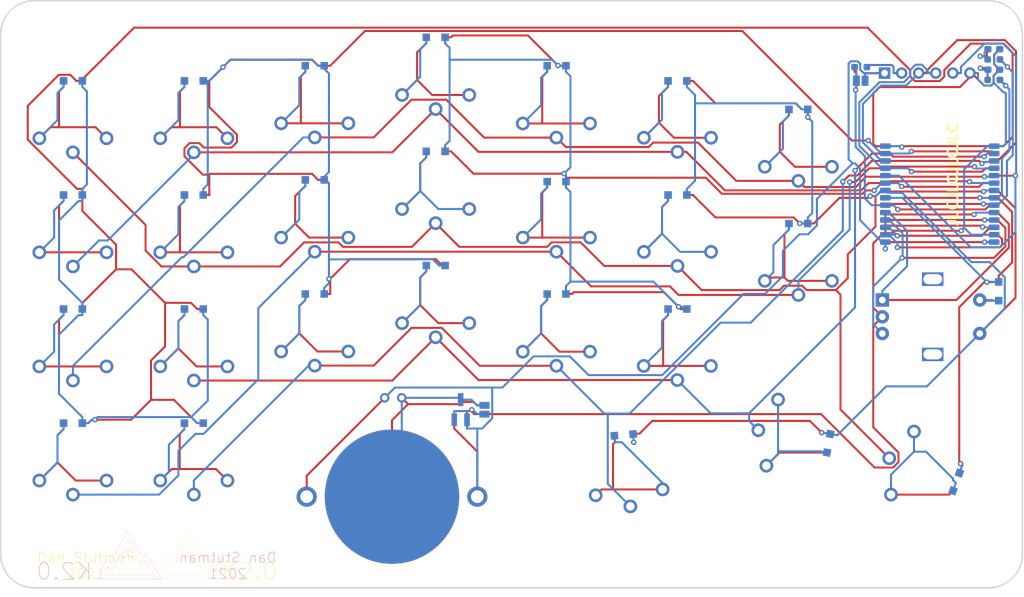
<source format=kicad_pcb>
(kicad_pcb (version 20171130) (host pcbnew 5.1.9-1.fc33)
  (layers (0 F.Cu signal) (31 B.Cu signal) (34 B.Paste user) (35 F.Paste user) (36 B.SilkS user) (37 F.SilkS user) (38 B.Mask user) (39 F.Mask user) (44 Edge.Cuts user))
  (net 0 "")
  (net 1 GND)
  (net 2 VDD)
  (net 3 "Net-(D1-Pad2)")
  (net 4 "Net-(D1-Pad1)")
  (net 5 "Net-(D2-Pad2)")
  (net 6 "Net-(D3-Pad2)")
  (net 7 "Net-(D4-Pad2)")
  (net 8 "Net-(D5-Pad2)")
  (net 9 "Net-(D6-Pad2)")
  (net 10 "Net-(D9-Pad2)")
  (net 11 "Net-(D10-Pad1)")
  (net 12 "Net-(D10-Pad2)")
  (net 13 "Net-(D11-Pad2)")
  (net 14 "Net-(D12-Pad2)")
  (net 15 "Net-(D13-Pad2)")
  (net 16 "Net-(D14-Pad2)")
  (net 17 "Net-(D15-Pad2)")
  (net 18 "Net-(D15-Pad1)")
  (net 19 "Net-(D16-Pad2)")
  (net 20 "Net-(D17-Pad2)")
  (net 21 "Net-(D18-Pad2)")
  (net 22 "Net-(D19-Pad2)")
  (net 23 "Net-(D20-Pad2)")
  (net 24 "Net-(D21-Pad2)")
  (net 25 "Net-(D21-Pad1)")
  (net 26 "Net-(D22-Pad2)")
  (net 27 "Net-(D23-Pad2)")
  (net 28 "Net-(D24-Pad2)")
  (net 29 "Net-(D25-Pad2)")
  (net 30 "Net-(D26-Pad2)")
  (net 31 "Net-(D27-Pad2)")
  (net 32 "Net-(D27-Pad1)")
  (net 33 "Net-(D36-Pad2)")
  (net 34 "Net-(SW1-Pad1)")
  (net 35 "Net-(SW14-Pad1)")
  (net 36 "Net-(SW15-Pad1)")
  (net 37 "Net-(SW10-Pad1)")
  (net 38 "Net-(SW11-Pad1)")
  (net 39 "Net-(SW12-Pad1)")
  (net 40 "Net-(SW34-PadA)")
  (net 41 "Net-(SW34-PadB)")
  (net 42 "Net-(D7-Pad2)")
  (net 43 "Net-(D8-Pad2)")
  (net 44 "Net-(R1-Pad2)")
  (net 45 "Net-(R2-Pad1)")
  (net 46 /SWCLK)
  (net 47 /SWDIO)
  (net 48 /SWO)
  (net 49 /~RESET)
  (net 50 "Net-(BT1-Pad2)")
  (net 51 "Net-(J1-Pad2)")
  (module k2:TestPoint_2Pads_Pitch2.54mm_Drill0.8mm (layer F.Cu) (at 137.414 109.474)
    (fp_text reference TP1 hide)
    (fp_text value TestPoint_2Pole)
    (pad 1 thru_hole circle (at 0 0) (size 1.4 1.4) (drill 0.8) (layers *.Cu *.Mask) (net 2 VDD))
    (pad 2 thru_hole circle (at 2.54 0) (size 1.4 1.4) (drill 0.8) (layers *.Cu *.Mask) (net 50 "Net-(BT1-Pad2)"))
  )
  (module k2:PinHeader_1x06_P2.54mm_Horizontal (layer F.Cu) (at 211.836 61.087 90)
    (fp_text reference J1 hide)
    (fp_text value Conn_01x06)
    (pad 1 thru_hole rect (at 0 0 90) (size 1.7 1.7) (drill 1) (layers *.Cu *.Mask) (net 2 VDD))
    (pad 2 thru_hole oval (at 0 2.54 90) (size 1.7 1.7) (drill 1) (layers *.Cu *.Mask) (net 51 "Net-(J1-Pad2)"))
    (pad 3 thru_hole oval (at 0 5.08 90) (size 1.7 1.7) (drill 1) (layers *.Cu *.Mask) (net 46 /SWCLK))
    (pad 4 thru_hole oval (at 0 7.62 90) (size 1.7 1.7) (drill 1) (layers *.Cu *.Mask) (net 47 /SWDIO))
    (pad 5 thru_hole oval (at 0 10.16 90) (size 1.7 1.7) (drill 1) (layers *.Cu *.Mask) (net 48 /SWO))
    (pad 6 thru_hole oval (at 0 12.7 90) (size 1.7 1.7) (drill 1) (layers *.Cu *.Mask) (net 1 GND))
  )
  (module k2:R_0603_1608Metric_Pad0.98x0.95mm_HandSolder_reversible (layer F.Cu) (at 208.28 60.198)
    (fp_text reference R3 hide)
    (fp_text value R_Small_US)
    (pad 2 smd roundrect (at 0.9125 0) (size 0.975 0.95) (layers B.Cu B.Paste B.Mask) (net 51 "Net-(J1-Pad2)"))
    (pad 1 smd roundrect (at -0.9125 0) (size 0.975 0.95) (layers B.Cu B.Paste B.Mask) (net 49 /~RESET))
    (pad 1 smd roundrect (at -0.9125 0) (size 0.975 0.95) (layers F.Cu F.Paste F.Mask) (net 49 /~RESET))
    (pad 2 smd roundrect (at 0.9125 0) (size 0.975 0.95) (layers F.Cu F.Paste F.Mask) (net 51 "Net-(J1-Pad2)"))
  )
  (module k2:SolderJumper-2_P1.3mm_Open_Pad1.0x1.5mm_reversible (layer F.Cu) (at 208.28 62.23 180)
    (fp_text reference JP4 hide)
    (fp_text value SolderJumper_2_Open)
    (pad 1 smd rect (at -0.65 0 180) (size 1 1.5) (layers B.Cu B.Mask) (net 2 VDD))
    (pad 2 smd rect (at 0.65 0 180) (size 1 1.5) (layers B.Cu B.Mask) (net 49 /~RESET))
    (pad 2 smd rect (at 0.65 0 180) (size 1 1.5) (layers F.Cu F.Mask) (net 49 /~RESET))
    (pad 1 smd rect (at -0.65 0 180) (size 1 1.5) (layers F.Cu F.Mask) (net 2 VDD))
  )
  (module k2:RotaryEncoder_Alps_EC11E-Switch_Vertical_H20mm (layer F.Cu) (at 211.5 94.9)
    (fp_text reference SW34 hide)
    (fp_text value Rotary_Encoder_Switch)
    (pad S1 thru_hole circle (at 14.5 5) (size 2 2) (drill 1) (layers *.Cu *.Mask) (net 25 "Net-(D21-Pad1)"))
    (pad S2 thru_hole circle (at 14.5 0) (size 2 2) (drill 1) (layers *.Cu *.Mask) (net 33 "Net-(D36-Pad2)"))
    (pad MP thru_hole rect (at 7.5 8.1) (size 3.2 2) (drill oval 2.8 1.5) (layers *.Cu *.Mask))
    (pad MP thru_hole rect (at 7.5 -3.1) (size 3.2 2) (drill oval 2.8 1.5) (layers *.Cu *.Mask))
    (pad B thru_hole circle (at 0 5) (size 2 2) (drill 1) (layers *.Cu *.Mask) (net 41 "Net-(SW34-PadB)"))
    (pad C thru_hole circle (at 0 2.5) (size 2 2) (drill 1) (layers *.Cu *.Mask) (net 1 GND))
    (pad A thru_hole rect (at 0 0) (size 2 2) (drill 1) (layers *.Cu *.Mask) (net 40 "Net-(SW34-PadA)"))
  )
  (module k2:SolderJumper-2_P1.3mm_Open_Pad1.0x1.5mm_reversible (layer F.Cu) (at 152.273 111.252 270)
    (fp_text reference JP1 hide)
    (fp_text value SolderJumper_2_Open)
    (pad 1 smd rect (at -0.65 0 270) (size 1 1.5) (layers B.Cu B.Mask) (net 50 "Net-(BT1-Pad2)"))
    (pad 2 smd rect (at 0.65 0 270) (size 1 1.5) (layers B.Cu B.Mask) (net 1 GND))
    (pad 2 smd rect (at 0.65 0 270) (size 1 1.5) (layers F.Cu F.Mask) (net 1 GND))
    (pad 1 smd rect (at -0.65 0 270) (size 1 1.5) (layers F.Cu F.Mask) (net 50 "Net-(BT1-Pad2)"))
  )
  (module k2:SOT-23_Handsoldering_reversible (layer F.Cu) (at 148.717 111.252 90)
    (fp_text reference Q1 hide)
    (fp_text value Q_NMOS_GSD)
    (pad 1 smd rect (at -1.5 0.95 90) (size 1.9 0.8) (layers B.Cu B.Paste B.Mask) (net 2 VDD))
    (pad 2 smd rect (at -1.5 -0.95 90) (size 1.9 0.8) (layers B.Cu B.Paste B.Mask) (net 1 GND))
    (pad 3 smd rect (at 1.5 0 90) (size 1.9 0.8) (layers B.Cu B.Paste B.Mask) (net 50 "Net-(BT1-Pad2)"))
    (pad 1 smd rect (at -1.5 -0.95 90) (size 1.9 0.8) (layers F.Cu F.Paste F.Mask) (net 2 VDD))
    (pad 2 smd rect (at -1.5 0.95 90) (size 1.9 0.8) (layers F.Cu F.Paste F.Mask) (net 1 GND))
    (pad 3 smd rect (at 1.5 0 90) (size 1.9 0.8) (layers F.Cu F.Paste F.Mask) (net 50 "Net-(BT1-Pad2)"))
  )
  (module k2:BatteryHolder_Keystone_3009_1x2450_reversible (layer F.Cu) (at 138.5 124.206)
    (fp_text reference BT1 hide)
    (fp_text value Battery_Cell)
    (pad 2 smd circle (at 0 0) (size 20 20) (layers B.Cu B.Mask) (net 50 "Net-(BT1-Pad2)"))
    (pad 1 thru_hole circle (at -12.7 0) (size 3 3) (drill 1.9) (layers *.Cu *.Mask) (net 2 VDD))
    (pad 1 thru_hole circle (at 12.7 0) (size 3 3) (drill 1.9) (layers *.Cu *.Mask) (net 2 VDD))
    (pad 2 smd circle (at 0 0) (size 20 20) (layers F.Cu F.Mask) (net 50 "Net-(BT1-Pad2)"))
  )
  (module k2:MS88F2_reversible (layer F.Cu) (at 220.05 75.875)
    (fp_text reference U1 hide)
    (fp_text value MS88SF2)
    (pad 3 smd roundrect (at 8.1 -1.7) (size 1.6 0.8) (layers B.Cu B.Paste B.Mask) (net 38 "Net-(SW11-Pad1)"))
    (pad 25 smd roundrect (at -8.1 -0.6 180) (size 1.6 0.8) (layers B.Cu B.Paste B.Mask) (net 47 /SWDIO))
    (pad 2 smd roundrect (at 8.1 -2.8) (size 1.6 0.8) (layers B.Cu B.Paste B.Mask) (net 39 "Net-(SW12-Pad1)"))
    (pad 28 smd roundrect (at -8.1 -3.9 180) (size 1.6 0.8) (layers B.Cu B.Paste B.Mask) (net 4 "Net-(D1-Pad1)"))
    (pad 23 smd roundrect (at -8.1 1.6 180) (size 1.6 0.8) (layers B.Cu B.Paste B.Mask) (net 18 "Net-(D15-Pad1)"))
    (pad 27 smd roundrect (at -8.1 -2.8 180) (size 1.6 0.8) (layers B.Cu B.Paste B.Mask) (net 11 "Net-(D10-Pad1)"))
    (pad 22 smd roundrect (at -8.1 2.7 180) (size 1.6 0.8) (layers B.Cu B.Paste B.Mask) (net 25 "Net-(D21-Pad1)"))
    (pad 18 smd roundrect (at -8.1 7.1 180) (size 1.6 0.8) (layers B.Cu B.Paste B.Mask) (net 41 "Net-(SW34-PadB)"))
    (pad 5 smd roundrect (at 8.1 0.5) (size 1.6 0.8) (layers B.Cu B.Paste B.Mask) (net 36 "Net-(SW15-Pad1)"))
    (pad 17 smd roundrect (at -8.1 8.2 180) (size 1.6 0.8) (layers B.Cu B.Paste B.Mask) (net 1 GND))
    (pad 24 smd roundrect (at -8.1 0.5 180) (size 1.6 0.8) (layers B.Cu B.Paste B.Mask) (net 48 /SWO))
    (pad 16 smd roundrect (at -8.1 9.3 180) (size 1.6 0.8) (layers B.Cu B.Paste B.Mask) (net 1 GND))
    (pad 4 smd roundrect (at 8.1 -0.6) (size 1.6 0.8) (layers B.Cu B.Paste B.Mask) (net 37 "Net-(SW10-Pad1)"))
    (pad 21 smd roundrect (at -8.1 3.8 180) (size 1.6 0.8) (layers B.Cu B.Paste B.Mask) (net 32 "Net-(D27-Pad1)"))
    (pad 11 smd roundrect (at 8.1 7.1) (size 1.6 0.8) (layers B.Cu B.Paste B.Mask) (net 1 GND))
    (pad 19 smd roundrect (at -8.1 6 180) (size 1.6 0.8) (layers B.Cu B.Paste B.Mask) (net 40 "Net-(SW34-PadA)"))
    (pad 10 smd roundrect (at 8.1 6) (size 1.6 0.8) (layers B.Cu B.Paste B.Mask) (net 1 GND))
    (pad 9 smd roundrect (at 8.1 4.9) (size 1.6 0.8) (layers B.Cu B.Paste B.Mask) (net 45 "Net-(R2-Pad1)"))
    (pad 13 smd roundrect (at 8.1 9.3) (size 1.6 0.8) (layers B.Cu B.Paste B.Mask) (net 1 GND))
    (pad 14 smd roundrect (at 8.1 10.4) (size 1.6 0.8) (layers B.Cu B.Paste B.Mask) (net 2 VDD))
    (pad 7 smd roundrect (at 8.1 2.7) (size 1.6 0.8) (layers B.Cu B.Paste B.Mask) (net 34 "Net-(SW1-Pad1)"))
    (pad 12 smd roundrect (at 8.1 8.2) (size 1.6 0.8) (layers B.Cu B.Paste B.Mask) (net 1 GND))
    (pad 26 smd roundrect (at -8.1 -1.7 180) (size 1.6 0.8) (layers B.Cu B.Paste B.Mask) (net 46 /SWCLK))
    (pad 6 smd roundrect (at 8.1 1.6) (size 1.6 0.8) (layers B.Cu B.Paste B.Mask) (net 35 "Net-(SW14-Pad1)"))
    (pad 8 smd roundrect (at 8.1 3.8) (size 1.6 0.8) (layers B.Cu B.Paste B.Mask) (net 44 "Net-(R1-Pad2)"))
    (pad 1 smd roundrect (at 8.1 -3.9) (size 1.6 0.8) (layers B.Cu B.Paste B.Mask) (net 1 GND))
    (pad 15 smd roundrect (at -8.1 10.4 180) (size 1.6 0.8) (layers B.Cu B.Paste B.Mask) (net 2 VDD))
    (pad 20 smd roundrect (at -8.1 4.9 180) (size 1.6 0.8) (layers B.Cu B.Paste B.Mask) (net 49 /~RESET))
    (pad 1 smd roundrect (at -8.1 -3.9 180) (size 1.6 0.8) (layers F.Cu F.Paste F.Mask) (net 1 GND))
    (pad 2 smd roundrect (at -8.1 -2.8 180) (size 1.6 0.8) (layers F.Cu F.Paste F.Mask) (net 39 "Net-(SW12-Pad1)"))
    (pad 3 smd roundrect (at -8.1 -1.7 180) (size 1.6 0.8) (layers F.Cu F.Paste F.Mask) (net 38 "Net-(SW11-Pad1)"))
    (pad 4 smd roundrect (at -8.1 -0.6 180) (size 1.6 0.8) (layers F.Cu F.Paste F.Mask) (net 37 "Net-(SW10-Pad1)"))
    (pad 5 smd roundrect (at -8.1 0.5 180) (size 1.6 0.8) (layers F.Cu F.Paste F.Mask) (net 36 "Net-(SW15-Pad1)"))
    (pad 6 smd roundrect (at -8.1 1.6 180) (size 1.6 0.8) (layers F.Cu F.Paste F.Mask) (net 35 "Net-(SW14-Pad1)"))
    (pad 7 smd roundrect (at -8.1 2.7 180) (size 1.6 0.8) (layers F.Cu F.Paste F.Mask) (net 34 "Net-(SW1-Pad1)"))
    (pad 8 smd roundrect (at -8.1 3.8 180) (size 1.6 0.8) (layers F.Cu F.Paste F.Mask) (net 44 "Net-(R1-Pad2)"))
    (pad 9 smd roundrect (at -8.1 4.9 180) (size 1.6 0.8) (layers F.Cu F.Paste F.Mask) (net 45 "Net-(R2-Pad1)"))
    (pad 10 smd roundrect (at -8.1 6 180) (size 1.6 0.8) (layers F.Cu F.Paste F.Mask) (net 1 GND))
    (pad 11 smd roundrect (at -8.1 7.1 180) (size 1.6 0.8) (layers F.Cu F.Paste F.Mask) (net 1 GND))
    (pad 12 smd roundrect (at -8.1 8.2 180) (size 1.6 0.8) (layers F.Cu F.Paste F.Mask) (net 1 GND))
    (pad 13 smd roundrect (at -8.1 9.3 180) (size 1.6 0.8) (layers F.Cu F.Paste F.Mask) (net 1 GND))
    (pad 14 smd roundrect (at -8.1 10.4 180) (size 1.6 0.8) (layers F.Cu F.Paste F.Mask) (net 2 VDD))
    (pad 15 smd roundrect (at 8.1 10.4) (size 1.6 0.8) (layers F.Cu F.Paste F.Mask) (net 2 VDD))
    (pad 16 smd roundrect (at 8.1 9.3) (size 1.6 0.8) (layers F.Cu F.Paste F.Mask) (net 1 GND))
    (pad 17 smd roundrect (at 8.1 8.2) (size 1.6 0.8) (layers F.Cu F.Paste F.Mask) (net 1 GND))
    (pad 18 smd roundrect (at 8.1 7.1) (size 1.6 0.8) (layers F.Cu F.Paste F.Mask) (net 41 "Net-(SW34-PadB)"))
    (pad 19 smd roundrect (at 8.1 6) (size 1.6 0.8) (layers F.Cu F.Paste F.Mask) (net 40 "Net-(SW34-PadA)"))
    (pad 20 smd roundrect (at 8.1 4.9) (size 1.6 0.8) (layers F.Cu F.Paste F.Mask) (net 49 /~RESET))
    (pad 21 smd roundrect (at 8.1 3.8) (size 1.6 0.8) (layers F.Cu F.Paste F.Mask) (net 32 "Net-(D27-Pad1)"))
    (pad 22 smd roundrect (at 8.1 2.7) (size 1.6 0.8) (layers F.Cu F.Paste F.Mask) (net 25 "Net-(D21-Pad1)"))
    (pad 23 smd roundrect (at 8.1 1.6) (size 1.6 0.8) (layers F.Cu F.Paste F.Mask) (net 18 "Net-(D15-Pad1)"))
    (pad 24 smd roundrect (at 8.1 0.5) (size 1.6 0.8) (layers F.Cu F.Paste F.Mask) (net 48 /SWO))
    (pad 25 smd roundrect (at 8.1 -0.6) (size 1.6 0.8) (layers F.Cu F.Paste F.Mask) (net 47 /SWDIO))
    (pad 26 smd roundrect (at 8.1 -1.7) (size 1.6 0.8) (layers F.Cu F.Paste F.Mask) (net 46 /SWCLK))
    (pad 27 smd roundrect (at 8.1 -2.8) (size 1.6 0.8) (layers F.Cu F.Paste F.Mask) (net 11 "Net-(D10-Pad1)"))
    (pad 28 smd roundrect (at 8.1 -3.9) (size 1.6 0.8) (layers F.Cu F.Paste F.Mask) (net 4 "Net-(D1-Pad1)"))
  )
  (module k2:R_0603_1608Metric_Pad0.98x0.95mm_HandSolder_reversible (layer F.Cu) (at 228.092 59.055 180)
    (fp_text reference R2 hide)
    (fp_text value R_Small_US)
    (pad 2 smd roundrect (at 0.9125 0 180) (size 0.975 0.95) (layers B.Cu B.Paste B.Mask) (net 43 "Net-(D8-Pad2)"))
    (pad 1 smd roundrect (at -0.9125 0 180) (size 0.975 0.95) (layers B.Cu B.Paste B.Mask) (net 45 "Net-(R2-Pad1)"))
    (pad 1 smd roundrect (at -0.9125 0 180) (size 0.975 0.95) (layers F.Cu F.Paste F.Mask) (net 45 "Net-(R2-Pad1)"))
    (pad 2 smd roundrect (at 0.9125 0 180) (size 0.975 0.95) (layers F.Cu F.Paste F.Mask) (net 43 "Net-(D8-Pad2)"))
  )
  (module k2:R_0603_1608Metric_Pad0.98x0.95mm_HandSolder_reversible (layer F.Cu) (at 228.092 62.103)
    (fp_text reference R1 hide)
    (fp_text value R_Small_US)
    (pad 2 smd roundrect (at 0.9125 0) (size 0.975 0.95) (layers B.Cu B.Paste B.Mask) (net 44 "Net-(R1-Pad2)"))
    (pad 1 smd roundrect (at -0.9125 0) (size 0.975 0.95) (layers B.Cu B.Paste B.Mask) (net 42 "Net-(D7-Pad2)"))
    (pad 1 smd roundrect (at -0.9125 0) (size 0.975 0.95) (layers F.Cu F.Paste F.Mask) (net 42 "Net-(D7-Pad2)"))
    (pad 2 smd roundrect (at 0.9125 0) (size 0.975 0.95) (layers F.Cu F.Paste F.Mask) (net 44 "Net-(R1-Pad2)"))
  )
  (module k2:LED_0603_1608Metric_Pad1.05x0.95mm_HandSolder_reversible (layer F.Cu) (at 228.092 57.531 180)
    (fp_text reference D8 hide)
    (fp_text value LED_Small)
    (pad 2 smd roundrect (at 0.875 0 180) (size 1.05 0.95) (layers B.Cu B.Paste B.Mask) (net 43 "Net-(D8-Pad2)"))
    (pad 1 smd roundrect (at -0.875 0 180) (size 1.05 0.95) (layers B.Cu B.Paste B.Mask) (net 1 GND))
    (pad 2 smd roundrect (at 0.875 0 180) (size 1.05 0.95) (layers F.Cu F.Paste F.Mask) (net 43 "Net-(D8-Pad2)"))
    (pad 1 smd roundrect (at -0.875 0 180) (size 1.05 0.95) (layers F.Cu F.Paste F.Mask) (net 1 GND))
  )
  (module k2:LED_0603_1608Metric_Pad1.05x0.95mm_HandSolder_reversible (layer F.Cu) (at 228.092 60.579 180)
    (fp_text reference D7 hide)
    (fp_text value LED_Small)
    (pad 2 smd roundrect (at 0.875 0 180) (size 1.05 0.95) (layers B.Cu B.Paste B.Mask) (net 42 "Net-(D7-Pad2)"))
    (pad 1 smd roundrect (at -0.875 0 180) (size 1.05 0.95) (layers B.Cu B.Paste B.Mask) (net 1 GND))
    (pad 2 smd roundrect (at 0.875 0 180) (size 1.05 0.95) (layers F.Cu F.Paste F.Mask) (net 42 "Net-(D7-Pad2)"))
    (pad 1 smd roundrect (at -0.875 0 180) (size 1.05 0.95) (layers F.Cu F.Paste F.Mask) (net 1 GND))
  )
  (module k2:D_SOD-123F_reversible (layer F.Cu) (at 228.825 93.6 270)
    (fp_text reference D36 hide)
    (fp_text value D_Small)
    (pad 2 smd rect (at 1.4 0 270) (size 1.1 1.1) (layers B.Cu B.Paste B.Mask) (net 33 "Net-(D36-Pad2)"))
    (pad 1 smd rect (at -1.4 0 270) (size 1.1 1.1) (layers B.Cu B.Paste B.Mask) (net 32 "Net-(D27-Pad1)"))
    (pad 2 smd rect (at 1.4 0 270) (size 1.1 1.1) (layers F.Cu F.Paste F.Mask) (net 33 "Net-(D36-Pad2)"))
    (pad 1 smd rect (at -1.4 0 270) (size 1.1 1.1) (layers F.Cu F.Paste F.Mask) (net 32 "Net-(D27-Pad1)"))
  )
  (module k2:D_SOD-123F_reversible (layer F.Cu) (at 222.5 122 250)
    (fp_text reference D27 hide)
    (fp_text value D_Small)
    (pad 2 smd rect (at 1.4 0 250) (size 1.1 1.1) (layers B.Cu B.Paste B.Mask) (net 31 "Net-(D27-Pad2)"))
    (pad 1 smd rect (at -1.4 0 250) (size 1.1 1.1) (layers B.Cu B.Paste B.Mask) (net 32 "Net-(D27-Pad1)"))
    (pad 2 smd rect (at 1.4 0 250) (size 1.1 1.1) (layers F.Cu F.Paste F.Mask) (net 31 "Net-(D27-Pad2)"))
    (pad 1 smd rect (at -1.4 0 250) (size 1.1 1.1) (layers F.Cu F.Paste F.Mask) (net 32 "Net-(D27-Pad1)"))
  )
  (module k2:D_SOD-123F_reversible (layer F.Cu) (at 203.5 116.25 260)
    (fp_text reference D26 hide)
    (fp_text value D_Small)
    (pad 2 smd rect (at 1.4 0 260) (size 1.1 1.1) (layers B.Cu B.Paste B.Mask) (net 30 "Net-(D26-Pad2)"))
    (pad 1 smd rect (at -1.4 0 260) (size 1.1 1.1) (layers B.Cu B.Paste B.Mask) (net 25 "Net-(D21-Pad1)"))
    (pad 2 smd rect (at 1.4 0 260) (size 1.1 1.1) (layers F.Cu F.Paste F.Mask) (net 30 "Net-(D26-Pad2)"))
    (pad 1 smd rect (at -1.4 0 260) (size 1.1 1.1) (layers F.Cu F.Paste F.Mask) (net 25 "Net-(D21-Pad1)"))
  )
  (module k2:D_SOD-123F_reversible (layer F.Cu) (at 173 115 185)
    (fp_text reference D25 hide)
    (fp_text value D_Small)
    (pad 2 smd rect (at 1.4 0 185) (size 1.1 1.1) (layers B.Cu B.Paste B.Mask) (net 29 "Net-(D25-Pad2)"))
    (pad 1 smd rect (at -1.4 0 185) (size 1.1 1.1) (layers B.Cu B.Paste B.Mask) (net 25 "Net-(D21-Pad1)"))
    (pad 2 smd rect (at 1.4 0 185) (size 1.1 1.1) (layers F.Cu F.Paste F.Mask) (net 29 "Net-(D25-Pad2)"))
    (pad 1 smd rect (at -1.4 0 185) (size 1.1 1.1) (layers F.Cu F.Paste F.Mask) (net 25 "Net-(D21-Pad1)"))
  )
  (module k2:D_SOD-123F_reversible (layer F.Cu) (at 199 83.5 180)
    (fp_text reference D24 hide)
    (fp_text value D_Small)
    (pad 2 smd rect (at 1.4 0 180) (size 1.1 1.1) (layers B.Cu B.Paste B.Mask) (net 28 "Net-(D24-Pad2)"))
    (pad 1 smd rect (at -1.4 0 180) (size 1.1 1.1) (layers B.Cu B.Paste B.Mask) (net 25 "Net-(D21-Pad1)"))
    (pad 2 smd rect (at 1.4 0 180) (size 1.1 1.1) (layers F.Cu F.Paste F.Mask) (net 28 "Net-(D24-Pad2)"))
    (pad 1 smd rect (at -1.4 0 180) (size 1.1 1.1) (layers F.Cu F.Paste F.Mask) (net 25 "Net-(D21-Pad1)"))
  )
  (module k2:D_SOD-123F_reversible (layer F.Cu) (at 199 66.5 180)
    (fp_text reference D23 hide)
    (fp_text value D_Small)
    (pad 2 smd rect (at 1.4 0 180) (size 1.1 1.1) (layers B.Cu B.Paste B.Mask) (net 27 "Net-(D23-Pad2)"))
    (pad 1 smd rect (at -1.4 0 180) (size 1.1 1.1) (layers B.Cu B.Paste B.Mask) (net 25 "Net-(D21-Pad1)"))
    (pad 2 smd rect (at 1.4 0 180) (size 1.1 1.1) (layers F.Cu F.Paste F.Mask) (net 27 "Net-(D23-Pad2)"))
    (pad 1 smd rect (at -1.4 0 180) (size 1.1 1.1) (layers F.Cu F.Paste F.Mask) (net 25 "Net-(D21-Pad1)"))
  )
  (module k2:D_SOD-123F_reversible (layer F.Cu) (at 181 62.25 180)
    (fp_text reference D22 hide)
    (fp_text value D_Small)
    (pad 2 smd rect (at 1.4 0 180) (size 1.1 1.1) (layers B.Cu B.Paste B.Mask) (net 26 "Net-(D22-Pad2)"))
    (pad 1 smd rect (at -1.4 0 180) (size 1.1 1.1) (layers B.Cu B.Paste B.Mask) (net 25 "Net-(D21-Pad1)"))
    (pad 2 smd rect (at 1.4 0 180) (size 1.1 1.1) (layers F.Cu F.Paste F.Mask) (net 26 "Net-(D22-Pad2)"))
    (pad 1 smd rect (at -1.4 0 180) (size 1.1 1.1) (layers F.Cu F.Paste F.Mask) (net 25 "Net-(D21-Pad1)"))
  )
  (module k2:D_SOD-123F_reversible (layer F.Cu) (at 181 79.25 180)
    (fp_text reference D21 hide)
    (fp_text value D_Small)
    (pad 2 smd rect (at 1.4 0 180) (size 1.1 1.1) (layers B.Cu B.Paste B.Mask) (net 24 "Net-(D21-Pad2)"))
    (pad 1 smd rect (at -1.4 0 180) (size 1.1 1.1) (layers B.Cu B.Paste B.Mask) (net 25 "Net-(D21-Pad1)"))
    (pad 2 smd rect (at 1.4 0 180) (size 1.1 1.1) (layers F.Cu F.Paste F.Mask) (net 24 "Net-(D21-Pad2)"))
    (pad 1 smd rect (at -1.4 0 180) (size 1.1 1.1) (layers F.Cu F.Paste F.Mask) (net 25 "Net-(D21-Pad1)"))
  )
  (module k2:D_SOD-123F_reversible (layer F.Cu) (at 181 96.25 180)
    (fp_text reference D20 hide)
    (fp_text value D_Small)
    (pad 2 smd rect (at 1.4 0 180) (size 1.1 1.1) (layers B.Cu B.Paste B.Mask) (net 23 "Net-(D20-Pad2)"))
    (pad 1 smd rect (at -1.4 0 180) (size 1.1 1.1) (layers B.Cu B.Paste B.Mask) (net 18 "Net-(D15-Pad1)"))
    (pad 2 smd rect (at 1.4 0 180) (size 1.1 1.1) (layers F.Cu F.Paste F.Mask) (net 23 "Net-(D20-Pad2)"))
    (pad 1 smd rect (at -1.4 0 180) (size 1.1 1.1) (layers F.Cu F.Paste F.Mask) (net 18 "Net-(D15-Pad1)"))
  )
  (module k2:D_SOD-123F_reversible (layer F.Cu) (at 163 94 180)
    (fp_text reference D19 hide)
    (fp_text value D_Small)
    (pad 2 smd rect (at 1.4 0 180) (size 1.1 1.1) (layers B.Cu B.Paste B.Mask) (net 22 "Net-(D19-Pad2)"))
    (pad 1 smd rect (at -1.4 0 180) (size 1.1 1.1) (layers B.Cu B.Paste B.Mask) (net 18 "Net-(D15-Pad1)"))
    (pad 2 smd rect (at 1.4 0 180) (size 1.1 1.1) (layers F.Cu F.Paste F.Mask) (net 22 "Net-(D19-Pad2)"))
    (pad 1 smd rect (at -1.4 0 180) (size 1.1 1.1) (layers F.Cu F.Paste F.Mask) (net 18 "Net-(D15-Pad1)"))
  )
  (module k2:D_SOD-123F_reversible (layer F.Cu) (at 163 77.25 180)
    (fp_text reference D18 hide)
    (fp_text value D_Small)
    (pad 2 smd rect (at 1.4 0 180) (size 1.1 1.1) (layers B.Cu B.Paste B.Mask) (net 21 "Net-(D18-Pad2)"))
    (pad 1 smd rect (at -1.4 0 180) (size 1.1 1.1) (layers B.Cu B.Paste B.Mask) (net 18 "Net-(D15-Pad1)"))
    (pad 2 smd rect (at 1.4 0 180) (size 1.1 1.1) (layers F.Cu F.Paste F.Mask) (net 21 "Net-(D18-Pad2)"))
    (pad 1 smd rect (at -1.4 0 180) (size 1.1 1.1) (layers F.Cu F.Paste F.Mask) (net 18 "Net-(D15-Pad1)"))
  )
  (module k2:D_SOD-123F_reversible (layer F.Cu) (at 163 60 180)
    (fp_text reference D17 hide)
    (fp_text value D_Small)
    (pad 2 smd rect (at 1.4 0 180) (size 1.1 1.1) (layers B.Cu B.Paste B.Mask) (net 20 "Net-(D17-Pad2)"))
    (pad 1 smd rect (at -1.4 0 180) (size 1.1 1.1) (layers B.Cu B.Paste B.Mask) (net 18 "Net-(D15-Pad1)"))
    (pad 2 smd rect (at 1.4 0 180) (size 1.1 1.1) (layers F.Cu F.Paste F.Mask) (net 20 "Net-(D17-Pad2)"))
    (pad 1 smd rect (at -1.4 0 180) (size 1.1 1.1) (layers F.Cu F.Paste F.Mask) (net 18 "Net-(D15-Pad1)"))
  )
  (module k2:D_SOD-123F_reversible (layer F.Cu) (at 145 55.75 180)
    (fp_text reference D16 hide)
    (fp_text value D_Small)
    (pad 2 smd rect (at 1.4 0 180) (size 1.1 1.1) (layers B.Cu B.Paste B.Mask) (net 19 "Net-(D16-Pad2)"))
    (pad 1 smd rect (at -1.4 0 180) (size 1.1 1.1) (layers B.Cu B.Paste B.Mask) (net 18 "Net-(D15-Pad1)"))
    (pad 2 smd rect (at 1.4 0 180) (size 1.1 1.1) (layers F.Cu F.Paste F.Mask) (net 19 "Net-(D16-Pad2)"))
    (pad 1 smd rect (at -1.4 0 180) (size 1.1 1.1) (layers F.Cu F.Paste F.Mask) (net 18 "Net-(D15-Pad1)"))
  )
  (module k2:D_SOD-123F_reversible (layer F.Cu) (at 145 72.75 180)
    (fp_text reference D15 hide)
    (fp_text value D_Small)
    (pad 2 smd rect (at 1.4 0 180) (size 1.1 1.1) (layers B.Cu B.Paste B.Mask) (net 17 "Net-(D15-Pad2)"))
    (pad 1 smd rect (at -1.4 0 180) (size 1.1 1.1) (layers B.Cu B.Paste B.Mask) (net 18 "Net-(D15-Pad1)"))
    (pad 2 smd rect (at 1.4 0 180) (size 1.1 1.1) (layers F.Cu F.Paste F.Mask) (net 17 "Net-(D15-Pad2)"))
    (pad 1 smd rect (at -1.4 0 180) (size 1.1 1.1) (layers F.Cu F.Paste F.Mask) (net 18 "Net-(D15-Pad1)"))
  )
  (module k2:D_SOD-123F_reversible (layer F.Cu) (at 145 89.75 180)
    (fp_text reference D14 hide)
    (fp_text value D_Small)
    (pad 2 smd rect (at 1.4 0 180) (size 1.1 1.1) (layers B.Cu B.Paste B.Mask) (net 16 "Net-(D14-Pad2)"))
    (pad 1 smd rect (at -1.4 0 180) (size 1.1 1.1) (layers B.Cu B.Paste B.Mask) (net 11 "Net-(D10-Pad1)"))
    (pad 2 smd rect (at 1.4 0 180) (size 1.1 1.1) (layers F.Cu F.Paste F.Mask) (net 16 "Net-(D14-Pad2)"))
    (pad 1 smd rect (at -1.4 0 180) (size 1.1 1.1) (layers F.Cu F.Paste F.Mask) (net 11 "Net-(D10-Pad1)"))
  )
  (module k2:D_SOD-123F_reversible (layer F.Cu) (at 127 94 180)
    (fp_text reference D13 hide)
    (fp_text value D_Small)
    (pad 2 smd rect (at 1.4 0 180) (size 1.1 1.1) (layers B.Cu B.Paste B.Mask) (net 15 "Net-(D13-Pad2)"))
    (pad 1 smd rect (at -1.4 0 180) (size 1.1 1.1) (layers B.Cu B.Paste B.Mask) (net 11 "Net-(D10-Pad1)"))
    (pad 2 smd rect (at 1.4 0 180) (size 1.1 1.1) (layers F.Cu F.Paste F.Mask) (net 15 "Net-(D13-Pad2)"))
    (pad 1 smd rect (at -1.4 0 180) (size 1.1 1.1) (layers F.Cu F.Paste F.Mask) (net 11 "Net-(D10-Pad1)"))
  )
  (module k2:D_SOD-123F_reversible (layer F.Cu) (at 127 77 180)
    (fp_text reference D12 hide)
    (fp_text value D_Small)
    (pad 2 smd rect (at 1.4 0 180) (size 1.1 1.1) (layers B.Cu B.Paste B.Mask) (net 14 "Net-(D12-Pad2)"))
    (pad 1 smd rect (at -1.4 0 180) (size 1.1 1.1) (layers B.Cu B.Paste B.Mask) (net 11 "Net-(D10-Pad1)"))
    (pad 2 smd rect (at 1.4 0 180) (size 1.1 1.1) (layers F.Cu F.Paste F.Mask) (net 14 "Net-(D12-Pad2)"))
    (pad 1 smd rect (at -1.4 0 180) (size 1.1 1.1) (layers F.Cu F.Paste F.Mask) (net 11 "Net-(D10-Pad1)"))
  )
  (module k2:D_SOD-123F_reversible (layer F.Cu) (at 127 60 180)
    (fp_text reference D11 hide)
    (fp_text value D_Small)
    (pad 2 smd rect (at 1.4 0 180) (size 1.1 1.1) (layers B.Cu B.Paste B.Mask) (net 13 "Net-(D11-Pad2)"))
    (pad 1 smd rect (at -1.4 0 180) (size 1.1 1.1) (layers B.Cu B.Paste B.Mask) (net 11 "Net-(D10-Pad1)"))
    (pad 2 smd rect (at 1.4 0 180) (size 1.1 1.1) (layers F.Cu F.Paste F.Mask) (net 13 "Net-(D11-Pad2)"))
    (pad 1 smd rect (at -1.4 0 180) (size 1.1 1.1) (layers F.Cu F.Paste F.Mask) (net 11 "Net-(D10-Pad1)"))
  )
  (module k2:D_SOD-123F_reversible (layer F.Cu) (at 109 62.25 180)
    (fp_text reference D10 hide)
    (fp_text value D_Small)
    (pad 2 smd rect (at 1.4 0 180) (size 1.1 1.1) (layers B.Cu B.Paste B.Mask) (net 12 "Net-(D10-Pad2)"))
    (pad 1 smd rect (at -1.4 0 180) (size 1.1 1.1) (layers B.Cu B.Paste B.Mask) (net 11 "Net-(D10-Pad1)"))
    (pad 2 smd rect (at 1.4 0 180) (size 1.1 1.1) (layers F.Cu F.Paste F.Mask) (net 12 "Net-(D10-Pad2)"))
    (pad 1 smd rect (at -1.4 0 180) (size 1.1 1.1) (layers F.Cu F.Paste F.Mask) (net 11 "Net-(D10-Pad1)"))
  )
  (module k2:D_SOD-123F_reversible (layer F.Cu) (at 109 79.25 180)
    (fp_text reference D9 hide)
    (fp_text value D_Small)
    (pad 2 smd rect (at 1.4 0 180) (size 1.1 1.1) (layers B.Cu B.Paste B.Mask) (net 10 "Net-(D9-Pad2)"))
    (pad 1 smd rect (at -1.4 0 180) (size 1.1 1.1) (layers B.Cu B.Paste B.Mask) (net 11 "Net-(D10-Pad1)"))
    (pad 2 smd rect (at 1.4 0 180) (size 1.1 1.1) (layers F.Cu F.Paste F.Mask) (net 10 "Net-(D9-Pad2)"))
    (pad 1 smd rect (at -1.4 0 180) (size 1.1 1.1) (layers F.Cu F.Paste F.Mask) (net 11 "Net-(D10-Pad1)"))
  )
  (module k2:D_SOD-123F_reversible (layer F.Cu) (at 109 96.25 180)
    (fp_text reference D6 hide)
    (fp_text value D_Small)
    (pad 2 smd rect (at 1.4 0 180) (size 1.1 1.1) (layers B.Cu B.Paste B.Mask) (net 9 "Net-(D6-Pad2)"))
    (pad 1 smd rect (at -1.4 0 180) (size 1.1 1.1) (layers B.Cu B.Paste B.Mask) (net 4 "Net-(D1-Pad1)"))
    (pad 2 smd rect (at 1.4 0 180) (size 1.1 1.1) (layers F.Cu F.Paste F.Mask) (net 9 "Net-(D6-Pad2)"))
    (pad 1 smd rect (at -1.4 0 180) (size 1.1 1.1) (layers F.Cu F.Paste F.Mask) (net 4 "Net-(D1-Pad1)"))
  )
  (module k2:D_SOD-123F_reversible (layer F.Cu) (at 109 113.25 180)
    (fp_text reference D5 hide)
    (fp_text value D_Small)
    (pad 2 smd rect (at 1.4 0 180) (size 1.1 1.1) (layers B.Cu B.Paste B.Mask) (net 8 "Net-(D5-Pad2)"))
    (pad 1 smd rect (at -1.4 0 180) (size 1.1 1.1) (layers B.Cu B.Paste B.Mask) (net 4 "Net-(D1-Pad1)"))
    (pad 2 smd rect (at 1.4 0 180) (size 1.1 1.1) (layers F.Cu F.Paste F.Mask) (net 8 "Net-(D5-Pad2)"))
    (pad 1 smd rect (at -1.4 0 180) (size 1.1 1.1) (layers F.Cu F.Paste F.Mask) (net 4 "Net-(D1-Pad1)"))
  )
  (module k2:D_SOD-123F_reversible (layer F.Cu) (at 91 113.25 180)
    (fp_text reference D4 hide)
    (fp_text value D_Small)
    (pad 2 smd rect (at 1.4 0 180) (size 1.1 1.1) (layers B.Cu B.Paste B.Mask) (net 7 "Net-(D4-Pad2)"))
    (pad 1 smd rect (at -1.4 0 180) (size 1.1 1.1) (layers B.Cu B.Paste B.Mask) (net 4 "Net-(D1-Pad1)"))
    (pad 2 smd rect (at 1.4 0 180) (size 1.1 1.1) (layers F.Cu F.Paste F.Mask) (net 7 "Net-(D4-Pad2)"))
    (pad 1 smd rect (at -1.4 0 180) (size 1.1 1.1) (layers F.Cu F.Paste F.Mask) (net 4 "Net-(D1-Pad1)"))
  )
  (module k2:D_SOD-123F_reversible (layer F.Cu) (at 91 96.25 180)
    (fp_text reference D3 hide)
    (fp_text value D_Small)
    (pad 2 smd rect (at 1.4 0 180) (size 1.1 1.1) (layers B.Cu B.Paste B.Mask) (net 6 "Net-(D3-Pad2)"))
    (pad 1 smd rect (at -1.4 0 180) (size 1.1 1.1) (layers B.Cu B.Paste B.Mask) (net 4 "Net-(D1-Pad1)"))
    (pad 2 smd rect (at 1.4 0 180) (size 1.1 1.1) (layers F.Cu F.Paste F.Mask) (net 6 "Net-(D3-Pad2)"))
    (pad 1 smd rect (at -1.4 0 180) (size 1.1 1.1) (layers F.Cu F.Paste F.Mask) (net 4 "Net-(D1-Pad1)"))
  )
  (module k2:D_SOD-123F_reversible (layer F.Cu) (at 91 79.25 180)
    (fp_text reference D2 hide)
    (fp_text value D_Small)
    (pad 2 smd rect (at 1.4 0 180) (size 1.1 1.1) (layers B.Cu B.Paste B.Mask) (net 5 "Net-(D2-Pad2)"))
    (pad 1 smd rect (at -1.4 0 180) (size 1.1 1.1) (layers B.Cu B.Paste B.Mask) (net 4 "Net-(D1-Pad1)"))
    (pad 2 smd rect (at 1.4 0 180) (size 1.1 1.1) (layers F.Cu F.Paste F.Mask) (net 5 "Net-(D2-Pad2)"))
    (pad 1 smd rect (at -1.4 0 180) (size 1.1 1.1) (layers F.Cu F.Paste F.Mask) (net 4 "Net-(D1-Pad1)"))
  )
  (module k2:D_SOD-123F_reversible (layer F.Cu) (at 91 62.25 180)
    (fp_text reference D1 hide)
    (fp_text value D_Small)
    (pad 2 smd rect (at 1.4 0 180) (size 1.1 1.1) (layers B.Cu B.Paste B.Mask) (net 3 "Net-(D1-Pad2)"))
    (pad 1 smd rect (at -1.4 0 180) (size 1.1 1.1) (layers B.Cu B.Paste B.Mask) (net 4 "Net-(D1-Pad1)"))
    (pad 2 smd rect (at 1.4 0 180) (size 1.1 1.1) (layers F.Cu F.Paste F.Mask) (net 3 "Net-(D1-Pad2)"))
    (pad 1 smd rect (at -1.4 0 180) (size 1.1 1.1) (layers F.Cu F.Paste F.Mask) (net 4 "Net-(D1-Pad1)"))
  )
  (module k2:SW_PG1350_reversible (layer F.Cu) (at 218.075 120.5 250)
    (fp_text reference SW25 hide)
    (fp_text value SW_SPST)
    (pad "" np_thru_hole circle (at -5.22 -4.2 250) (size 0.9906 0.9906) (drill 0.9906) (layers *.Cu *.Mask))
    (pad 2 thru_hole circle (at 5 3.8 250) (size 2.032 2.032) (drill 1.27) (layers *.Cu *.Mask) (net 31 "Net-(D27-Pad2)"))
    (pad "" np_thru_hole circle (at 0 0 250) (size 3.429 3.429) (drill 3.429) (layers *.Cu *.Mask))
    (pad 2 thru_hole circle (at -5 3.8 250) (size 2.032 2.032) (drill 1.27) (layers *.Cu *.Mask) (net 31 "Net-(D27-Pad2)"))
    (pad 1 thru_hole circle (at 0 5.9 250) (size 2.032 2.032) (drill 1.27) (layers *.Cu *.Mask) (net 34 "Net-(SW1-Pad1)"))
    (pad "" np_thru_hole circle (at 5.22 -4.2 250) (size 0.9906 0.9906) (drill 0.9906) (layers *.Cu *.Mask))
    (pad "" np_thru_hole circle (at 5.5 0 250) (size 1.7018 1.7018) (drill 1.7018) (layers *.Cu *.Mask))
    (pad "" np_thru_hole circle (at -5.5 0 250) (size 1.7018 1.7018) (drill 1.7018) (layers *.Cu *.Mask))
  )
  (module k2:SW_PG1350_reversible (layer F.Cu) (at 198.85 115.325 260)
    (fp_text reference SW24 hide)
    (fp_text value SW_SPST)
    (pad "" np_thru_hole circle (at -5.22 -4.2 260) (size 0.9906 0.9906) (drill 0.9906) (layers *.Cu *.Mask))
    (pad 2 thru_hole circle (at 5 3.8 260) (size 2.032 2.032) (drill 1.27) (layers *.Cu *.Mask) (net 30 "Net-(D26-Pad2)"))
    (pad "" np_thru_hole circle (at 0 0 260) (size 3.429 3.429) (drill 3.429) (layers *.Cu *.Mask))
    (pad 2 thru_hole circle (at -5 3.8 260) (size 2.032 2.032) (drill 1.27) (layers *.Cu *.Mask) (net 30 "Net-(D26-Pad2)"))
    (pad 1 thru_hole circle (at 0 5.9 260) (size 2.032 2.032) (drill 1.27) (layers *.Cu *.Mask) (net 39 "Net-(SW12-Pad1)"))
    (pad "" np_thru_hole circle (at 5.22 -4.2 260) (size 0.9906 0.9906) (drill 0.9906) (layers *.Cu *.Mask))
    (pad "" np_thru_hole circle (at 5.5 0 260) (size 1.7018 1.7018) (drill 1.7018) (layers *.Cu *.Mask))
    (pad "" np_thru_hole circle (at -5.5 0 260) (size 1.7018 1.7018) (drill 1.7018) (layers *.Cu *.Mask))
  )
  (module k2:SW_PG1350_reversible (layer F.Cu) (at 173.475 119.775 5)
    (fp_text reference SW23 hide)
    (fp_text value SW_SPST)
    (pad "" np_thru_hole circle (at -5.22 -4.2 5) (size 0.9906 0.9906) (drill 0.9906) (layers *.Cu *.Mask))
    (pad 2 thru_hole circle (at 5 3.8 5) (size 2.032 2.032) (drill 1.27) (layers *.Cu *.Mask) (net 29 "Net-(D25-Pad2)"))
    (pad "" np_thru_hole circle (at 0 0 5) (size 3.429 3.429) (drill 3.429) (layers *.Cu *.Mask))
    (pad 2 thru_hole circle (at -5 3.8 5) (size 2.032 2.032) (drill 1.27) (layers *.Cu *.Mask) (net 29 "Net-(D25-Pad2)"))
    (pad 1 thru_hole circle (at 0 5.9 5) (size 2.032 2.032) (drill 1.27) (layers *.Cu *.Mask) (net 38 "Net-(SW11-Pad1)"))
    (pad "" np_thru_hole circle (at 5.22 -4.2 5) (size 0.9906 0.9906) (drill 0.9906) (layers *.Cu *.Mask))
    (pad "" np_thru_hole circle (at 5.5 0 5) (size 1.7018 1.7018) (drill 1.7018) (layers *.Cu *.Mask))
    (pad "" np_thru_hole circle (at -5.5 0 5) (size 1.7018 1.7018) (drill 1.7018) (layers *.Cu *.Mask))
  )
  (module k2:SW_PG1350_reversible (layer F.Cu) (at 199 88.25)
    (fp_text reference SW22 hide)
    (fp_text value SW_SPST)
    (pad "" np_thru_hole circle (at -5.22 -4.2) (size 0.9906 0.9906) (drill 0.9906) (layers *.Cu *.Mask))
    (pad 2 thru_hole circle (at 5 3.8) (size 2.032 2.032) (drill 1.27) (layers *.Cu *.Mask) (net 28 "Net-(D24-Pad2)"))
    (pad "" np_thru_hole circle (at 0 0) (size 3.429 3.429) (drill 3.429) (layers *.Cu *.Mask))
    (pad 2 thru_hole circle (at -5 3.8) (size 2.032 2.032) (drill 1.27) (layers *.Cu *.Mask) (net 28 "Net-(D24-Pad2)"))
    (pad 1 thru_hole circle (at 0 5.9) (size 2.032 2.032) (drill 1.27) (layers *.Cu *.Mask) (net 37 "Net-(SW10-Pad1)"))
    (pad "" np_thru_hole circle (at 5.22 -4.2) (size 0.9906 0.9906) (drill 0.9906) (layers *.Cu *.Mask))
    (pad "" np_thru_hole circle (at 5.5 0) (size 1.7018 1.7018) (drill 1.7018) (layers *.Cu *.Mask))
    (pad "" np_thru_hole circle (at -5.5 0) (size 1.7018 1.7018) (drill 1.7018) (layers *.Cu *.Mask))
  )
  (module k2:SW_PG1350_reversible (layer F.Cu) (at 199 71.25)
    (fp_text reference SW21 hide)
    (fp_text value SW_SPST)
    (pad "" np_thru_hole circle (at -5.22 -4.2) (size 0.9906 0.9906) (drill 0.9906) (layers *.Cu *.Mask))
    (pad 2 thru_hole circle (at 5 3.8) (size 2.032 2.032) (drill 1.27) (layers *.Cu *.Mask) (net 27 "Net-(D23-Pad2)"))
    (pad "" np_thru_hole circle (at 0 0) (size 3.429 3.429) (drill 3.429) (layers *.Cu *.Mask))
    (pad 2 thru_hole circle (at -5 3.8) (size 2.032 2.032) (drill 1.27) (layers *.Cu *.Mask) (net 27 "Net-(D23-Pad2)"))
    (pad 1 thru_hole circle (at 0 5.9) (size 2.032 2.032) (drill 1.27) (layers *.Cu *.Mask) (net 36 "Net-(SW15-Pad1)"))
    (pad "" np_thru_hole circle (at 5.22 -4.2) (size 0.9906 0.9906) (drill 0.9906) (layers *.Cu *.Mask))
    (pad "" np_thru_hole circle (at 5.5 0) (size 1.7018 1.7018) (drill 1.7018) (layers *.Cu *.Mask))
    (pad "" np_thru_hole circle (at -5.5 0) (size 1.7018 1.7018) (drill 1.7018) (layers *.Cu *.Mask))
  )
  (module k2:SW_PG1350_reversible (layer F.Cu) (at 181 66.925)
    (fp_text reference SW20 hide)
    (fp_text value SW_SPST)
    (pad "" np_thru_hole circle (at -5.22 -4.2) (size 0.9906 0.9906) (drill 0.9906) (layers *.Cu *.Mask))
    (pad 2 thru_hole circle (at 5 3.8) (size 2.032 2.032) (drill 1.27) (layers *.Cu *.Mask) (net 26 "Net-(D22-Pad2)"))
    (pad "" np_thru_hole circle (at 0 0) (size 3.429 3.429) (drill 3.429) (layers *.Cu *.Mask))
    (pad 2 thru_hole circle (at -5 3.8) (size 2.032 2.032) (drill 1.27) (layers *.Cu *.Mask) (net 26 "Net-(D22-Pad2)"))
    (pad 1 thru_hole circle (at 0 5.9) (size 2.032 2.032) (drill 1.27) (layers *.Cu *.Mask) (net 35 "Net-(SW14-Pad1)"))
    (pad "" np_thru_hole circle (at 5.22 -4.2) (size 0.9906 0.9906) (drill 0.9906) (layers *.Cu *.Mask))
    (pad "" np_thru_hole circle (at 5.5 0) (size 1.7018 1.7018) (drill 1.7018) (layers *.Cu *.Mask))
    (pad "" np_thru_hole circle (at -5.5 0) (size 1.7018 1.7018) (drill 1.7018) (layers *.Cu *.Mask))
  )
  (module k2:SW_PG1350_reversible (layer F.Cu) (at 181 83.925)
    (fp_text reference SW19 hide)
    (fp_text value SW_SPST)
    (pad "" np_thru_hole circle (at -5.22 -4.2) (size 0.9906 0.9906) (drill 0.9906) (layers *.Cu *.Mask))
    (pad 2 thru_hole circle (at 5 3.8) (size 2.032 2.032) (drill 1.27) (layers *.Cu *.Mask) (net 24 "Net-(D21-Pad2)"))
    (pad "" np_thru_hole circle (at 0 0) (size 3.429 3.429) (drill 3.429) (layers *.Cu *.Mask))
    (pad 2 thru_hole circle (at -5 3.8) (size 2.032 2.032) (drill 1.27) (layers *.Cu *.Mask) (net 24 "Net-(D21-Pad2)"))
    (pad 1 thru_hole circle (at 0 5.9) (size 2.032 2.032) (drill 1.27) (layers *.Cu *.Mask) (net 34 "Net-(SW1-Pad1)"))
    (pad "" np_thru_hole circle (at 5.22 -4.2) (size 0.9906 0.9906) (drill 0.9906) (layers *.Cu *.Mask))
    (pad "" np_thru_hole circle (at 5.5 0) (size 1.7018 1.7018) (drill 1.7018) (layers *.Cu *.Mask))
    (pad "" np_thru_hole circle (at -5.5 0) (size 1.7018 1.7018) (drill 1.7018) (layers *.Cu *.Mask))
  )
  (module k2:SW_PG1350_reversible (layer F.Cu) (at 180.975 100.925)
    (fp_text reference SW18 hide)
    (fp_text value SW_SPST)
    (pad "" np_thru_hole circle (at -5.22 -4.2) (size 0.9906 0.9906) (drill 0.9906) (layers *.Cu *.Mask))
    (pad 2 thru_hole circle (at 5 3.8) (size 2.032 2.032) (drill 1.27) (layers *.Cu *.Mask) (net 23 "Net-(D20-Pad2)"))
    (pad "" np_thru_hole circle (at 0 0) (size 3.429 3.429) (drill 3.429) (layers *.Cu *.Mask))
    (pad 2 thru_hole circle (at -5 3.8) (size 2.032 2.032) (drill 1.27) (layers *.Cu *.Mask) (net 23 "Net-(D20-Pad2)"))
    (pad 1 thru_hole circle (at 0 5.9) (size 2.032 2.032) (drill 1.27) (layers *.Cu *.Mask) (net 39 "Net-(SW12-Pad1)"))
    (pad "" np_thru_hole circle (at 5.22 -4.2) (size 0.9906 0.9906) (drill 0.9906) (layers *.Cu *.Mask))
    (pad "" np_thru_hole circle (at 5.5 0) (size 1.7018 1.7018) (drill 1.7018) (layers *.Cu *.Mask))
    (pad "" np_thru_hole circle (at -5.5 0) (size 1.7018 1.7018) (drill 1.7018) (layers *.Cu *.Mask))
  )
  (module k2:SW_PG1350_reversible (layer F.Cu) (at 162.975 98.8)
    (fp_text reference SW17 hide)
    (fp_text value SW_SPST)
    (pad "" np_thru_hole circle (at -5.22 -4.2) (size 0.9906 0.9906) (drill 0.9906) (layers *.Cu *.Mask))
    (pad 2 thru_hole circle (at 5 3.8) (size 2.032 2.032) (drill 1.27) (layers *.Cu *.Mask) (net 22 "Net-(D19-Pad2)"))
    (pad "" np_thru_hole circle (at 0 0) (size 3.429 3.429) (drill 3.429) (layers *.Cu *.Mask))
    (pad 2 thru_hole circle (at -5 3.8) (size 2.032 2.032) (drill 1.27) (layers *.Cu *.Mask) (net 22 "Net-(D19-Pad2)"))
    (pad 1 thru_hole circle (at 0 5.9) (size 2.032 2.032) (drill 1.27) (layers *.Cu *.Mask) (net 38 "Net-(SW11-Pad1)"))
    (pad "" np_thru_hole circle (at 5.22 -4.2) (size 0.9906 0.9906) (drill 0.9906) (layers *.Cu *.Mask))
    (pad "" np_thru_hole circle (at 5.5 0) (size 1.7018 1.7018) (drill 1.7018) (layers *.Cu *.Mask))
    (pad "" np_thru_hole circle (at -5.5 0) (size 1.7018 1.7018) (drill 1.7018) (layers *.Cu *.Mask))
  )
  (module k2:SW_PG1350_reversible (layer F.Cu) (at 162.975 81.8)
    (fp_text reference SW16 hide)
    (fp_text value SW_SPST)
    (pad "" np_thru_hole circle (at -5.22 -4.2) (size 0.9906 0.9906) (drill 0.9906) (layers *.Cu *.Mask))
    (pad 2 thru_hole circle (at 5 3.8) (size 2.032 2.032) (drill 1.27) (layers *.Cu *.Mask) (net 21 "Net-(D18-Pad2)"))
    (pad "" np_thru_hole circle (at 0 0) (size 3.429 3.429) (drill 3.429) (layers *.Cu *.Mask))
    (pad 2 thru_hole circle (at -5 3.8) (size 2.032 2.032) (drill 1.27) (layers *.Cu *.Mask) (net 21 "Net-(D18-Pad2)"))
    (pad 1 thru_hole circle (at 0 5.9) (size 2.032 2.032) (drill 1.27) (layers *.Cu *.Mask) (net 37 "Net-(SW10-Pad1)"))
    (pad "" np_thru_hole circle (at 5.22 -4.2) (size 0.9906 0.9906) (drill 0.9906) (layers *.Cu *.Mask))
    (pad "" np_thru_hole circle (at 5.5 0) (size 1.7018 1.7018) (drill 1.7018) (layers *.Cu *.Mask))
    (pad "" np_thru_hole circle (at -5.5 0) (size 1.7018 1.7018) (drill 1.7018) (layers *.Cu *.Mask))
  )
  (module k2:SW_PG1350_reversible (layer F.Cu) (at 162.975 64.8)
    (fp_text reference SW15 hide)
    (fp_text value SW_SPST)
    (pad "" np_thru_hole circle (at -5.22 -4.2) (size 0.9906 0.9906) (drill 0.9906) (layers *.Cu *.Mask))
    (pad 2 thru_hole circle (at 5 3.8) (size 2.032 2.032) (drill 1.27) (layers *.Cu *.Mask) (net 20 "Net-(D17-Pad2)"))
    (pad "" np_thru_hole circle (at 0 0) (size 3.429 3.429) (drill 3.429) (layers *.Cu *.Mask))
    (pad 2 thru_hole circle (at -5 3.8) (size 2.032 2.032) (drill 1.27) (layers *.Cu *.Mask) (net 20 "Net-(D17-Pad2)"))
    (pad 1 thru_hole circle (at 0 5.9) (size 2.032 2.032) (drill 1.27) (layers *.Cu *.Mask) (net 36 "Net-(SW15-Pad1)"))
    (pad "" np_thru_hole circle (at 5.22 -4.2) (size 0.9906 0.9906) (drill 0.9906) (layers *.Cu *.Mask))
    (pad "" np_thru_hole circle (at 5.5 0) (size 1.7018 1.7018) (drill 1.7018) (layers *.Cu *.Mask))
    (pad "" np_thru_hole circle (at -5.5 0) (size 1.7018 1.7018) (drill 1.7018) (layers *.Cu *.Mask))
  )
  (module k2:SW_PG1350_reversible (layer F.Cu) (at 145 60.55)
    (fp_text reference SW14 hide)
    (fp_text value SW_SPST)
    (pad "" np_thru_hole circle (at -5.22 -4.2) (size 0.9906 0.9906) (drill 0.9906) (layers *.Cu *.Mask))
    (pad 2 thru_hole circle (at 5 3.8) (size 2.032 2.032) (drill 1.27) (layers *.Cu *.Mask) (net 19 "Net-(D16-Pad2)"))
    (pad "" np_thru_hole circle (at 0 0) (size 3.429 3.429) (drill 3.429) (layers *.Cu *.Mask))
    (pad 2 thru_hole circle (at -5 3.8) (size 2.032 2.032) (drill 1.27) (layers *.Cu *.Mask) (net 19 "Net-(D16-Pad2)"))
    (pad 1 thru_hole circle (at 0 5.9) (size 2.032 2.032) (drill 1.27) (layers *.Cu *.Mask) (net 35 "Net-(SW14-Pad1)"))
    (pad "" np_thru_hole circle (at 5.22 -4.2) (size 0.9906 0.9906) (drill 0.9906) (layers *.Cu *.Mask))
    (pad "" np_thru_hole circle (at 5.5 0) (size 1.7018 1.7018) (drill 1.7018) (layers *.Cu *.Mask))
    (pad "" np_thru_hole circle (at -5.5 0) (size 1.7018 1.7018) (drill 1.7018) (layers *.Cu *.Mask))
  )
  (module k2:SW_PG1350_reversible (layer F.Cu) (at 145 77.55)
    (fp_text reference SW13 hide)
    (fp_text value SW_SPST)
    (pad "" np_thru_hole circle (at -5.22 -4.2) (size 0.9906 0.9906) (drill 0.9906) (layers *.Cu *.Mask))
    (pad 2 thru_hole circle (at 5 3.8) (size 2.032 2.032) (drill 1.27) (layers *.Cu *.Mask) (net 17 "Net-(D15-Pad2)"))
    (pad "" np_thru_hole circle (at 0 0) (size 3.429 3.429) (drill 3.429) (layers *.Cu *.Mask))
    (pad 2 thru_hole circle (at -5 3.8) (size 2.032 2.032) (drill 1.27) (layers *.Cu *.Mask) (net 17 "Net-(D15-Pad2)"))
    (pad 1 thru_hole circle (at 0 5.9) (size 2.032 2.032) (drill 1.27) (layers *.Cu *.Mask) (net 34 "Net-(SW1-Pad1)"))
    (pad "" np_thru_hole circle (at 5.22 -4.2) (size 0.9906 0.9906) (drill 0.9906) (layers *.Cu *.Mask))
    (pad "" np_thru_hole circle (at 5.5 0) (size 1.7018 1.7018) (drill 1.7018) (layers *.Cu *.Mask))
    (pad "" np_thru_hole circle (at -5.5 0) (size 1.7018 1.7018) (drill 1.7018) (layers *.Cu *.Mask))
  )
  (module k2:SW_PG1350_reversible (layer F.Cu) (at 145 94.55)
    (fp_text reference SW12 hide)
    (fp_text value SW_SPST)
    (pad "" np_thru_hole circle (at -5.22 -4.2) (size 0.9906 0.9906) (drill 0.9906) (layers *.Cu *.Mask))
    (pad 2 thru_hole circle (at 5 3.8) (size 2.032 2.032) (drill 1.27) (layers *.Cu *.Mask) (net 16 "Net-(D14-Pad2)"))
    (pad "" np_thru_hole circle (at 0 0) (size 3.429 3.429) (drill 3.429) (layers *.Cu *.Mask))
    (pad 2 thru_hole circle (at -5 3.8) (size 2.032 2.032) (drill 1.27) (layers *.Cu *.Mask) (net 16 "Net-(D14-Pad2)"))
    (pad 1 thru_hole circle (at 0 5.9) (size 2.032 2.032) (drill 1.27) (layers *.Cu *.Mask) (net 39 "Net-(SW12-Pad1)"))
    (pad "" np_thru_hole circle (at 5.22 -4.2) (size 0.9906 0.9906) (drill 0.9906) (layers *.Cu *.Mask))
    (pad "" np_thru_hole circle (at 5.5 0) (size 1.7018 1.7018) (drill 1.7018) (layers *.Cu *.Mask))
    (pad "" np_thru_hole circle (at -5.5 0) (size 1.7018 1.7018) (drill 1.7018) (layers *.Cu *.Mask))
  )
  (module k2:SW_PG1350_reversible (layer F.Cu) (at 127 98.775)
    (fp_text reference SW11 hide)
    (fp_text value SW_SPST)
    (pad "" np_thru_hole circle (at -5.22 -4.2) (size 0.9906 0.9906) (drill 0.9906) (layers *.Cu *.Mask))
    (pad 2 thru_hole circle (at 5 3.8) (size 2.032 2.032) (drill 1.27) (layers *.Cu *.Mask) (net 15 "Net-(D13-Pad2)"))
    (pad "" np_thru_hole circle (at 0 0) (size 3.429 3.429) (drill 3.429) (layers *.Cu *.Mask))
    (pad 2 thru_hole circle (at -5 3.8) (size 2.032 2.032) (drill 1.27) (layers *.Cu *.Mask) (net 15 "Net-(D13-Pad2)"))
    (pad 1 thru_hole circle (at 0 5.9) (size 2.032 2.032) (drill 1.27) (layers *.Cu *.Mask) (net 38 "Net-(SW11-Pad1)"))
    (pad "" np_thru_hole circle (at 5.22 -4.2) (size 0.9906 0.9906) (drill 0.9906) (layers *.Cu *.Mask))
    (pad "" np_thru_hole circle (at 5.5 0) (size 1.7018 1.7018) (drill 1.7018) (layers *.Cu *.Mask))
    (pad "" np_thru_hole circle (at -5.5 0) (size 1.7018 1.7018) (drill 1.7018) (layers *.Cu *.Mask))
  )
  (module k2:SW_PG1350_reversible (layer F.Cu) (at 127 81.8)
    (fp_text reference SW10 hide)
    (fp_text value SW_SPST)
    (pad "" np_thru_hole circle (at -5.22 -4.2) (size 0.9906 0.9906) (drill 0.9906) (layers *.Cu *.Mask))
    (pad 2 thru_hole circle (at 5 3.8) (size 2.032 2.032) (drill 1.27) (layers *.Cu *.Mask) (net 14 "Net-(D12-Pad2)"))
    (pad "" np_thru_hole circle (at 0 0) (size 3.429 3.429) (drill 3.429) (layers *.Cu *.Mask))
    (pad 2 thru_hole circle (at -5 3.8) (size 2.032 2.032) (drill 1.27) (layers *.Cu *.Mask) (net 14 "Net-(D12-Pad2)"))
    (pad 1 thru_hole circle (at 0 5.9) (size 2.032 2.032) (drill 1.27) (layers *.Cu *.Mask) (net 37 "Net-(SW10-Pad1)"))
    (pad "" np_thru_hole circle (at 5.22 -4.2) (size 0.9906 0.9906) (drill 0.9906) (layers *.Cu *.Mask))
    (pad "" np_thru_hole circle (at 5.5 0) (size 1.7018 1.7018) (drill 1.7018) (layers *.Cu *.Mask))
    (pad "" np_thru_hole circle (at -5.5 0) (size 1.7018 1.7018) (drill 1.7018) (layers *.Cu *.Mask))
  )
  (module k2:SW_PG1350_reversible (layer F.Cu) (at 127 64.775)
    (fp_text reference SW9 hide)
    (fp_text value SW_SPST)
    (pad "" np_thru_hole circle (at -5.22 -4.2) (size 0.9906 0.9906) (drill 0.9906) (layers *.Cu *.Mask))
    (pad 2 thru_hole circle (at 5 3.8) (size 2.032 2.032) (drill 1.27) (layers *.Cu *.Mask) (net 13 "Net-(D11-Pad2)"))
    (pad "" np_thru_hole circle (at 0 0) (size 3.429 3.429) (drill 3.429) (layers *.Cu *.Mask))
    (pad 2 thru_hole circle (at -5 3.8) (size 2.032 2.032) (drill 1.27) (layers *.Cu *.Mask) (net 13 "Net-(D11-Pad2)"))
    (pad 1 thru_hole circle (at 0 5.9) (size 2.032 2.032) (drill 1.27) (layers *.Cu *.Mask) (net 36 "Net-(SW15-Pad1)"))
    (pad "" np_thru_hole circle (at 5.22 -4.2) (size 0.9906 0.9906) (drill 0.9906) (layers *.Cu *.Mask))
    (pad "" np_thru_hole circle (at 5.5 0) (size 1.7018 1.7018) (drill 1.7018) (layers *.Cu *.Mask))
    (pad "" np_thru_hole circle (at -5.5 0) (size 1.7018 1.7018) (drill 1.7018) (layers *.Cu *.Mask))
  )
  (module k2:SW_PG1350_reversible (layer F.Cu) (at 109 67)
    (fp_text reference SW8 hide)
    (fp_text value SW_SPST)
    (pad "" np_thru_hole circle (at -5.22 -4.2) (size 0.9906 0.9906) (drill 0.9906) (layers *.Cu *.Mask))
    (pad 2 thru_hole circle (at 5 3.8) (size 2.032 2.032) (drill 1.27) (layers *.Cu *.Mask) (net 12 "Net-(D10-Pad2)"))
    (pad "" np_thru_hole circle (at 0 0) (size 3.429 3.429) (drill 3.429) (layers *.Cu *.Mask))
    (pad 2 thru_hole circle (at -5 3.8) (size 2.032 2.032) (drill 1.27) (layers *.Cu *.Mask) (net 12 "Net-(D10-Pad2)"))
    (pad 1 thru_hole circle (at 0 5.9) (size 2.032 2.032) (drill 1.27) (layers *.Cu *.Mask) (net 35 "Net-(SW14-Pad1)"))
    (pad "" np_thru_hole circle (at 5.22 -4.2) (size 0.9906 0.9906) (drill 0.9906) (layers *.Cu *.Mask))
    (pad "" np_thru_hole circle (at 5.5 0) (size 1.7018 1.7018) (drill 1.7018) (layers *.Cu *.Mask))
    (pad "" np_thru_hole circle (at -5.5 0) (size 1.7018 1.7018) (drill 1.7018) (layers *.Cu *.Mask))
  )
  (module k2:SW_PG1350_reversible (layer F.Cu) (at 109 84)
    (fp_text reference SW7 hide)
    (fp_text value SW_SPST)
    (pad "" np_thru_hole circle (at -5.22 -4.2) (size 0.9906 0.9906) (drill 0.9906) (layers *.Cu *.Mask))
    (pad 2 thru_hole circle (at 5 3.8) (size 2.032 2.032) (drill 1.27) (layers *.Cu *.Mask) (net 10 "Net-(D9-Pad2)"))
    (pad "" np_thru_hole circle (at 0 0) (size 3.429 3.429) (drill 3.429) (layers *.Cu *.Mask))
    (pad 2 thru_hole circle (at -5 3.8) (size 2.032 2.032) (drill 1.27) (layers *.Cu *.Mask) (net 10 "Net-(D9-Pad2)"))
    (pad 1 thru_hole circle (at 0 5.9) (size 2.032 2.032) (drill 1.27) (layers *.Cu *.Mask) (net 34 "Net-(SW1-Pad1)"))
    (pad "" np_thru_hole circle (at 5.22 -4.2) (size 0.9906 0.9906) (drill 0.9906) (layers *.Cu *.Mask))
    (pad "" np_thru_hole circle (at 5.5 0) (size 1.7018 1.7018) (drill 1.7018) (layers *.Cu *.Mask))
    (pad "" np_thru_hole circle (at -5.5 0) (size 1.7018 1.7018) (drill 1.7018) (layers *.Cu *.Mask))
  )
  (module k2:SW_PG1350_reversible (layer F.Cu) (at 109 101)
    (fp_text reference SW6 hide)
    (fp_text value SW_SPST)
    (pad "" np_thru_hole circle (at -5.22 -4.2) (size 0.9906 0.9906) (drill 0.9906) (layers *.Cu *.Mask))
    (pad 2 thru_hole circle (at 5 3.8) (size 2.032 2.032) (drill 1.27) (layers *.Cu *.Mask) (net 9 "Net-(D6-Pad2)"))
    (pad "" np_thru_hole circle (at 0 0) (size 3.429 3.429) (drill 3.429) (layers *.Cu *.Mask))
    (pad 2 thru_hole circle (at -5 3.8) (size 2.032 2.032) (drill 1.27) (layers *.Cu *.Mask) (net 9 "Net-(D6-Pad2)"))
    (pad 1 thru_hole circle (at 0 5.9) (size 2.032 2.032) (drill 1.27) (layers *.Cu *.Mask) (net 39 "Net-(SW12-Pad1)"))
    (pad "" np_thru_hole circle (at 5.22 -4.2) (size 0.9906 0.9906) (drill 0.9906) (layers *.Cu *.Mask))
    (pad "" np_thru_hole circle (at 5.5 0) (size 1.7018 1.7018) (drill 1.7018) (layers *.Cu *.Mask))
    (pad "" np_thru_hole circle (at -5.5 0) (size 1.7018 1.7018) (drill 1.7018) (layers *.Cu *.Mask))
  )
  (module k2:SW_PG1350_reversible (layer F.Cu) (at 109 118)
    (fp_text reference SW5 hide)
    (fp_text value SW_SPST)
    (pad "" np_thru_hole circle (at -5.22 -4.2) (size 0.9906 0.9906) (drill 0.9906) (layers *.Cu *.Mask))
    (pad 2 thru_hole circle (at 5 3.8) (size 2.032 2.032) (drill 1.27) (layers *.Cu *.Mask) (net 8 "Net-(D5-Pad2)"))
    (pad "" np_thru_hole circle (at 0 0) (size 3.429 3.429) (drill 3.429) (layers *.Cu *.Mask))
    (pad 2 thru_hole circle (at -5 3.8) (size 2.032 2.032) (drill 1.27) (layers *.Cu *.Mask) (net 8 "Net-(D5-Pad2)"))
    (pad 1 thru_hole circle (at 0 5.9) (size 2.032 2.032) (drill 1.27) (layers *.Cu *.Mask) (net 38 "Net-(SW11-Pad1)"))
    (pad "" np_thru_hole circle (at 5.22 -4.2) (size 0.9906 0.9906) (drill 0.9906) (layers *.Cu *.Mask))
    (pad "" np_thru_hole circle (at 5.5 0) (size 1.7018 1.7018) (drill 1.7018) (layers *.Cu *.Mask))
    (pad "" np_thru_hole circle (at -5.5 0) (size 1.7018 1.7018) (drill 1.7018) (layers *.Cu *.Mask))
  )
  (module k2:SW_PG1350_reversible (layer F.Cu) (at 91 118)
    (fp_text reference SW4 hide)
    (fp_text value SW_SPST)
    (pad "" np_thru_hole circle (at -5.22 -4.2) (size 0.9906 0.9906) (drill 0.9906) (layers *.Cu *.Mask))
    (pad 2 thru_hole circle (at 5 3.8) (size 2.032 2.032) (drill 1.27) (layers *.Cu *.Mask) (net 7 "Net-(D4-Pad2)"))
    (pad "" np_thru_hole circle (at 0 0) (size 3.429 3.429) (drill 3.429) (layers *.Cu *.Mask))
    (pad 2 thru_hole circle (at -5 3.8) (size 2.032 2.032) (drill 1.27) (layers *.Cu *.Mask) (net 7 "Net-(D4-Pad2)"))
    (pad 1 thru_hole circle (at 0 5.9) (size 2.032 2.032) (drill 1.27) (layers *.Cu *.Mask) (net 37 "Net-(SW10-Pad1)"))
    (pad "" np_thru_hole circle (at 5.22 -4.2) (size 0.9906 0.9906) (drill 0.9906) (layers *.Cu *.Mask))
    (pad "" np_thru_hole circle (at 5.5 0) (size 1.7018 1.7018) (drill 1.7018) (layers *.Cu *.Mask))
    (pad "" np_thru_hole circle (at -5.5 0) (size 1.7018 1.7018) (drill 1.7018) (layers *.Cu *.Mask))
  )
  (module k2:SW_PG1350_reversible (layer F.Cu) (at 91 101)
    (fp_text reference SW3 hide)
    (fp_text value SW_SPST)
    (pad "" np_thru_hole circle (at -5.22 -4.2) (size 0.9906 0.9906) (drill 0.9906) (layers *.Cu *.Mask))
    (pad 2 thru_hole circle (at 5 3.8) (size 2.032 2.032) (drill 1.27) (layers *.Cu *.Mask) (net 6 "Net-(D3-Pad2)"))
    (pad "" np_thru_hole circle (at 0 0) (size 3.429 3.429) (drill 3.429) (layers *.Cu *.Mask))
    (pad 2 thru_hole circle (at -5 3.8) (size 2.032 2.032) (drill 1.27) (layers *.Cu *.Mask) (net 6 "Net-(D3-Pad2)"))
    (pad 1 thru_hole circle (at 0 5.9) (size 2.032 2.032) (drill 1.27) (layers *.Cu *.Mask) (net 36 "Net-(SW15-Pad1)"))
    (pad "" np_thru_hole circle (at 5.22 -4.2) (size 0.9906 0.9906) (drill 0.9906) (layers *.Cu *.Mask))
    (pad "" np_thru_hole circle (at 5.5 0) (size 1.7018 1.7018) (drill 1.7018) (layers *.Cu *.Mask))
    (pad "" np_thru_hole circle (at -5.5 0) (size 1.7018 1.7018) (drill 1.7018) (layers *.Cu *.Mask))
  )
  (module k2:SW_PG1350_reversible (layer F.Cu) (at 91 84)
    (fp_text reference SW2 hide)
    (fp_text value SW_SPST)
    (pad "" np_thru_hole circle (at -5.22 -4.2) (size 0.9906 0.9906) (drill 0.9906) (layers *.Cu *.Mask))
    (pad 2 thru_hole circle (at 5 3.8) (size 2.032 2.032) (drill 1.27) (layers *.Cu *.Mask) (net 5 "Net-(D2-Pad2)"))
    (pad "" np_thru_hole circle (at 0 0) (size 3.429 3.429) (drill 3.429) (layers *.Cu *.Mask))
    (pad 2 thru_hole circle (at -5 3.8) (size 2.032 2.032) (drill 1.27) (layers *.Cu *.Mask) (net 5 "Net-(D2-Pad2)"))
    (pad 1 thru_hole circle (at 0 5.9) (size 2.032 2.032) (drill 1.27) (layers *.Cu *.Mask) (net 35 "Net-(SW14-Pad1)"))
    (pad "" np_thru_hole circle (at 5.22 -4.2) (size 0.9906 0.9906) (drill 0.9906) (layers *.Cu *.Mask))
    (pad "" np_thru_hole circle (at 5.5 0) (size 1.7018 1.7018) (drill 1.7018) (layers *.Cu *.Mask))
    (pad "" np_thru_hole circle (at -5.5 0) (size 1.7018 1.7018) (drill 1.7018) (layers *.Cu *.Mask))
  )
  (module k2:SW_PG1350_reversible (layer F.Cu) (at 91 67)
    (fp_text reference SW1 hide)
    (fp_text value SW_SPST)
    (pad "" np_thru_hole circle (at -5.22 -4.2) (size 0.9906 0.9906) (drill 0.9906) (layers *.Cu *.Mask))
    (pad 2 thru_hole circle (at 5 3.8) (size 2.032 2.032) (drill 1.27) (layers *.Cu *.Mask) (net 3 "Net-(D1-Pad2)"))
    (pad "" np_thru_hole circle (at 0 0) (size 3.429 3.429) (drill 3.429) (layers *.Cu *.Mask))
    (pad 2 thru_hole circle (at -5 3.8) (size 2.032 2.032) (drill 1.27) (layers *.Cu *.Mask) (net 3 "Net-(D1-Pad2)"))
    (pad 1 thru_hole circle (at 0 5.9) (size 2.032 2.032) (drill 1.27) (layers *.Cu *.Mask) (net 34 "Net-(SW1-Pad1)"))
    (pad "" np_thru_hole circle (at 5.22 -4.2) (size 0.9906 0.9906) (drill 0.9906) (layers *.Cu *.Mask))
    (pad "" np_thru_hole circle (at 5.5 0) (size 1.7018 1.7018) (drill 1.7018) (layers *.Cu *.Mask))
    (pad "" np_thru_hole circle (at -5.5 0) (size 1.7018 1.7018) (drill 1.7018) (layers *.Cu *.Mask))
  )
  (gr_text K2.0 (at 89.72 135.353) (layer B.SilkS) (effects (font (size 2.5 2.5) (thickness 0.1)) (justify mirror)))
  (gr_text "Dan Stutman\n2021" (at 114.046 134.493) (layer B.SilkS) (effects (font (size 1.5 1.5) (thickness 0.1)) (justify mirror)))
  (gr_line (start 95.82 133.953) (end 95.994609 133.545773) (layer B.SilkS) (width 0.032))
  (gr_line (start 99.118242 132.764133) (end 99.118242 132.764133) (layer B.SilkS) (width 0.032))
  (gr_curve (pts (xy 96.615117 134.166281) (xy 97.354976 132.705735) (xy 98.095737 131.245164) (xy 98.83582 129.784641)) (layer B.SilkS) (width 0.032))
  (gr_line (start 96.776836 135.176437) (end 96.197344 134.596945) (layer B.SilkS) (width 0.032))
  (gr_curve (pts (xy 103.066289 135.871359) (xy 102.637004 135.155766) (xy 102.207687 134.440525) (xy 101.778398 133.72507)) (layer B.SilkS) (width 0.032))
  (gr_line (start 101.322539 133.332492) (end 101.897344 132.757687) (layer B.SilkS) (width 0.032))
  (gr_line (start 101.897344 132.757687) (end 102.09539 133.086984) (layer B.SilkS) (width 0.032))
  (gr_line (start 99.092461 129.277805) (end 99.092461 129.277805) (layer B.SilkS) (width 0.032))
  (gr_curve (pts (xy 100.080937 132.320578) (xy 99.758663 131.73446) (xy 99.436511 131.148252) (xy 99.11414 130.56218)) (layer B.SilkS) (width 0.032))
  (gr_line (start 101.778398 133.72507) (end 101.181914 134.321555) (layer B.SilkS) (width 0.032))
  (gr_line (start 101.181914 134.321555) (end 100.98914 133.97175) (layer B.SilkS) (width 0.032))
  (gr_curve (pts (xy 102.09539 133.086984) (xy 102.681281 134.063469) (xy 103.26728 135.040419) (xy 103.853203 136.017258)) (layer B.SilkS) (width 0.032))
  (gr_line (start 98.202422 132.361008) (end 98.434453 132.560227) (layer B.SilkS) (width 0.032))
  (gr_line (start 98.434453 132.560227) (end 99.118242 131.974289) (layer B.SilkS) (width 0.032))
  (gr_line (start 94.740703 136.471359) (end 94.92 136.053) (layer B.SilkS) (width 0.032))
  (gr_line (start 100.37625 132.857883) (end 99.802031 133.35007) (layer B.SilkS) (width 0.032))
  (gr_line (start 99.802031 133.35007) (end 99.118242 132.764133) (layer B.SilkS) (width 0.032))
  (gr_curve (pts (xy 94.92 136.053) (xy 95.219988 135.353129) (xy 95.519988 134.652929) (xy 95.82 133.953)) (layer B.SilkS) (width 0.032))
  (gr_line (start 103.853203 136.017258) (end 104.125664 136.471359) (layer B.SilkS) (width 0.032))
  (gr_line (start 103.595976 136.471359) (end 94.740703 136.471359) (layer B.SilkS) (width 0.032))
  (gr_line (start 99.092461 129.277805) (end 99.366094 129.775852) (layer B.SilkS) (width 0.032))
  (gr_line (start 98.83582 129.784641) (end 99.092461 129.277805) (layer B.SilkS) (width 0.032))
  (gr_line (start 95.994609 133.545773) (end 96.615117 134.166281) (layer B.SilkS) (width 0.032))
  (gr_line (start 99.11414 130.56218) (end 99.11414 130.56218) (layer B.SilkS) (width 0.032))
  (gr_curve (pts (xy 97.923516 132.912375) (xy 97.60362 133.543813) (xy 97.283614 134.175237) (xy 96.96375 134.806711)) (layer B.SilkS) (width 0.032))
  (gr_curve (pts (xy 96.197344 134.596945) (xy 96.015292 135.021725) (xy 95.833309 135.446557) (xy 95.65125 135.871359)) (layer B.SilkS) (width 0.032))
  (gr_line (start 96.96375 134.806711) (end 96.776836 135.176437) (layer B.SilkS) (width 0.032))
  (gr_curve (pts (xy 99.11414 130.56218) (xy 98.810263 131.161872) (xy 98.506228 131.761358) (xy 98.202422 132.361008)) (layer B.SilkS) (width 0.032))
  (gr_line (start 99.118242 131.974289) (end 99.802031 132.560227) (layer B.SilkS) (width 0.032))
  (gr_line (start 99.802031 132.560227) (end 100.080937 132.320578) (layer B.SilkS) (width 0.032))
  (gr_curve (pts (xy 99.366094 129.775852) (xy 100.018375 130.961595) (xy 100.670331 132.146801) (xy 101.322539 133.332492)) (layer B.SilkS) (width 0.032))
  (gr_line (start 95.65125 135.871359) (end 103.066289 135.871359) (layer B.SilkS) (width 0.032))
  (gr_curve (pts (xy 100.98914 133.97175) (xy 100.784869 133.600418) (xy 100.580446 133.229228) (xy 100.37625 132.857883)) (layer B.SilkS) (width 0.032))
  (gr_line (start 99.118242 132.764133) (end 98.434453 133.35007) (layer B.SilkS) (width 0.032))
  (gr_line (start 98.434453 133.35007) (end 97.923516 132.912375) (layer B.SilkS) (width 0.032))
  (gr_line (start 104.125664 136.471359) (end 103.595976 136.471359) (layer B.SilkS) (width 0.032))
  (gr_text JLCJLCJLCJLC (at 221.996 76.2 90) (layer F.SilkS) (effects (font (size 1.5 1.5) (thickness 0.3))))
  (gr_line (start 102.884336 136.471359) (end 103.414024 136.471359) (layer F.SilkS) (width 0.032))
  (gr_line (start 108.575547 133.35007) (end 109.086484 132.912375) (layer F.SilkS) (width 0.032))
  (gr_line (start 107.891758 132.764133) (end 108.575547 133.35007) (layer F.SilkS) (width 0.032))
  (gr_curve (pts (xy 106.02086 133.97175) (xy 106.225131 133.600418) (xy 106.429554 133.229228) (xy 106.63375 132.857883)) (layer F.SilkS) (width 0.032))
  (gr_line (start 111.35875 135.871359) (end 103.943711 135.871359) (layer F.SilkS) (width 0.032))
  (gr_curve (pts (xy 107.643906 129.775852) (xy 106.991625 130.961595) (xy 106.339669 132.146801) (xy 105.687461 133.332492)) (layer F.SilkS) (width 0.032))
  (gr_line (start 107.207969 132.560227) (end 106.929063 132.320578) (layer F.SilkS) (width 0.032))
  (gr_line (start 107.891758 131.974289) (end 107.207969 132.560227) (layer F.SilkS) (width 0.032))
  (gr_curve (pts (xy 107.89586 130.56218) (xy 108.199737 131.161872) (xy 108.503772 131.761358) (xy 108.807578 132.361008)) (layer F.SilkS) (width 0.032))
  (gr_line (start 110.04625 134.806711) (end 110.233164 135.176437) (layer F.SilkS) (width 0.032))
  (gr_curve (pts (xy 110.812656 134.596945) (xy 110.994708 135.021725) (xy 111.176691 135.446557) (xy 111.35875 135.871359)) (layer F.SilkS) (width 0.032))
  (gr_curve (pts (xy 109.086484 132.912375) (xy 109.40638 133.543813) (xy 109.726386 134.175237) (xy 110.04625 134.806711)) (layer F.SilkS) (width 0.032))
  (gr_line (start 107.89586 130.56218) (end 107.89586 130.56218) (layer F.SilkS) (width 0.032))
  (gr_line (start 111.015391 133.545773) (end 110.394883 134.166281) (layer F.SilkS) (width 0.032))
  (gr_line (start 108.17418 129.784641) (end 107.917539 129.277805) (layer F.SilkS) (width 0.032))
  (gr_line (start 107.917539 129.277805) (end 107.643906 129.775852) (layer F.SilkS) (width 0.032))
  (gr_line (start 103.414024 136.471359) (end 112.269297 136.471359) (layer F.SilkS) (width 0.032))
  (gr_line (start 103.156797 136.017258) (end 102.884336 136.471359) (layer F.SilkS) (width 0.032))
  (gr_curve (pts (xy 112.09 136.053) (xy 111.790012 135.353129) (xy 111.490012 134.652929) (xy 111.19 133.953)) (layer F.SilkS) (width 0.032))
  (gr_line (start 107.207969 133.35007) (end 107.891758 132.764133) (layer F.SilkS) (width 0.032))
  (gr_line (start 106.63375 132.857883) (end 107.207969 133.35007) (layer F.SilkS) (width 0.032))
  (gr_line (start 112.269297 136.471359) (end 112.09 136.053) (layer F.SilkS) (width 0.032))
  (gr_line (start 108.575547 132.560227) (end 107.891758 131.974289) (layer F.SilkS) (width 0.032))
  (gr_line (start 108.807578 132.361008) (end 108.575547 132.560227) (layer F.SilkS) (width 0.032))
  (gr_curve (pts (xy 104.91461 133.086984) (xy 104.328719 134.063469) (xy 103.74272 135.040419) (xy 103.156797 136.017258)) (layer F.SilkS) (width 0.032))
  (gr_line (start 105.828086 134.321555) (end 106.02086 133.97175) (layer F.SilkS) (width 0.032))
  (gr_line (start 105.231602 133.72507) (end 105.828086 134.321555) (layer F.SilkS) (width 0.032))
  (gr_curve (pts (xy 106.929063 132.320578) (xy 107.251337 131.73446) (xy 107.573489 131.148252) (xy 107.89586 130.56218)) (layer F.SilkS) (width 0.032))
  (gr_line (start 107.917539 129.277805) (end 107.917539 129.277805) (layer F.SilkS) (width 0.032))
  (gr_line (start 105.112656 132.757687) (end 104.91461 133.086984) (layer F.SilkS) (width 0.032))
  (gr_line (start 105.687461 133.332492) (end 105.112656 132.757687) (layer F.SilkS) (width 0.032))
  (gr_curve (pts (xy 103.943711 135.871359) (xy 104.372996 135.155766) (xy 104.802313 134.440525) (xy 105.231602 133.72507)) (layer F.SilkS) (width 0.032))
  (gr_line (start 110.233164 135.176437) (end 110.812656 134.596945) (layer F.SilkS) (width 0.032))
  (gr_curve (pts (xy 110.394883 134.166281) (xy 109.655024 132.705735) (xy 108.914263 131.245164) (xy 108.17418 129.784641)) (layer F.SilkS) (width 0.032))
  (gr_line (start 107.891758 132.764133) (end 107.891758 132.764133) (layer F.SilkS) (width 0.032))
  (gr_line (start 111.19 133.953) (end 111.015391 133.545773) (layer F.SilkS) (width 0.032))
  (gr_text "Dan Stutman\n2021" (at 92.964 134.493) (layer F.SilkS) (effects (font (size 1.5 1.5) (thickness 0.1))))
  (gr_text K2.0 (at 117.29 135.353) (layer F.SilkS) (effects (font (size 2.5 2.5) (thickness 0.1))))
  (gr_line (start 232.351905 55.3) (end 232.351905 132.782108) (layer Edge.Cuts) (width 0.2))
  (gr_arc (start 85.24 132.782108) (end 80.24 132.782108) (angle -90) (layer Edge.Cuts) (width 0.2))
  (gr_line (start 80.240001 55.3) (end 80.24 132.782108) (layer Edge.Cuts) (width 0.2))
  (gr_arc (start 227.351905 132.782108) (end 227.351905 137.782108) (angle -90) (layer Edge.Cuts) (width 0.2))
  (gr_arc (start 227.351905 55.3) (end 232.351905 55.3) (angle -90) (layer Edge.Cuts) (width 0.2))
  (gr_line (start 85.24 137.782108) (end 227.351905 137.782108) (layer Edge.Cuts) (width 0.2))
  (gr_arc (start 85.240001 55.3) (end 85.240001 50.3) (angle -90) (layer Edge.Cuts) (width 0.2))
  (gr_line (start 85.240001 50.300001) (end 227.351905 50.3) (layer Edge.Cuts) (width 0.2))
  (segment (start 211.95 85.175) (end 212.6283 85.175) (width 0.3) (layer F.Cu) (net 1))
  (segment (start 212.6283 85.175) (end 213.2279 84.5754) (width 0.3) (layer F.Cu) (net 1))
  (segment (start 213.2279 84.5754) (end 223.2459 84.5754) (width 0.3) (layer F.Cu) (net 1))
  (segment (start 223.6856 84.1357) (end 223.2459 84.5754) (width 0.3) (layer B.Cu) (net 1))
  (segment (start 223.6856 84.1357) (end 223.6856 75.4167) (width 0.3) (layer B.Cu) (net 1))
  (segment (start 223.6856 75.4167) (end 227.1273 71.975) (width 0.3) (layer B.Cu) (net 1))
  (segment (start 227.1273 71.975) (end 228.15 71.975) (width 0.3) (layer B.Cu) (net 1))
  (segment (start 228.15 85.175) (end 224.7249 85.175) (width 0.3) (layer B.Cu) (net 1))
  (segment (start 224.7249 85.175) (end 223.6856 84.1357) (width 0.3) (layer B.Cu) (net 1))
  (segment (start 150.3805 111.4517) (end 150.7224 111.4517) (width 0.3) (layer B.Cu) (net 1))
  (segment (start 150.7224 111.4517) (end 151.1727 111.902) (width 0.3) (layer B.Cu) (net 1))
  (segment (start 147.767 111.4517) (end 150.3805 111.4517) (width 0.3) (layer B.Cu) (net 1))
  (segment (start 150.3805 111.4517) (end 150.3805 111.2612) (width 0.3) (layer B.Cu) (net 1))
  (segment (start 150.3047 111.4517) (end 150.3047 111.337) (width 0.3) (layer F.Cu) (net 1))
  (segment (start 150.3047 111.337) (end 150.3805 111.2612) (width 0.3) (layer F.Cu) (net 1))
  (segment (start 150.3047 111.4517) (end 149.667 111.4517) (width 0.3) (layer F.Cu) (net 1))
  (segment (start 152.273 111.902) (end 150.755 111.902) (width 0.3) (layer F.Cu) (net 1))
  (segment (start 150.755 111.902) (end 150.3047 111.4517) (width 0.3) (layer F.Cu) (net 1))
  (segment (start 149.667 112.752) (end 149.667 111.4517) (width 0.3) (layer F.Cu) (net 1))
  (segment (start 211.5 97.4) (end 210.1496 98.7504) (width 0.3) (layer F.Cu) (net 1))
  (segment (start 210.1496 98.7504) (end 210.1496 113.8686) (width 0.3) (layer F.Cu) (net 1))
  (segment (start 210.1496 113.8686) (end 213.9067 117.6257) (width 0.3) (layer F.Cu) (net 1))
  (segment (start 213.9067 117.6257) (end 213.9067 119.0618) (width 0.3) (layer F.Cu) (net 1))
  (segment (start 213.9067 119.0618) (end 213.1091 119.8594) (width 0.3) (layer F.Cu) (net 1))
  (segment (start 213.1091 119.8594) (end 210.3326 119.8594) (width 0.3) (layer F.Cu) (net 1))
  (segment (start 210.3326 119.8594) (end 202.3752 111.902) (width 0.3) (layer F.Cu) (net 1))
  (segment (start 202.3752 111.902) (end 152.273 111.902) (width 0.3) (layer F.Cu) (net 1))
  (segment (start 211.95 85.175) (end 211.4268 85.175) (width 0.3) (layer F.Cu) (net 1))
  (segment (start 211.4268 85.175) (end 210.1496 86.4522) (width 0.3) (layer F.Cu) (net 1))
  (segment (start 210.1496 86.4522) (end 210.1496 96.0496) (width 0.3) (layer F.Cu) (net 1))
  (segment (start 210.1496 96.0496) (end 211.5 97.4) (width 0.3) (layer F.Cu) (net 1))
  (segment (start 228.092 62.53) (end 229.5033 63.9413) (width 0.3) (layer B.Cu) (net 1))
  (segment (start 229.5033 63.9413) (end 229.6711 63.9413) (width 0.3) (layer B.Cu) (net 1))
  (segment (start 229.6711 63.9413) (end 229.8897 64.1599) (width 0.3) (layer B.Cu) (net 1))
  (segment (start 229.8897 64.1599) (end 229.8897 71.6304) (width 0.3) (layer B.Cu) (net 1))
  (segment (start 229.8897 71.6304) (end 229.5451 71.975) (width 0.3) (layer B.Cu) (net 1))
  (segment (start 229.5451 71.975) (end 228.15 71.975) (width 0.3) (layer B.Cu) (net 1))
  (segment (start 211.95 71.975) (end 210.4687 71.975) (width 0.3) (layer F.Cu) (net 1))
  (segment (start 210.4687 71.975) (end 210.1487 71.655) (width 0.3) (layer F.Cu) (net 1))
  (segment (start 210.1487 71.655) (end 210.1487 64.0843) (width 0.3) (layer F.Cu) (net 1))
  (segment (start 210.1487 64.0843) (end 211.0598 63.1732) (width 0.3) (layer F.Cu) (net 1))
  (segment (start 211.0598 63.1732) (end 223.05 63.1732) (width 0.3) (layer F.Cu) (net 1))
  (segment (start 223.05 63.1732) (end 225.1362 61.087) (width 0.3) (layer F.Cu) (net 1))
  (segment (start 147.767 112.752) (end 147.767 111.4517) (width 0.3) (layer B.Cu) (net 1))
  (segment (start 152.273 111.902) (end 151.1727 111.902) (width 0.3) (layer B.Cu) (net 1))
  (segment (start 228.967 60.579) (end 228.1578 59.7698) (width 0.3) (layer B.Cu) (net 1))
  (segment (start 228.1578 59.7698) (end 228.1578 58.3402) (width 0.3) (layer B.Cu) (net 1))
  (segment (start 228.1578 58.3402) (end 228.967 57.531) (width 0.3) (layer B.Cu) (net 1))
  (segment (start 228.092 62.53) (end 228.092 61.454) (width 0.3) (layer B.Cu) (net 1))
  (segment (start 228.092 61.454) (end 228.967 60.579) (width 0.3) (layer B.Cu) (net 1))
  (segment (start 228.092 62.53) (end 227.6788 62.9432) (width 0.3) (layer B.Cu) (net 1))
  (segment (start 227.6788 62.9432) (end 226.6558 62.9432) (width 0.3) (layer B.Cu) (net 1))
  (segment (start 226.6558 62.9432) (end 225.7363 62.0237) (width 0.3) (layer B.Cu) (net 1))
  (segment (start 225.7363 62.0237) (end 225.7363 61.087) (width 0.3) (layer B.Cu) (net 1))
  (segment (start 228.967 60.579) (end 228.0464 61.4996) (width 0.3) (layer F.Cu) (net 1))
  (segment (start 228.0464 61.4996) (end 228.0464 62.6202) (width 0.3) (layer F.Cu) (net 1))
  (segment (start 228.0464 62.6202) (end 227.721 62.9456) (width 0.3) (layer F.Cu) (net 1))
  (segment (start 227.721 62.9456) (end 226.6523 62.9456) (width 0.3) (layer F.Cu) (net 1))
  (segment (start 226.6523 62.9456) (end 225.1362 61.4295) (width 0.3) (layer F.Cu) (net 1))
  (segment (start 225.1362 61.4295) (end 225.1362 61.087) (width 0.3) (layer F.Cu) (net 1))
  (segment (start 228.967 60.579) (end 228.1578 59.7698) (width 0.3) (layer F.Cu) (net 1))
  (segment (start 228.1578 59.7698) (end 228.1578 58.3402) (width 0.3) (layer F.Cu) (net 1))
  (segment (start 228.1578 58.3402) (end 228.967 57.531) (width 0.3) (layer F.Cu) (net 1))
  (segment (start 224.536 61.087) (end 225.1362 61.087) (width 0.3) (layer F.Cu) (net 1))
  (segment (start 224.536 61.087) (end 225.7363 61.087) (width 0.3) (layer B.Cu) (net 1))
  (via (at 223.2459 84.5754) (size 0.8) (layers F.Cu B.Cu) (net 1))
  (via (at 150.3805 111.2612) (size 0.8) (layers F.Cu B.Cu) (net 1))
  (segment (start 211.95 86.275) (end 211.95 87.2803) (width 0.3) (layer F.Cu) (net 2))
  (segment (start 226.7163 86.275) (end 211.95 86.275) (width 0.3) (layer F.Cu) (net 2))
  (segment (start 211.95 86.275) (end 211.95 87.2803) (width 0.3) (layer B.Cu) (net 2))
  (segment (start 211.95 86.275) (end 211.4528 86.275) (width 0.3) (layer B.Cu) (net 2))
  (segment (start 211.4528 86.275) (end 208.1858 83.008) (width 0.3) (layer B.Cu) (net 2))
  (segment (start 208.1858 83.008) (end 208.1858 75.2947) (width 0.3) (layer B.Cu) (net 2))
  (segment (start 208.1858 75.2947) (end 207.4303 74.5392) (width 0.3) (layer B.Cu) (net 2))
  (segment (start 207.4303 74.5392) (end 207.0731 74.5392) (width 0.3) (layer B.Cu) (net 2))
  (segment (start 211.836 61.087) (end 208.9727 61.087) (width 0.3) (layer B.Cu) (net 2))
  (segment (start 208.9727 61.087) (end 208.93 61.1297) (width 0.3) (layer B.Cu) (net 2))
  (segment (start 208.93 62.23) (end 208.93 61.1297) (width 0.3) (layer B.Cu) (net 2))
  (segment (start 207.0731 74.5392) (end 206.4783 73.9444) (width 0.3) (layer B.Cu) (net 2))
  (segment (start 206.4783 73.9444) (end 206.4783 59.6671) (width 0.3) (layer B.Cu) (net 2))
  (segment (start 206.4783 59.6671) (end 206.8162 59.3292) (width 0.3) (layer B.Cu) (net 2))
  (segment (start 206.8162 59.3292) (end 207.8195 59.3292) (width 0.3) (layer B.Cu) (net 2))
  (segment (start 207.8195 59.3292) (end 208.2063 59.716) (width 0.3) (layer B.Cu) (net 2))
  (segment (start 208.2063 59.716) (end 208.2063 60.5781) (width 0.3) (layer B.Cu) (net 2))
  (segment (start 208.2063 60.5781) (end 208.7579 61.1297) (width 0.3) (layer B.Cu) (net 2))
  (segment (start 208.7579 61.1297) (end 208.93 61.1297) (width 0.3) (layer B.Cu) (net 2))
  (segment (start 153.4223 107.947) (end 154.9357 107.947) (width 0.3) (layer B.Cu) (net 2))
  (segment (start 154.9357 107.947) (end 159.5828 103.2999) (width 0.3) (layer B.Cu) (net 2))
  (segment (start 159.5828 103.2999) (end 164.9746 103.2999) (width 0.3) (layer B.Cu) (net 2))
  (segment (start 164.9746 103.2999) (end 167.7672 106.0925) (width 0.3) (layer B.Cu) (net 2))
  (segment (start 167.7672 106.0925) (end 178.7277 106.0925) (width 0.3) (layer B.Cu) (net 2))
  (segment (start 178.7277 106.0925) (end 190.8366 93.9836) (width 0.3) (layer B.Cu) (net 2))
  (segment (start 190.8366 93.9836) (end 194.0445 93.9836) (width 0.3) (layer B.Cu) (net 2))
  (segment (start 194.0445 93.9836) (end 196.6997 91.3284) (width 0.3) (layer B.Cu) (net 2))
  (segment (start 196.6997 91.3284) (end 196.6997 87.5709) (width 0.3) (layer B.Cu) (net 2))
  (segment (start 196.6997 87.5709) (end 199.1582 85.1124) (width 0.3) (layer B.Cu) (net 2))
  (segment (start 199.1582 85.1124) (end 200.4341 85.1124) (width 0.3) (layer B.Cu) (net 2))
  (segment (start 200.4341 85.1124) (end 201.759 83.7875) (width 0.3) (layer B.Cu) (net 2))
  (segment (start 201.759 83.7875) (end 201.759 79.8533) (width 0.3) (layer B.Cu) (net 2))
  (segment (start 201.759 79.8533) (end 207.0731 74.5392) (width 0.3) (layer B.Cu) (net 2))
  (segment (start 151.2 114.0523) (end 149.667 114.0523) (width 0.3) (layer B.Cu) (net 2))
  (segment (start 153.4223 107.947) (end 153.4223 112.5389) (width 0.3) (layer B.Cu) (net 2))
  (segment (start 153.4223 112.5389) (end 151.9089 114.0523) (width 0.3) (layer B.Cu) (net 2))
  (segment (start 151.9089 114.0523) (end 151.2 114.0523) (width 0.3) (layer B.Cu) (net 2))
  (segment (start 151.2 124.206) (end 151.2 114.0523) (width 0.3) (layer B.Cu) (net 2))
  (segment (start 137.414 109.474) (end 138.941 107.947) (width 0.3) (layer B.Cu) (net 2))
  (segment (start 138.941 107.947) (end 153.4223 107.947) (width 0.3) (layer B.Cu) (net 2))
  (segment (start 149.667 112.752) (end 149.667 114.0523) (width 0.3) (layer B.Cu) (net 2))
  (segment (start 147.767 112.752) (end 147.767 114.0523) (width 0.3) (layer F.Cu) (net 2))
  (segment (start 147.767 114.0523) (end 151.2 117.4853) (width 0.3) (layer F.Cu) (net 2))
  (segment (start 151.2 117.4853) (end 151.2 124.206) (width 0.3) (layer F.Cu) (net 2))
  (segment (start 137.414 109.474) (end 125.8 121.088) (width 0.3) (layer F.Cu) (net 2))
  (segment (start 125.8 121.088) (end 125.8 124.206) (width 0.3) (layer F.Cu) (net 2))
  (segment (start 228.15 86.275) (end 226.7163 86.275) (width 0.3) (layer F.Cu) (net 2))
  (segment (start 226.7163 86.275) (end 228.15 86.275) (width 0.3) (layer B.Cu) (net 2))
  (segment (start 211.836 61.087) (end 210.6357 61.087) (width 0.3) (layer F.Cu) (net 2))
  (segment (start 208.93 62.23) (end 208.93 61.1297) (width 0.3) (layer F.Cu) (net 2))
  (segment (start 208.93 61.1297) (end 210.593 61.1297) (width 0.3) (layer F.Cu) (net 2))
  (segment (start 210.593 61.1297) (end 210.6357 61.087) (width 0.3) (layer F.Cu) (net 2))
  (via (at 211.95 87.2803) (size 0.8) (layers F.Cu B.Cu) (net 2))
  (via (at 226.7163 86.275) (size 0.8) (layers F.Cu B.Cu) (net 2))
  (segment (start 88.9282 69.1544) (end 87.6456 69.1544) (width 0.3) (layer F.Cu) (net 3))
  (segment (start 87.6456 69.1544) (end 86 70.8) (width 0.3) (layer F.Cu) (net 3))
  (segment (start 96 70.8) (end 94.3544 69.1544) (width 0.3) (layer F.Cu) (net 3))
  (segment (start 94.3544 69.1544) (end 88.9282 69.1544) (width 0.3) (layer F.Cu) (net 3))
  (segment (start 88.9282 69.1544) (end 88.9282 63.8221) (width 0.3) (layer F.Cu) (net 3))
  (segment (start 88.9282 63.8221) (end 89.6 63.1503) (width 0.3) (layer F.Cu) (net 3))
  (segment (start 89.6 62.25) (end 89.6 63.1503) (width 0.3) (layer F.Cu) (net 3))
  (segment (start 89.6 62.25) (end 89.6 63.1503) (width 0.3) (layer B.Cu) (net 3))
  (segment (start 86 70.8) (end 88.6997 68.1003) (width 0.3) (layer B.Cu) (net 3))
  (segment (start 88.6997 68.1003) (end 88.6997 64.0506) (width 0.3) (layer B.Cu) (net 3))
  (segment (start 88.6997 64.0506) (end 89.6 63.1503) (width 0.3) (layer B.Cu) (net 3))
  (segment (start 228.15 71.975) (end 214.5342 71.975) (width 0.3) (layer F.Cu) (net 4))
  (segment (start 214.5342 71.975) (end 214.4017 72.1075) (width 0.3) (layer F.Cu) (net 4))
  (segment (start 211.95 71.975) (end 214.2692 71.975) (width 0.3) (layer B.Cu) (net 4))
  (segment (start 214.2692 71.975) (end 214.4017 72.1075) (width 0.3) (layer B.Cu) (net 4))
  (segment (start 92.175 62.25) (end 100.104 54.321) (width 0.3) (layer F.Cu) (net 4))
  (segment (start 100.104 54.321) (end 209.3091 54.321) (width 0.3) (layer F.Cu) (net 4))
  (segment (start 209.3091 54.321) (end 215.646 60.6579) (width 0.3) (layer F.Cu) (net 4))
  (segment (start 215.646 60.6579) (end 215.646 61.5746) (width 0.3) (layer F.Cu) (net 4))
  (segment (start 215.646 61.5746) (end 216.3588 62.2874) (width 0.3) (layer F.Cu) (net 4))
  (segment (start 216.3588 62.2874) (end 220.0378 62.2874) (width 0.3) (layer F.Cu) (net 4))
  (segment (start 220.0378 62.2874) (end 220.726 61.5992) (width 0.3) (layer F.Cu) (net 4))
  (segment (start 220.726 61.5992) (end 220.726 60.6358) (width 0.3) (layer F.Cu) (net 4))
  (segment (start 220.726 60.6358) (end 224.6645 56.6973) (width 0.3) (layer F.Cu) (net 4))
  (segment (start 224.6645 56.6973) (end 229.5572 56.6973) (width 0.3) (layer F.Cu) (net 4))
  (segment (start 229.5572 56.6973) (end 230.8917 58.0318) (width 0.3) (layer F.Cu) (net 4))
  (segment (start 230.8917 58.0318) (end 230.8917 70.6055) (width 0.3) (layer F.Cu) (net 4))
  (segment (start 230.8917 70.6055) (end 229.5222 71.975) (width 0.3) (layer F.Cu) (net 4))
  (segment (start 229.5222 71.975) (end 228.15 71.975) (width 0.3) (layer F.Cu) (net 4))
  (segment (start 92.175 62.25) (end 91.4997 62.25) (width 0.3) (layer F.Cu) (net 4))
  (segment (start 92.4 62.25) (end 92.175 62.25) (width 0.3) (layer F.Cu) (net 4))
  (segment (start 104.7137 95.323) (end 104.7137 101.8205) (width 0.3) (layer F.Cu) (net 4))
  (segment (start 104.7137 101.8205) (end 102.6261 103.9081) (width 0.3) (layer F.Cu) (net 4))
  (segment (start 102.6261 103.9081) (end 102.6261 109.7782) (width 0.3) (layer F.Cu) (net 4))
  (segment (start 97.4173 90.3324) (end 99.7231 90.3324) (width 0.3) (layer F.Cu) (net 4))
  (segment (start 99.7231 90.3324) (end 104.7137 95.323) (width 0.3) (layer F.Cu) (net 4))
  (segment (start 104.7137 95.323) (end 108.5727 95.323) (width 0.3) (layer F.Cu) (net 4))
  (segment (start 108.5727 95.323) (end 109.4997 96.25) (width 0.3) (layer F.Cu) (net 4))
  (segment (start 110.4 96.25) (end 109.4997 96.25) (width 0.3) (layer F.Cu) (net 4))
  (segment (start 110.4 113.25) (end 109.4997 113.25) (width 0.3) (layer F.Cu) (net 4))
  (segment (start 102.6261 109.7782) (end 106.0279 109.7782) (width 0.3) (layer F.Cu) (net 4))
  (segment (start 106.0279 109.7782) (end 109.4997 113.25) (width 0.3) (layer F.Cu) (net 4))
  (segment (start 94.2699 112.7323) (end 99.672 112.7323) (width 0.3) (layer F.Cu) (net 4))
  (segment (start 99.672 112.7323) (end 102.6261 109.7782) (width 0.3) (layer F.Cu) (net 4))
  (segment (start 92.4 79.25) (end 92.4 81.6362) (width 0.3) (layer F.Cu) (net 4))
  (segment (start 92.4 81.6362) (end 97.4173 86.6535) (width 0.3) (layer F.Cu) (net 4))
  (segment (start 97.4173 86.6535) (end 97.4173 90.3324) (width 0.3) (layer F.Cu) (net 4))
  (segment (start 97.4173 90.3324) (end 92.4 95.3497) (width 0.3) (layer F.Cu) (net 4))
  (segment (start 92.4 79.25) (end 92.4 80.1503) (width 0.3) (layer B.Cu) (net 4))
  (segment (start 92.4 96.25) (end 92.4 95.3497) (width 0.3) (layer B.Cu) (net 4))
  (segment (start 92.4 95.3497) (end 88.9333 91.883) (width 0.3) (layer B.Cu) (net 4))
  (segment (start 88.9333 91.883) (end 88.9333 83.0543) (width 0.3) (layer B.Cu) (net 4))
  (segment (start 88.9333 83.0543) (end 91.8373 80.1503) (width 0.3) (layer B.Cu) (net 4))
  (segment (start 91.8373 80.1503) (end 92.4 80.1503) (width 0.3) (layer B.Cu) (net 4))
  (segment (start 92.4 96.7001) (end 92.4 96.25) (width 0.3) (layer B.Cu) (net 4))
  (segment (start 92.4 62.25) (end 92.4 63.1503) (width 0.3) (layer B.Cu) (net 4))
  (segment (start 92.4 79.25) (end 92.4 78.3497) (width 0.3) (layer B.Cu) (net 4))
  (segment (start 92.4 78.3497) (end 93.074 77.6757) (width 0.3) (layer B.Cu) (net 4))
  (segment (start 93.074 77.6757) (end 93.074 63.8243) (width 0.3) (layer B.Cu) (net 4))
  (segment (start 93.074 63.8243) (end 92.4 63.1503) (width 0.3) (layer B.Cu) (net 4))
  (segment (start 92.4 79.25) (end 92.4 78.3497) (width 0.3) (layer F.Cu) (net 4))
  (segment (start 91.4997 62.25) (end 90.5993 61.3496) (width 0.3) (layer F.Cu) (net 4))
  (segment (start 90.5993 61.3496) (end 88.8958 61.3496) (width 0.3) (layer F.Cu) (net 4))
  (segment (start 88.8958 61.3496) (end 84.2755 65.9699) (width 0.3) (layer F.Cu) (net 4))
  (segment (start 84.2755 65.9699) (end 84.2755 71.013) (width 0.3) (layer F.Cu) (net 4))
  (segment (start 84.2755 71.013) (end 91.6122 78.3497) (width 0.3) (layer F.Cu) (net 4))
  (segment (start 91.6122 78.3497) (end 92.4 78.3497) (width 0.3) (layer F.Cu) (net 4))
  (segment (start 92.4 96.7001) (end 92.4 97.1503) (width 0.3) (layer B.Cu) (net 4))
  (segment (start 92.4 97.1503) (end 91.8373 97.1503) (width 0.3) (layer B.Cu) (net 4))
  (segment (start 91.8373 97.1503) (end 88.9182 100.0694) (width 0.3) (layer B.Cu) (net 4))
  (segment (start 88.9182 100.0694) (end 88.9182 108.8679) (width 0.3) (layer B.Cu) (net 4))
  (segment (start 88.9182 108.8679) (end 92.4 112.3497) (width 0.3) (layer B.Cu) (net 4))
  (segment (start 92.4 113.25) (end 92.4 112.3497) (width 0.3) (layer B.Cu) (net 4))
  (segment (start 94.2699 112.7323) (end 93.818 112.7323) (width 0.3) (layer B.Cu) (net 4))
  (segment (start 93.818 112.7323) (end 93.3003 113.25) (width 0.3) (layer B.Cu) (net 4))
  (segment (start 108.5994 112.3497) (end 94.6525 112.3497) (width 0.3) (layer B.Cu) (net 4))
  (segment (start 94.6525 112.3497) (end 94.2699 112.7323) (width 0.3) (layer B.Cu) (net 4))
  (segment (start 92.4 113.25) (end 93.3003 113.25) (width 0.3) (layer B.Cu) (net 4))
  (segment (start 110.4 96.25) (end 110.4 97.1503) (width 0.3) (layer B.Cu) (net 4))
  (segment (start 108.5994 112.3497) (end 111.074 109.8751) (width 0.3) (layer B.Cu) (net 4))
  (segment (start 111.074 109.8751) (end 111.074 97.8243) (width 0.3) (layer B.Cu) (net 4))
  (segment (start 111.074 97.8243) (end 110.4 97.1503) (width 0.3) (layer B.Cu) (net 4))
  (segment (start 108.5994 112.3497) (end 109.4997 113.25) (width 0.3) (layer B.Cu) (net 4))
  (segment (start 110.4 113.25) (end 109.4997 113.25) (width 0.3) (layer B.Cu) (net 4))
  (segment (start 93.3003 113.25) (end 93.818 112.7323) (width 0.3) (layer F.Cu) (net 4))
  (segment (start 93.818 112.7323) (end 94.2699 112.7323) (width 0.3) (layer F.Cu) (net 4))
  (segment (start 92.4 96.2273) (end 92.4 96.25) (width 0.3) (layer F.Cu) (net 4))
  (segment (start 92.4 96.2273) (end 92.4 95.3497) (width 0.3) (layer F.Cu) (net 4))
  (segment (start 92.4 113.25) (end 93.3003 113.25) (width 0.3) (layer F.Cu) (net 4))
  (via (at 214.4017 72.1075) (size 0.8) (layers F.Cu B.Cu) (net 4))
  (via (at 94.2699 112.7323) (size 0.8) (layers F.Cu B.Cu) (net 4))
  (segment (start 88.9318 87.8) (end 86 87.8) (width 0.3) (layer F.Cu) (net 5))
  (segment (start 96 87.8) (end 88.9318 87.8) (width 0.3) (layer F.Cu) (net 5))
  (segment (start 88.9318 87.8) (end 88.9318 80.8185) (width 0.3) (layer F.Cu) (net 5))
  (segment (start 88.9318 80.8185) (end 89.6 80.1503) (width 0.3) (layer F.Cu) (net 5))
  (segment (start 89.6 79.25) (end 89.6 80.1503) (width 0.3) (layer F.Cu) (net 5))
  (segment (start 89.6 80.1503) (end 88.1994 81.5509) (width 0.3) (layer B.Cu) (net 5))
  (segment (start 88.1994 81.5509) (end 88.1994 85.6006) (width 0.3) (layer B.Cu) (net 5))
  (segment (start 88.1994 85.6006) (end 86 87.8) (width 0.3) (layer B.Cu) (net 5))
  (segment (start 89.6 79.25) (end 89.6 80.1503) (width 0.3) (layer B.Cu) (net 5))
  (segment (start 88.9318 104.8) (end 96 104.8) (width 0.3) (layer F.Cu) (net 6))
  (segment (start 86 104.8) (end 88.9318 104.8) (width 0.3) (layer F.Cu) (net 6))
  (segment (start 88.9318 104.8) (end 88.9318 97.8185) (width 0.3) (layer F.Cu) (net 6))
  (segment (start 88.9318 97.8185) (end 89.6 97.1503) (width 0.3) (layer F.Cu) (net 6))
  (segment (start 89.6 96.25) (end 89.6 97.1503) (width 0.3) (layer F.Cu) (net 6))
  (segment (start 89.6 97.1503) (end 88.1994 98.5509) (width 0.3) (layer B.Cu) (net 6))
  (segment (start 88.1994 98.5509) (end 88.1994 102.6006) (width 0.3) (layer B.Cu) (net 6))
  (segment (start 88.1994 102.6006) (end 86 104.8) (width 0.3) (layer B.Cu) (net 6))
  (segment (start 89.6 96.25) (end 89.6 97.1503) (width 0.3) (layer B.Cu) (net 6))
  (segment (start 89.6 113.25) (end 89.6 114.1503) (width 0.3) (layer B.Cu) (net 7))
  (segment (start 86 121.8) (end 88.6997 119.1003) (width 0.3) (layer B.Cu) (net 7))
  (segment (start 88.6997 119.1003) (end 88.6997 115.0506) (width 0.3) (layer B.Cu) (net 7))
  (segment (start 88.6997 115.0506) (end 89.6 114.1503) (width 0.3) (layer B.Cu) (net 7))
  (segment (start 88.6997 119.1003) (end 88.6997 115.0506) (width 0.3) (layer F.Cu) (net 7))
  (segment (start 88.6997 115.0506) (end 89.6 114.1503) (width 0.3) (layer F.Cu) (net 7))
  (segment (start 86 121.8) (end 88.6997 119.1003) (width 0.3) (layer F.Cu) (net 7))
  (segment (start 88.6997 119.1003) (end 91.3994 121.8) (width 0.3) (layer F.Cu) (net 7))
  (segment (start 91.3994 121.8) (end 96 121.8) (width 0.3) (layer F.Cu) (net 7))
  (segment (start 89.6 113.25) (end 89.6 114.1503) (width 0.3) (layer F.Cu) (net 7))
  (segment (start 106.8933 120.0847) (end 105.7153 120.0847) (width 0.3) (layer F.Cu) (net 8))
  (segment (start 105.7153 120.0847) (end 104 121.8) (width 0.3) (layer F.Cu) (net 8))
  (segment (start 114 121.8) (end 112.2847 120.0847) (width 0.3) (layer F.Cu) (net 8))
  (segment (start 112.2847 120.0847) (end 106.8933 120.0847) (width 0.3) (layer F.Cu) (net 8))
  (segment (start 106.8933 120.0847) (end 106.8933 114.857) (width 0.3) (layer F.Cu) (net 8))
  (segment (start 106.8933 114.857) (end 107.6 114.1503) (width 0.3) (layer F.Cu) (net 8))
  (segment (start 107.6 113.25) (end 107.6 114.1503) (width 0.3) (layer F.Cu) (net 8))
  (segment (start 107.6 114.1503) (end 105.281 116.4693) (width 0.3) (layer B.Cu) (net 8))
  (segment (start 105.281 116.4693) (end 105.281 120.519) (width 0.3) (layer B.Cu) (net 8))
  (segment (start 105.281 120.519) (end 104 121.8) (width 0.3) (layer B.Cu) (net 8))
  (segment (start 107.6 113.25) (end 107.6 114.1503) (width 0.3) (layer B.Cu) (net 8))
  (segment (start 106.6997 102.1003) (end 106.6997 98.0506) (width 0.3) (layer F.Cu) (net 9))
  (segment (start 106.6997 98.0506) (end 107.6 97.1503) (width 0.3) (layer F.Cu) (net 9))
  (segment (start 104 104.8) (end 106.6997 102.1003) (width 0.3) (layer F.Cu) (net 9))
  (segment (start 114 104.8) (end 109.3994 104.8) (width 0.3) (layer F.Cu) (net 9))
  (segment (start 109.3994 104.8) (end 106.6997 102.1003) (width 0.3) (layer F.Cu) (net 9))
  (segment (start 107.6 96.25) (end 107.6 97.1503) (width 0.3) (layer F.Cu) (net 9))
  (segment (start 107.6 96.25) (end 107.6 97.1503) (width 0.3) (layer B.Cu) (net 9))
  (segment (start 104 104.8) (end 106.6997 102.1003) (width 0.3) (layer B.Cu) (net 9))
  (segment (start 106.6997 102.1003) (end 106.6997 98.0506) (width 0.3) (layer B.Cu) (net 9))
  (segment (start 106.6997 98.0506) (end 107.6 97.1503) (width 0.3) (layer B.Cu) (net 9))
  (segment (start 107.6 79.25) (end 107.6 80.1503) (width 0.3) (layer B.Cu) (net 10))
  (segment (start 104 87.8) (end 106.6997 85.1003) (width 0.3) (layer B.Cu) (net 10))
  (segment (start 106.6997 85.1003) (end 106.6997 81.0506) (width 0.3) (layer B.Cu) (net 10))
  (segment (start 106.6997 81.0506) (end 107.6 80.1503) (width 0.3) (layer B.Cu) (net 10))
  (segment (start 106.9318 87.8) (end 114 87.8) (width 0.3) (layer F.Cu) (net 10))
  (segment (start 104 87.8) (end 106.9318 87.8) (width 0.3) (layer F.Cu) (net 10))
  (segment (start 106.9318 87.8) (end 106.9318 80.8185) (width 0.3) (layer F.Cu) (net 10))
  (segment (start 106.9318 80.8185) (end 107.6 80.1503) (width 0.3) (layer F.Cu) (net 10))
  (segment (start 107.6 79.25) (end 107.6 80.1503) (width 0.3) (layer F.Cu) (net 10))
  (segment (start 215.8171 72.7572) (end 227.8322 72.7572) (width 0.3) (layer F.Cu) (net 11))
  (segment (start 227.8322 72.7572) (end 228.15 73.075) (width 0.3) (layer F.Cu) (net 11))
  (segment (start 211.95 73.075) (end 215.4993 73.075) (width 0.3) (layer B.Cu) (net 11))
  (segment (start 215.4993 73.075) (end 215.8171 72.7572) (width 0.3) (layer B.Cu) (net 11))
  (segment (start 209.3984 71.1351) (end 211.3383 73.075) (width 0.3) (layer B.Cu) (net 11))
  (segment (start 211.3383 73.075) (end 211.95 73.075) (width 0.3) (layer B.Cu) (net 11))
  (segment (start 129.3003 91.7524) (end 129.1103 91.7524) (width 0.3) (layer F.Cu) (net 11))
  (segment (start 145.9499 89.75) (end 145.0095 88.8096) (width 0.3) (layer F.Cu) (net 11))
  (segment (start 145.0095 88.8096) (end 132.2431 88.8096) (width 0.3) (layer F.Cu) (net 11))
  (segment (start 132.2431 88.8096) (end 129.3003 91.7524) (width 0.3) (layer F.Cu) (net 11))
  (segment (start 129.3003 91.7524) (end 129.3003 94) (width 0.3) (layer F.Cu) (net 11))
  (segment (start 129.1103 91.7524) (end 129.1103 92.3894) (width 0.3) (layer B.Cu) (net 11))
  (segment (start 129.1103 92.3894) (end 128.4 93.0997) (width 0.3) (layer B.Cu) (net 11))
  (segment (start 129.1103 88.8497) (end 129.1103 91.7524) (width 0.3) (layer B.Cu) (net 11))
  (segment (start 128.4 76.7749) (end 129.1103 77.4852) (width 0.3) (layer B.Cu) (net 11))
  (segment (start 129.1103 77.4852) (end 129.1103 88.8497) (width 0.3) (layer B.Cu) (net 11))
  (segment (start 129.1103 88.8497) (end 144.5994 88.8497) (width 0.3) (layer B.Cu) (net 11))
  (segment (start 144.5994 88.8497) (end 145.4997 89.75) (width 0.3) (layer B.Cu) (net 11))
  (segment (start 146.4 89.75) (end 145.4997 89.75) (width 0.3) (layer B.Cu) (net 11))
  (segment (start 129.3003 60) (end 134.4789 54.8214) (width 0.3) (layer F.Cu) (net 11))
  (segment (start 134.4789 54.8214) (end 190.6549 54.8214) (width 0.3) (layer F.Cu) (net 11))
  (segment (start 190.6549 54.8214) (end 206.9686 71.1351) (width 0.3) (layer F.Cu) (net 11))
  (segment (start 206.9686 71.1351) (end 209.3984 71.1351) (width 0.3) (layer F.Cu) (net 11))
  (segment (start 128.4 94) (end 129.3003 94) (width 0.3) (layer F.Cu) (net 11))
  (segment (start 146.4 89.75) (end 145.9499 89.75) (width 0.3) (layer F.Cu) (net 11))
  (segment (start 110.4 79.25) (end 110.4 78.3497) (width 0.3) (layer B.Cu) (net 11))
  (segment (start 110.8889 62.25) (end 111.3003 62.25) (width 0.3) (layer B.Cu) (net 11))
  (segment (start 110.4 62.25) (end 110.8889 62.25) (width 0.3) (layer B.Cu) (net 11))
  (segment (start 110.4 78.3497) (end 111.073 77.6767) (width 0.3) (layer B.Cu) (net 11))
  (segment (start 111.073 77.6767) (end 111.073 62.4341) (width 0.3) (layer B.Cu) (net 11))
  (segment (start 111.073 62.4341) (end 110.8889 62.25) (width 0.3) (layer B.Cu) (net 11))
  (segment (start 113.3368 60.2135) (end 111.3003 62.25) (width 0.3) (layer B.Cu) (net 11))
  (segment (start 127.4997 60) (end 126.5994 59.0997) (width 0.3) (layer B.Cu) (net 11))
  (segment (start 126.5994 59.0997) (end 114.4506 59.0997) (width 0.3) (layer B.Cu) (net 11))
  (segment (start 114.4506 59.0997) (end 113.3368 60.2135) (width 0.3) (layer B.Cu) (net 11))
  (segment (start 128.4 94) (end 128.4 93.0997) (width 0.3) (layer B.Cu) (net 11))
  (segment (start 128.4 76.7749) (end 128.4 76.5498) (width 0.3) (layer B.Cu) (net 11))
  (segment (start 128.4 77) (end 128.4 76.7749) (width 0.3) (layer B.Cu) (net 11))
  (segment (start 127.9499 60) (end 129.1122 61.1623) (width 0.3) (layer B.Cu) (net 11))
  (segment (start 129.1122 61.1623) (end 129.1122 75.8376) (width 0.3) (layer B.Cu) (net 11))
  (segment (start 129.1122 75.8376) (end 128.4 76.5498) (width 0.3) (layer B.Cu) (net 11))
  (segment (start 127.9499 60) (end 127.4997 60) (width 0.3) (layer B.Cu) (net 11))
  (segment (start 128.4 60) (end 127.9499 60) (width 0.3) (layer B.Cu) (net 11))
  (segment (start 113.3368 60.2135) (end 114.4506 59.0997) (width 0.3) (layer F.Cu) (net 11))
  (segment (start 114.4506 59.0997) (end 126.5994 59.0997) (width 0.3) (layer F.Cu) (net 11))
  (segment (start 126.5994 59.0997) (end 127.4997 60) (width 0.3) (layer F.Cu) (net 11))
  (segment (start 111.3003 62.25) (end 113.3368 60.2135) (width 0.3) (layer F.Cu) (net 11))
  (segment (start 111.3003 76.2248) (end 110.3363 76.2248) (width 0.3) (layer F.Cu) (net 11))
  (segment (start 110.3363 76.2248) (end 107.6051 73.4936) (width 0.3) (layer F.Cu) (net 11))
  (segment (start 107.6051 73.4936) (end 107.6051 72.302) (width 0.3) (layer F.Cu) (net 11))
  (segment (start 107.6051 72.302) (end 108.3735 71.5336) (width 0.3) (layer F.Cu) (net 11))
  (segment (start 108.3735 71.5336) (end 109.8173 71.5336) (width 0.3) (layer F.Cu) (net 11))
  (segment (start 109.8173 71.5336) (end 110.4667 72.183) (width 0.3) (layer F.Cu) (net 11))
  (segment (start 110.4667 72.183) (end 114.6085 72.183) (width 0.3) (layer F.Cu) (net 11))
  (segment (start 114.6085 72.183) (end 115.4088 71.3827) (width 0.3) (layer F.Cu) (net 11))
  (segment (start 115.4088 71.3827) (end 115.4088 70.2583) (width 0.3) (layer F.Cu) (net 11))
  (segment (start 115.4088 70.2583) (end 111.3003 66.1498) (width 0.3) (layer F.Cu) (net 11))
  (segment (start 111.3003 66.1498) (end 111.3003 62.25) (width 0.3) (layer F.Cu) (net 11))
  (segment (start 127.4997 77) (end 126.5994 76.0997) (width 0.3) (layer F.Cu) (net 11))
  (segment (start 126.5994 76.0997) (end 111.4254 76.0997) (width 0.3) (layer F.Cu) (net 11))
  (segment (start 111.4254 76.0997) (end 111.3003 76.2248) (width 0.3) (layer F.Cu) (net 11))
  (segment (start 111.3003 79.25) (end 111.3003 76.2248) (width 0.3) (layer F.Cu) (net 11))
  (segment (start 128.4 60) (end 127.4997 60) (width 0.3) (layer F.Cu) (net 11))
  (segment (start 110.4 62.25) (end 111.3003 62.25) (width 0.3) (layer F.Cu) (net 11))
  (segment (start 128.4 60) (end 129.3003 60) (width 0.3) (layer F.Cu) (net 11))
  (segment (start 128.4 77) (end 127.4997 77) (width 0.3) (layer F.Cu) (net 11))
  (segment (start 110.4 79.25) (end 111.3003 79.25) (width 0.3) (layer F.Cu) (net 11))
  (via (at 215.8171 72.7572) (size 0.8) (layers F.Cu B.Cu) (net 11))
  (via (at 129.1103 91.7524) (size 0.8) (layers F.Cu B.Cu) (net 11))
  (via (at 113.3368 60.2135) (size 0.8) (layers F.Cu B.Cu) (net 11))
  (via (at 209.3984 71.1351) (size 0.8) (layers F.Cu B.Cu) (net 11))
  (segment (start 106.9282 69.1544) (end 105.6456 69.1544) (width 0.3) (layer F.Cu) (net 12))
  (segment (start 105.6456 69.1544) (end 104 70.8) (width 0.3) (layer F.Cu) (net 12))
  (segment (start 114 70.8) (end 112.3544 69.1544) (width 0.3) (layer F.Cu) (net 12))
  (segment (start 112.3544 69.1544) (end 106.9282 69.1544) (width 0.3) (layer F.Cu) (net 12))
  (segment (start 106.9282 69.1544) (end 106.9282 63.8221) (width 0.3) (layer F.Cu) (net 12))
  (segment (start 106.9282 63.8221) (end 107.6 63.1503) (width 0.3) (layer F.Cu) (net 12))
  (segment (start 107.6 62.25) (end 107.6 63.1503) (width 0.3) (layer F.Cu) (net 12))
  (segment (start 107.6 62.25) (end 107.6 63.1503) (width 0.3) (layer B.Cu) (net 12))
  (segment (start 104 70.8) (end 106.6997 68.1003) (width 0.3) (layer B.Cu) (net 12))
  (segment (start 106.6997 68.1003) (end 106.6997 64.0506) (width 0.3) (layer B.Cu) (net 12))
  (segment (start 106.6997 64.0506) (end 107.6 63.1503) (width 0.3) (layer B.Cu) (net 12))
  (segment (start 124.9318 68.575) (end 122 68.575) (width 0.3) (layer F.Cu) (net 13))
  (segment (start 132 68.575) (end 124.9318 68.575) (width 0.3) (layer F.Cu) (net 13))
  (segment (start 124.9318 68.575) (end 124.9318 61.5685) (width 0.3) (layer F.Cu) (net 13))
  (segment (start 124.9318 61.5685) (end 125.6 60.9003) (width 0.3) (layer F.Cu) (net 13))
  (segment (start 125.6 60) (end 125.6 60.9003) (width 0.3) (layer F.Cu) (net 13))
  (segment (start 125.6 60) (end 125.6 60.9003) (width 0.3) (layer B.Cu) (net 13))
  (segment (start 122 68.575) (end 124.6997 65.8753) (width 0.3) (layer B.Cu) (net 13))
  (segment (start 124.6997 65.8753) (end 124.6997 61.8006) (width 0.3) (layer B.Cu) (net 13))
  (segment (start 124.6997 61.8006) (end 125.6 60.9003) (width 0.3) (layer B.Cu) (net 13))
  (segment (start 124.0809 83.5191) (end 124.0809 79.4194) (width 0.3) (layer F.Cu) (net 14))
  (segment (start 124.0809 79.4194) (end 125.6 77.9003) (width 0.3) (layer F.Cu) (net 14))
  (segment (start 122 85.6) (end 124.0809 83.5191) (width 0.3) (layer F.Cu) (net 14))
  (segment (start 132 85.6) (end 126.1618 85.6) (width 0.3) (layer F.Cu) (net 14))
  (segment (start 126.1618 85.6) (end 124.0809 83.5191) (width 0.3) (layer F.Cu) (net 14))
  (segment (start 125.6 77) (end 125.6 77.9003) (width 0.3) (layer F.Cu) (net 14))
  (segment (start 125.6 77) (end 125.6 77.9003) (width 0.3) (layer B.Cu) (net 14))
  (segment (start 122 85.6) (end 124.6997 82.9003) (width 0.3) (layer B.Cu) (net 14))
  (segment (start 124.6997 82.9003) (end 124.6997 78.8006) (width 0.3) (layer B.Cu) (net 14))
  (segment (start 124.6997 78.8006) (end 125.6 77.9003) (width 0.3) (layer B.Cu) (net 14))
  (segment (start 125.6 94) (end 125.6 94.9003) (width 0.3) (layer B.Cu) (net 15))
  (segment (start 122 102.575) (end 124.6997 99.8753) (width 0.3) (layer B.Cu) (net 15))
  (segment (start 124.6997 99.8753) (end 124.6997 95.8006) (width 0.3) (layer B.Cu) (net 15))
  (segment (start 124.6997 95.8006) (end 125.6 94.9003) (width 0.3) (layer B.Cu) (net 15))
  (segment (start 124.6997 99.8753) (end 124.6997 95.8006) (width 0.3) (layer F.Cu) (net 15))
  (segment (start 124.6997 95.8006) (end 125.6 94.9003) (width 0.3) (layer F.Cu) (net 15))
  (segment (start 122 102.575) (end 124.6997 99.8753) (width 0.3) (layer F.Cu) (net 15))
  (segment (start 124.6997 99.8753) (end 127.3994 102.575) (width 0.3) (layer F.Cu) (net 15))
  (segment (start 127.3994 102.575) (end 132 102.575) (width 0.3) (layer F.Cu) (net 15))
  (segment (start 125.6 94) (end 125.6 94.9003) (width 0.3) (layer F.Cu) (net 15))
  (segment (start 143.6 89.75) (end 143.6 90.6503) (width 0.3) (layer B.Cu) (net 16))
  (segment (start 140 98.35) (end 142.6997 95.6503) (width 0.3) (layer B.Cu) (net 16))
  (segment (start 142.6997 95.6503) (end 142.6997 91.5506) (width 0.3) (layer B.Cu) (net 16))
  (segment (start 142.6997 91.5506) (end 143.6 90.6503) (width 0.3) (layer B.Cu) (net 16))
  (segment (start 142.6997 95.6503) (end 142.6997 91.5506) (width 0.3) (layer F.Cu) (net 16))
  (segment (start 142.6997 91.5506) (end 143.6 90.6503) (width 0.3) (layer F.Cu) (net 16))
  (segment (start 140 98.35) (end 142.6997 95.6503) (width 0.3) (layer F.Cu) (net 16))
  (segment (start 142.6997 95.6503) (end 145.3994 98.35) (width 0.3) (layer F.Cu) (net 16))
  (segment (start 145.3994 98.35) (end 150 98.35) (width 0.3) (layer F.Cu) (net 16))
  (segment (start 143.6 89.75) (end 143.6 90.6503) (width 0.3) (layer F.Cu) (net 16))
  (segment (start 143.6 72.75) (end 143.6 73.6503) (width 0.3) (layer F.Cu) (net 17))
  (segment (start 140 81.35) (end 142.6997 78.6503) (width 0.3) (layer F.Cu) (net 17))
  (segment (start 142.6997 78.6503) (end 142.6997 74.5506) (width 0.3) (layer F.Cu) (net 17))
  (segment (start 142.6997 74.5506) (end 143.6 73.6503) (width 0.3) (layer F.Cu) (net 17))
  (segment (start 142.6997 78.6503) (end 142.6997 74.5506) (width 0.3) (layer B.Cu) (net 17))
  (segment (start 142.6997 74.5506) (end 143.6 73.6503) (width 0.3) (layer B.Cu) (net 17))
  (segment (start 140 81.35) (end 142.6997 78.6503) (width 0.3) (layer B.Cu) (net 17))
  (segment (start 142.6997 78.6503) (end 145.3994 81.35) (width 0.3) (layer B.Cu) (net 17))
  (segment (start 145.3994 81.35) (end 150 81.35) (width 0.3) (layer B.Cu) (net 17))
  (segment (start 143.6 72.75) (end 143.6 73.6503) (width 0.3) (layer B.Cu) (net 17))
  (segment (start 164.4 76.6771) (end 185.2134 76.6771) (width 0.3) (layer F.Cu) (net 18))
  (segment (start 185.2134 76.6771) (end 187.6048 79.0685) (width 0.3) (layer F.Cu) (net 18))
  (segment (start 187.6048 79.0685) (end 208.5635 79.0685) (width 0.3) (layer F.Cu) (net 18))
  (segment (start 208.5635 79.0685) (end 209.0519 78.5801) (width 0.3) (layer F.Cu) (net 18))
  (segment (start 209.0519 78.5801) (end 210.2985 78.5801) (width 0.3) (layer F.Cu) (net 18))
  (segment (start 228.15 77.475) (end 226.4576 77.475) (width 0.3) (layer F.Cu) (net 18))
  (segment (start 226.4576 77.475) (end 225.9056 78.027) (width 0.3) (layer F.Cu) (net 18))
  (segment (start 225.9056 78.027) (end 214.4225 78.027) (width 0.3) (layer F.Cu) (net 18))
  (segment (start 214.4225 78.027) (end 214.3764 77.9809) (width 0.3) (layer F.Cu) (net 18))
  (segment (start 211.95 77.475) (end 213.8705 77.475) (width 0.3) (layer B.Cu) (net 18))
  (segment (start 213.8705 77.475) (end 214.3764 77.9809) (width 0.3) (layer B.Cu) (net 18))
  (segment (start 210.2985 78.5801) (end 211.4036 77.475) (width 0.3) (layer B.Cu) (net 18))
  (segment (start 211.4036 77.475) (end 211.95 77.475) (width 0.3) (layer B.Cu) (net 18))
  (segment (start 164.4 76.6771) (end 164.4 76.3497) (width 0.3) (layer F.Cu) (net 18))
  (segment (start 164.4 77.25) (end 164.4 76.6771) (width 0.3) (layer F.Cu) (net 18))
  (segment (start 182.4 96.25) (end 181.9499 96.25) (width 0.3) (layer B.Cu) (net 18))
  (segment (start 165.0654 92.1603) (end 177.4182 92.1603) (width 0.3) (layer B.Cu) (net 18))
  (segment (start 177.4182 92.1603) (end 181.1687 95.9108) (width 0.3) (layer B.Cu) (net 18))
  (segment (start 181.1646 95.9149) (end 181.1687 95.9108) (width 0.3) (layer F.Cu) (net 18))
  (segment (start 181.4997 96.25) (end 181.1646 95.9149) (width 0.3) (layer F.Cu) (net 18))
  (segment (start 165.3003 94) (end 165.563 93.7373) (width 0.3) (layer F.Cu) (net 18))
  (segment (start 165.563 93.7373) (end 178.987 93.7373) (width 0.3) (layer F.Cu) (net 18))
  (segment (start 178.987 93.7373) (end 181.1646 95.9149) (width 0.3) (layer F.Cu) (net 18))
  (segment (start 181.1687 95.9108) (end 181.6107 95.9108) (width 0.3) (layer B.Cu) (net 18))
  (segment (start 181.6107 95.9108) (end 181.9499 96.25) (width 0.3) (layer B.Cu) (net 18))
  (segment (start 164.4 78.1503) (end 165.0654 78.8157) (width 0.3) (layer B.Cu) (net 18))
  (segment (start 165.0654 78.8157) (end 165.0654 92.1603) (width 0.3) (layer B.Cu) (net 18))
  (segment (start 165.0654 92.1603) (end 164.4 92.8257) (width 0.3) (layer B.Cu) (net 18))
  (segment (start 164.4 92.8257) (end 164.4 94) (width 0.3) (layer B.Cu) (net 18))
  (segment (start 164.4 60) (end 163.9499 60) (width 0.3) (layer F.Cu) (net 18))
  (segment (start 146.4 72.75) (end 147.3003 72.75) (width 0.3) (layer F.Cu) (net 18))
  (segment (start 147.3003 72.75) (end 150.6268 76.0765) (width 0.3) (layer F.Cu) (net 18))
  (segment (start 150.6268 76.0765) (end 164.1083 76.0765) (width 0.3) (layer F.Cu) (net 18))
  (segment (start 164.4 77.25) (end 164.4 76.3497) (width 0.3) (layer B.Cu) (net 18))
  (segment (start 164.1083 76.0765) (end 165.0654 75.1194) (width 0.3) (layer B.Cu) (net 18))
  (segment (start 165.0654 75.1194) (end 165.0654 61.5657) (width 0.3) (layer B.Cu) (net 18))
  (segment (start 165.0654 61.5657) (end 164.4 60.9003) (width 0.3) (layer B.Cu) (net 18))
  (segment (start 164.4 76.3497) (end 164.3815 76.3497) (width 0.3) (layer B.Cu) (net 18))
  (segment (start 164.3815 76.3497) (end 164.1083 76.0765) (width 0.3) (layer B.Cu) (net 18))
  (segment (start 164.4 76.3497) (end 164.3815 76.3497) (width 0.3) (layer F.Cu) (net 18))
  (segment (start 164.3815 76.3497) (end 164.1083 76.0765) (width 0.3) (layer F.Cu) (net 18))
  (segment (start 147.074 59.0997) (end 162.3521 59.0997) (width 0.3) (layer B.Cu) (net 18))
  (segment (start 162.3521 59.0997) (end 163.209 59.9566) (width 0.3) (layer B.Cu) (net 18))
  (segment (start 163.209 59.9566) (end 163.2524 60) (width 0.3) (layer B.Cu) (net 18))
  (segment (start 163.2524 60) (end 163.4997 60) (width 0.3) (layer B.Cu) (net 18))
  (segment (start 147.3003 55.75) (end 147.5679 55.4824) (width 0.3) (layer F.Cu) (net 18))
  (segment (start 147.5679 55.4824) (end 158.7348 55.4824) (width 0.3) (layer F.Cu) (net 18))
  (segment (start 158.7348 55.4824) (end 163.209 59.9566) (width 0.3) (layer F.Cu) (net 18))
  (segment (start 163.209 59.9566) (end 163.4563 59.9566) (width 0.3) (layer F.Cu) (net 18))
  (segment (start 163.4563 59.9566) (end 163.4997 60) (width 0.3) (layer F.Cu) (net 18))
  (segment (start 163.9499 60) (end 163.4997 60) (width 0.3) (layer F.Cu) (net 18))
  (segment (start 164.4 60) (end 163.4997 60) (width 0.3) (layer B.Cu) (net 18))
  (segment (start 164.4 60) (end 164.4 60.9003) (width 0.3) (layer B.Cu) (net 18))
  (segment (start 146.4 55.75) (end 147.3003 55.75) (width 0.3) (layer F.Cu) (net 18))
  (segment (start 164.4 77.25) (end 164.4 78.1503) (width 0.3) (layer B.Cu) (net 18))
  (segment (start 182.4 96.25) (end 181.4997 96.25) (width 0.3) (layer F.Cu) (net 18))
  (segment (start 164.4 94) (end 165.3003 94) (width 0.3) (layer F.Cu) (net 18))
  (segment (start 147.074 59.0997) (end 147.074 57.3243) (width 0.3) (layer B.Cu) (net 18))
  (segment (start 147.074 57.3243) (end 146.4 56.6503) (width 0.3) (layer B.Cu) (net 18))
  (segment (start 146.4 71.8497) (end 147.074 71.1757) (width 0.3) (layer B.Cu) (net 18))
  (segment (start 147.074 71.1757) (end 147.074 59.0997) (width 0.3) (layer B.Cu) (net 18))
  (segment (start 146.4 55.75) (end 146.4 56.6503) (width 0.3) (layer B.Cu) (net 18))
  (segment (start 146.4 72.75) (end 146.4 71.8497) (width 0.3) (layer B.Cu) (net 18))
  (via (at 214.3764 77.9809) (size 0.8) (layers F.Cu B.Cu) (net 18))
  (via (at 210.2985 78.5801) (size 0.8) (layers F.Cu B.Cu) (net 18))
  (via (at 181.1687 95.9108) (size 0.8) (layers F.Cu B.Cu) (net 18))
  (via (at 164.1083 76.0765) (size 0.8) (layers F.Cu B.Cu) (net 18))
  (via (at 163.209 59.9566) (size 0.8) (layers F.Cu B.Cu) (net 18))
  (segment (start 142.239 62.111) (end 142.239 58.0113) (width 0.3) (layer F.Cu) (net 19))
  (segment (start 142.239 58.0113) (end 143.6 56.6503) (width 0.3) (layer F.Cu) (net 19))
  (segment (start 140 64.35) (end 142.239 62.111) (width 0.3) (layer F.Cu) (net 19))
  (segment (start 150 64.35) (end 144.478 64.35) (width 0.3) (layer F.Cu) (net 19))
  (segment (start 144.478 64.35) (end 142.239 62.111) (width 0.3) (layer F.Cu) (net 19))
  (segment (start 143.6 55.75) (end 143.6 56.6503) (width 0.3) (layer F.Cu) (net 19))
  (segment (start 143.6 55.75) (end 143.6 56.6503) (width 0.3) (layer B.Cu) (net 19))
  (segment (start 140 64.35) (end 142.6997 61.6503) (width 0.3) (layer B.Cu) (net 19))
  (segment (start 142.6997 61.6503) (end 142.6997 57.5506) (width 0.3) (layer B.Cu) (net 19))
  (segment (start 142.6997 57.5506) (end 143.6 56.6503) (width 0.3) (layer B.Cu) (net 19))
  (segment (start 161.6 60) (end 161.6 60.9003) (width 0.3) (layer B.Cu) (net 20))
  (segment (start 157.975 68.6) (end 160.6997 65.8753) (width 0.3) (layer B.Cu) (net 20))
  (segment (start 160.6997 65.8753) (end 160.6997 61.8006) (width 0.3) (layer B.Cu) (net 20))
  (segment (start 160.6997 61.8006) (end 161.6 60.9003) (width 0.3) (layer B.Cu) (net 20))
  (segment (start 160.866 68.6) (end 157.975 68.6) (width 0.3) (layer F.Cu) (net 20))
  (segment (start 167.975 68.6) (end 160.866 68.6) (width 0.3) (layer F.Cu) (net 20))
  (segment (start 160.866 68.6) (end 160.866 61.6343) (width 0.3) (layer F.Cu) (net 20))
  (segment (start 160.866 61.6343) (end 161.6 60.9003) (width 0.3) (layer F.Cu) (net 20))
  (segment (start 161.6 60) (end 161.6 60.9003) (width 0.3) (layer F.Cu) (net 20))
  (segment (start 160.866 85.6) (end 167.975 85.6) (width 0.3) (layer F.Cu) (net 21))
  (segment (start 157.975 85.6) (end 160.866 85.6) (width 0.3) (layer F.Cu) (net 21))
  (segment (start 160.866 85.6) (end 160.866 78.8843) (width 0.3) (layer F.Cu) (net 21))
  (segment (start 160.866 78.8843) (end 161.6 78.1503) (width 0.3) (layer F.Cu) (net 21))
  (segment (start 161.6 77.25) (end 161.6 78.1503) (width 0.3) (layer F.Cu) (net 21))
  (segment (start 161.6 77.25) (end 161.6 78.1503) (width 0.3) (layer B.Cu) (net 21))
  (segment (start 157.975 85.6) (end 160.6997 82.8753) (width 0.3) (layer B.Cu) (net 21))
  (segment (start 160.6997 82.8753) (end 160.6997 79.0506) (width 0.3) (layer B.Cu) (net 21))
  (segment (start 160.6997 79.0506) (end 161.6 78.1503) (width 0.3) (layer B.Cu) (net 21))
  (segment (start 161.6 94) (end 161.6 94.9003) (width 0.3) (layer B.Cu) (net 22))
  (segment (start 157.975 102.6) (end 160.6997 99.8753) (width 0.3) (layer B.Cu) (net 22))
  (segment (start 160.6997 99.8753) (end 160.6997 95.8006) (width 0.3) (layer B.Cu) (net 22))
  (segment (start 160.6997 95.8006) (end 161.6 94.9003) (width 0.3) (layer B.Cu) (net 22))
  (segment (start 160.6997 99.8753) (end 160.6997 95.8006) (width 0.3) (layer F.Cu) (net 22))
  (segment (start 160.6997 95.8006) (end 161.6 94.9003) (width 0.3) (layer F.Cu) (net 22))
  (segment (start 157.975 102.6) (end 160.6997 99.8753) (width 0.3) (layer F.Cu) (net 22))
  (segment (start 160.6997 99.8753) (end 163.4244 102.6) (width 0.3) (layer F.Cu) (net 22))
  (segment (start 163.4244 102.6) (end 167.975 102.6) (width 0.3) (layer F.Cu) (net 22))
  (segment (start 161.6 94) (end 161.6 94.9003) (width 0.3) (layer F.Cu) (net 22))
  (segment (start 179.6 96.25) (end 179.6 97.1503) (width 0.3) (layer B.Cu) (net 23))
  (segment (start 175.975 104.725) (end 178.6997 102.0003) (width 0.3) (layer B.Cu) (net 23))
  (segment (start 178.6997 102.0003) (end 178.6997 98.0506) (width 0.3) (layer B.Cu) (net 23))
  (segment (start 178.6997 98.0506) (end 179.6 97.1503) (width 0.3) (layer B.Cu) (net 23))
  (segment (start 178.866 104.725) (end 175.975 104.725) (width 0.3) (layer F.Cu) (net 23))
  (segment (start 185.975 104.725) (end 178.866 104.725) (width 0.3) (layer F.Cu) (net 23))
  (segment (start 178.866 104.725) (end 178.866 97.8843) (width 0.3) (layer F.Cu) (net 23))
  (segment (start 178.866 97.8843) (end 179.6 97.1503) (width 0.3) (layer F.Cu) (net 23))
  (segment (start 179.6 96.25) (end 179.6 97.1503) (width 0.3) (layer F.Cu) (net 23))
  (segment (start 179.6 79.25) (end 179.6 80.1503) (width 0.3) (layer F.Cu) (net 24))
  (segment (start 176 87.725) (end 178.6997 85.0253) (width 0.3) (layer F.Cu) (net 24))
  (segment (start 178.6997 85.0253) (end 178.6997 81.0506) (width 0.3) (layer F.Cu) (net 24))
  (segment (start 178.6997 81.0506) (end 179.6 80.1503) (width 0.3) (layer F.Cu) (net 24))
  (segment (start 178.6997 85.0253) (end 178.6997 81.0506) (width 0.3) (layer B.Cu) (net 24))
  (segment (start 178.6997 81.0506) (end 179.6 80.1503) (width 0.3) (layer B.Cu) (net 24))
  (segment (start 176 87.725) (end 178.6997 85.0253) (width 0.3) (layer B.Cu) (net 24))
  (segment (start 178.6997 85.0253) (end 181.3994 87.725) (width 0.3) (layer B.Cu) (net 24))
  (segment (start 181.3994 87.725) (end 186 87.725) (width 0.3) (layer B.Cu) (net 24))
  (segment (start 179.6 79.25) (end 179.6 80.1503) (width 0.3) (layer B.Cu) (net 24))
  (segment (start 211.95 78.575) (end 212.296 78.921) (width 0.3) (layer B.Cu) (net 25))
  (segment (start 212.296 78.921) (end 214.4326 78.921) (width 0.3) (layer B.Cu) (net 25))
  (segment (start 214.4326 78.921) (end 224.7645 89.2529) (width 0.3) (layer B.Cu) (net 25))
  (segment (start 224.7645 89.2529) (end 227.4776 89.2529) (width 0.3) (layer B.Cu) (net 25))
  (segment (start 227.4776 89.2529) (end 229.7254 91.5007) (width 0.3) (layer B.Cu) (net 25))
  (segment (start 229.7254 91.5007) (end 229.7254 96.1746) (width 0.3) (layer B.Cu) (net 25))
  (segment (start 229.7254 96.1746) (end 226 99.9) (width 0.3) (layer B.Cu) (net 25))
  (segment (start 209.6987 79.4276) (end 210.5121 79.4276) (width 0.3) (layer B.Cu) (net 25))
  (segment (start 210.5121 79.4276) (end 211.3647 78.575) (width 0.3) (layer B.Cu) (net 25))
  (segment (start 211.3647 78.575) (end 211.95 78.575) (width 0.3) (layer B.Cu) (net 25))
  (segment (start 201.3003 83.5) (end 205.1107 79.6896) (width 0.3) (layer F.Cu) (net 25))
  (segment (start 205.1107 79.6896) (end 209.4367 79.6896) (width 0.3) (layer F.Cu) (net 25))
  (segment (start 209.4367 79.6896) (end 209.6987 79.4276) (width 0.3) (layer F.Cu) (net 25))
  (segment (start 226 99.9) (end 231.3241 94.5759) (width 0.3) (layer F.Cu) (net 25))
  (segment (start 231.3241 94.5759) (end 231.3241 81.2455) (width 0.3) (layer F.Cu) (net 25))
  (segment (start 231.3241 81.2455) (end 228.6536 78.575) (width 0.3) (layer F.Cu) (net 25))
  (segment (start 228.6536 78.575) (end 228.15 78.575) (width 0.3) (layer F.Cu) (net 25))
  (segment (start 200.4 67.6547) (end 201.0649 68.3196) (width 0.3) (layer B.Cu) (net 25))
  (segment (start 201.0649 68.3196) (end 201.0649 81.9348) (width 0.3) (layer B.Cu) (net 25))
  (segment (start 201.0649 81.9348) (end 200.4 82.5997) (width 0.3) (layer B.Cu) (net 25))
  (segment (start 182.4 79.25) (end 182.4 78.3497) (width 0.3) (layer B.Cu) (net 25))
  (segment (start 183.6132 65.5997) (end 183.6132 64.3635) (width 0.3) (layer B.Cu) (net 25))
  (segment (start 183.6132 64.3635) (end 182.4 63.1503) (width 0.3) (layer B.Cu) (net 25))
  (segment (start 182.4 78.3497) (end 183.6132 77.1365) (width 0.3) (layer B.Cu) (net 25))
  (segment (start 183.6132 77.1365) (end 183.6132 65.5997) (width 0.3) (layer B.Cu) (net 25))
  (segment (start 199.4997 66.5) (end 198.5994 65.5997) (width 0.3) (layer B.Cu) (net 25))
  (segment (start 198.5994 65.5997) (end 183.6132 65.5997) (width 0.3) (layer B.Cu) (net 25))
  (segment (start 183.3003 79.25) (end 186.65 82.5997) (width 0.3) (layer F.Cu) (net 25))
  (segment (start 186.65 82.5997) (end 198.2963 82.5997) (width 0.3) (layer F.Cu) (net 25))
  (segment (start 198.2963 82.5997) (end 199.1966 83.5) (width 0.3) (layer F.Cu) (net 25))
  (segment (start 199.9499 83.5) (end 199.1966 83.5) (width 0.3) (layer F.Cu) (net 25))
  (segment (start 199.4997 83.5) (end 199.1966 83.5) (width 0.3) (layer B.Cu) (net 25))
  (segment (start 200.4 83.5) (end 199.4997 83.5) (width 0.3) (layer B.Cu) (net 25))
  (segment (start 200.4 83.5) (end 199.9499 83.5) (width 0.3) (layer F.Cu) (net 25))
  (segment (start 204.7862 115.0552) (end 204.7862 115.0551) (width 0.3) (layer B.Cu) (net 25))
  (segment (start 204.7862 115.0551) (end 212.0688 107.7725) (width 0.3) (layer B.Cu) (net 25))
  (segment (start 212.0688 107.7725) (end 218.1275 107.7725) (width 0.3) (layer B.Cu) (net 25))
  (segment (start 218.1275 107.7725) (end 226 99.9) (width 0.3) (layer B.Cu) (net 25))
  (segment (start 182.4 79.25) (end 183.3003 79.25) (width 0.3) (layer F.Cu) (net 25))
  (segment (start 203.7431 114.8713) (end 202.7002 114.6875) (width 0.3) (layer B.Cu) (net 25))
  (segment (start 202.4691 114.6671) (end 202.6799 114.6671) (width 0.3) (layer B.Cu) (net 25))
  (segment (start 202.6799 114.6671) (end 202.7002 114.6874) (width 0.3) (layer B.Cu) (net 25))
  (segment (start 202.7002 114.6874) (end 202.7002 114.6875) (width 0.3) (layer B.Cu) (net 25))
  (segment (start 202.4691 114.6671) (end 200.7207 112.9187) (width 0.3) (layer F.Cu) (net 25))
  (segment (start 200.7207 112.9187) (end 177.2439 112.9187) (width 0.3) (layer F.Cu) (net 25))
  (segment (start 177.2439 112.9187) (end 175.37 114.7926) (width 0.3) (layer F.Cu) (net 25))
  (segment (start 202.4691 114.6671) (end 202.6798 114.6671) (width 0.3) (layer F.Cu) (net 25))
  (segment (start 202.6798 114.6671) (end 202.7002 114.6875) (width 0.3) (layer F.Cu) (net 25))
  (segment (start 203.7431 114.8713) (end 204.7862 115.0552) (width 0.3) (layer B.Cu) (net 25))
  (segment (start 174.3947 114.878) (end 175.37 114.7926) (width 0.3) (layer F.Cu) (net 25))
  (segment (start 174.3947 114.878) (end 174.4801 115.8533) (width 0.3) (layer F.Cu) (net 25))
  (segment (start 203.7431 114.8713) (end 202.7002 114.6875) (width 0.3) (layer F.Cu) (net 25))
  (segment (start 200.4 83.5) (end 201.3003 83.5) (width 0.3) (layer F.Cu) (net 25))
  (segment (start 200.4 67.4003) (end 200.4 67.6547) (width 0.3) (layer F.Cu) (net 25))
  (segment (start 200.4 67.6547) (end 200.4 67.4003) (width 0.3) (layer B.Cu) (net 25))
  (segment (start 200.4 66.5) (end 200.4 67.4003) (width 0.3) (layer F.Cu) (net 25))
  (segment (start 200.4 66.5) (end 200.4 67.4003) (width 0.3) (layer B.Cu) (net 25))
  (segment (start 200.4 83.5) (end 200.4 82.5997) (width 0.3) (layer B.Cu) (net 25))
  (segment (start 174.3947 114.878) (end 174.4801 115.8533) (width 0.3) (layer B.Cu) (net 25))
  (segment (start 174.48 116.1085) (end 174.48 115.8533) (width 0.3) (layer F.Cu) (net 25))
  (segment (start 174.48 115.8533) (end 174.4801 115.8533) (width 0.3) (layer F.Cu) (net 25))
  (segment (start 174.4801 115.8533) (end 174.48 115.8533) (width 0.3) (layer B.Cu) (net 25))
  (segment (start 174.48 115.8533) (end 174.48 116.1085) (width 0.3) (layer B.Cu) (net 25))
  (segment (start 200.4 66.5) (end 199.4997 66.5) (width 0.3) (layer F.Cu) (net 25))
  (segment (start 182.4 62.25) (end 183.3003 62.25) (width 0.3) (layer F.Cu) (net 25))
  (segment (start 183.3003 62.25) (end 186.65 65.5997) (width 0.3) (layer F.Cu) (net 25))
  (segment (start 186.65 65.5997) (end 198.5994 65.5997) (width 0.3) (layer F.Cu) (net 25))
  (segment (start 198.5994 65.5997) (end 199.4997 66.5) (width 0.3) (layer F.Cu) (net 25))
  (segment (start 200.4 66.5) (end 199.4997 66.5) (width 0.3) (layer B.Cu) (net 25))
  (segment (start 182.4 62.25) (end 182.4 63.1503) (width 0.3) (layer B.Cu) (net 25))
  (via (at 199.1966 83.5) (size 0.8) (layers F.Cu B.Cu) (net 25))
  (via (at 202.4691 114.6671) (size 0.8) (layers F.Cu B.Cu) (net 25))
  (via (at 209.6987 79.4276) (size 0.8) (layers F.Cu B.Cu) (net 25))
  (via (at 200.4 67.6547) (size 0.8) (layers F.Cu B.Cu) (net 25))
  (via (at 174.48 116.1085) (size 0.8) (layers F.Cu B.Cu) (net 25))
  (segment (start 178.239 68.486) (end 178.239 64.5113) (width 0.3) (layer F.Cu) (net 26))
  (segment (start 178.239 64.5113) (end 179.6 63.1503) (width 0.3) (layer F.Cu) (net 26))
  (segment (start 176 70.725) (end 178.239 68.486) (width 0.3) (layer F.Cu) (net 26))
  (segment (start 186 70.725) (end 180.478 70.725) (width 0.3) (layer F.Cu) (net 26))
  (segment (start 180.478 70.725) (end 178.239 68.486) (width 0.3) (layer F.Cu) (net 26))
  (segment (start 179.6 62.25) (end 179.6 63.1503) (width 0.3) (layer F.Cu) (net 26))
  (segment (start 179.6 62.25) (end 179.6 63.1503) (width 0.3) (layer B.Cu) (net 26))
  (segment (start 176 70.725) (end 178.6997 68.0253) (width 0.3) (layer B.Cu) (net 26))
  (segment (start 178.6997 68.0253) (end 178.6997 64.0506) (width 0.3) (layer B.Cu) (net 26))
  (segment (start 178.6997 64.0506) (end 179.6 63.1503) (width 0.3) (layer B.Cu) (net 26))
  (segment (start 196.239 72.811) (end 196.239 68.7613) (width 0.3) (layer F.Cu) (net 27))
  (segment (start 196.239 68.7613) (end 197.6 67.4003) (width 0.3) (layer F.Cu) (net 27))
  (segment (start 194 75.05) (end 196.239 72.811) (width 0.3) (layer F.Cu) (net 27))
  (segment (start 204 75.05) (end 198.478 75.05) (width 0.3) (layer F.Cu) (net 27))
  (segment (start 198.478 75.05) (end 196.239 72.811) (width 0.3) (layer F.Cu) (net 27))
  (segment (start 197.6 66.5) (end 197.6 67.4003) (width 0.3) (layer F.Cu) (net 27))
  (segment (start 197.6 66.5) (end 197.6 67.4003) (width 0.3) (layer B.Cu) (net 27))
  (segment (start 194 75.05) (end 196.6997 72.3503) (width 0.3) (layer B.Cu) (net 27))
  (segment (start 196.6997 72.3503) (end 196.6997 68.3006) (width 0.3) (layer B.Cu) (net 27))
  (segment (start 196.6997 68.3006) (end 197.6 67.4003) (width 0.3) (layer B.Cu) (net 27))
  (segment (start 197.6 84.4003) (end 195.281 86.7193) (width 0.3) (layer B.Cu) (net 28))
  (segment (start 195.281 86.7193) (end 195.281 90.769) (width 0.3) (layer B.Cu) (net 28))
  (segment (start 195.281 90.769) (end 194 92.05) (width 0.3) (layer B.Cu) (net 28))
  (segment (start 197.6 83.5) (end 197.6 84.4003) (width 0.3) (layer B.Cu) (net 28))
  (segment (start 204 92.05) (end 197.4321 92.05) (width 0.3) (layer F.Cu) (net 28))
  (segment (start 197.4321 92.05) (end 196.9318 91.5497) (width 0.3) (layer F.Cu) (net 28))
  (segment (start 196.9318 91.5497) (end 194.5003 91.5497) (width 0.3) (layer F.Cu) (net 28))
  (segment (start 194.5003 91.5497) (end 194 92.05) (width 0.3) (layer F.Cu) (net 28))
  (segment (start 196.9318 91.5497) (end 196.9318 85.0685) (width 0.3) (layer F.Cu) (net 28))
  (segment (start 196.9318 85.0685) (end 197.6 84.4003) (width 0.3) (layer F.Cu) (net 28))
  (segment (start 197.6 83.5) (end 197.6 84.4003) (width 0.3) (layer F.Cu) (net 28))
  (segment (start 171.4078 123.1248) (end 178.7872 123.1248) (width 0.3) (layer F.Cu) (net 29))
  (segment (start 168.8252 123.9963) (end 169.6967 123.1248) (width 0.3) (layer F.Cu) (net 29))
  (segment (start 169.6967 123.1248) (end 171.4078 123.1248) (width 0.3) (layer F.Cu) (net 29))
  (segment (start 171.4078 123.1248) (end 171.4078 116.3802) (width 0.3) (layer F.Cu) (net 29))
  (segment (start 171.4078 116.3802) (end 171.6906 116.0974) (width 0.3) (layer F.Cu) (net 29))
  (segment (start 171.6906 116.0974) (end 171.6907 116.0974) (width 0.3) (layer F.Cu) (net 29))
  (segment (start 171.6053 115.122) (end 171.6907 116.0974) (width 0.3) (layer F.Cu) (net 29))
  (segment (start 171.6053 115.122) (end 171.6907 116.0974) (width 0.3) (layer B.Cu) (net 29))
  (segment (start 178.7872 123.1248) (end 178.7872 122.1663) (width 0.3) (layer B.Cu) (net 29))
  (segment (start 178.7872 122.1663) (end 172.7183 116.0974) (width 0.3) (layer B.Cu) (net 29))
  (segment (start 172.7183 116.0974) (end 171.6907 116.0974) (width 0.3) (layer B.Cu) (net 29))
  (segment (start 195.976 117.4449) (end 195.976 117.8527) (width 0.3) (layer B.Cu) (net 30))
  (segment (start 195.976 117.8527) (end 194.2395 119.5892) (width 0.3) (layer B.Cu) (net 30))
  (segment (start 195.976 109.7411) (end 195.976 117.4449) (width 0.3) (layer B.Cu) (net 30))
  (segment (start 195.976 117.4449) (end 202.2138 117.4449) (width 0.3) (layer B.Cu) (net 30))
  (segment (start 202.2138 117.4449) (end 202.2138 117.4448) (width 0.3) (layer B.Cu) (net 30))
  (segment (start 203.2569 117.6287) (end 202.2138 117.4448) (width 0.3) (layer B.Cu) (net 30))
  (segment (start 203.256862 117.6287) (end 203.256893 117.628731) (width 0.3) (layer F.Cu) (net 30))
  (segment (start 196.2 117.6287) (end 203.256862 117.6287) (width 0.3) (layer F.Cu) (net 30))
  (segment (start 194.2395 119.5892) (end 196.2 117.6287) (width 0.3) (layer F.Cu) (net 30))
  (segment (start 222.0212 123.3156) (end 222.4412 122.1616) (width 0.3) (layer B.Cu) (net 31))
  (segment (start 216.2143 117.5019) (end 218.0034 117.5019) (width 0.3) (layer B.Cu) (net 31))
  (segment (start 218.0034 117.5019) (end 222.0212 121.5197) (width 0.3) (layer B.Cu) (net 31))
  (segment (start 222.0212 121.5197) (end 222.0212 121.7417) (width 0.3) (layer B.Cu) (net 31))
  (segment (start 222.0212 121.7417) (end 222.4411 122.1616) (width 0.3) (layer B.Cu) (net 31))
  (segment (start 222.4411 122.1616) (end 222.4412 122.1616) (width 0.3) (layer B.Cu) (net 31))
  (segment (start 216.2143 117.5019) (end 212.7941 120.9221) (width 0.3) (layer B.Cu) (net 31))
  (segment (start 212.7941 120.9221) (end 212.7941 123.8988) (width 0.3) (layer B.Cu) (net 31))
  (segment (start 216.2143 114.5019) (end 216.2143 117.5019) (width 0.3) (layer B.Cu) (net 31))
  (segment (start 221.437942 123.8988) (end 222.021172 123.31557) (width 0.3) (layer F.Cu) (net 31))
  (segment (start 212.7941 123.8988) (end 221.437942 123.8988) (width 0.3) (layer F.Cu) (net 31))
  (segment (start 211.95 79.675) (end 214.4789 79.675) (width 0.3) (layer B.Cu) (net 32))
  (segment (start 214.4789 79.675) (end 227.0482 92.2443) (width 0.3) (layer B.Cu) (net 32))
  (segment (start 227.0482 92.2443) (end 227.8804 92.2443) (width 0.3) (layer B.Cu) (net 32))
  (segment (start 227.8804 92.2443) (end 227.9247 92.2) (width 0.3) (layer B.Cu) (net 32))
  (segment (start 227.0482 92.2443) (end 226.67 92.2443) (width 0.3) (layer F.Cu) (net 32))
  (segment (start 226.67 92.2443) (end 222.9502 95.9641) (width 0.3) (layer F.Cu) (net 32))
  (segment (start 222.9502 95.9641) (end 222.9502 119.0819) (width 0.3) (layer F.Cu) (net 32))
  (segment (start 222.9502 119.0819) (end 223.1543 119.286) (width 0.3) (layer F.Cu) (net 32))
  (segment (start 228.825 92.2) (end 227.0925 92.2) (width 0.3) (layer F.Cu) (net 32))
  (segment (start 227.0925 92.2) (end 227.0482 92.2443) (width 0.3) (layer F.Cu) (net 32))
  (segment (start 223.3988 119.5304) (end 223.3987 119.5304) (width 0.3) (layer F.Cu) (net 32))
  (segment (start 223.3987 119.5304) (end 223.1543 119.286) (width 0.3) (layer F.Cu) (net 32))
  (segment (start 228.825 91.2997) (end 230.8238 89.3009) (width 0.3) (layer F.Cu) (net 32))
  (segment (start 230.8238 89.3009) (end 230.8238 81.7889) (width 0.3) (layer F.Cu) (net 32))
  (segment (start 230.8238 81.7889) (end 228.7099 79.675) (width 0.3) (layer F.Cu) (net 32))
  (segment (start 228.7099 79.675) (end 228.15 79.675) (width 0.3) (layer F.Cu) (net 32))
  (segment (start 223.3988 119.5304) (end 223.3987 119.5304) (width 0.3) (layer B.Cu) (net 32))
  (segment (start 223.3987 119.5304) (end 223.1543 119.286) (width 0.3) (layer B.Cu) (net 32))
  (segment (start 222.9788 120.6844) (end 223.3988 119.5304) (width 0.3) (layer B.Cu) (net 32))
  (segment (start 222.9788 120.6844) (end 223.3988 119.5304) (width 0.3) (layer F.Cu) (net 32))
  (segment (start 228.825 92.2) (end 228.825 91.2997) (width 0.3) (layer F.Cu) (net 32))
  (segment (start 228.825 92.2) (end 227.9247 92.2) (width 0.3) (layer B.Cu) (net 32))
  (via (at 227.0482 92.2443) (size 0.8) (layers F.Cu B.Cu) (net 32))
  (via (at 223.1543 119.286) (size 0.8) (layers F.Cu B.Cu) (net 32))
  (segment (start 228.825 95) (end 227.9247 95) (width 0.3) (layer B.Cu) (net 33))
  (segment (start 226 94.9) (end 227.8247 94.9) (width 0.3) (layer B.Cu) (net 33))
  (segment (start 227.8247 94.9) (end 227.9247 95) (width 0.3) (layer B.Cu) (net 33))
  (segment (start 228.825 95) (end 226.1 95) (width 0.3) (layer F.Cu) (net 33))
  (segment (start 226.1 95) (end 226 94.9) (width 0.3) (layer F.Cu) (net 33))
  (segment (start 211.95 78.575) (end 212.109 78.734) (width 0.3) (layer F.Cu) (net 34))
  (segment (start 212.109 78.734) (end 226.5812 78.734) (width 0.3) (layer F.Cu) (net 34))
  (segment (start 228.15 78.575) (end 226.7402 78.575) (width 0.3) (layer B.Cu) (net 34))
  (segment (start 226.7402 78.575) (end 226.5812 78.734) (width 0.3) (layer B.Cu) (net 34))
  (segment (start 204.5819 93.4164) (end 205.2718 94.1063) (width 0.3) (layer F.Cu) (net 34))
  (segment (start 205.2718 94.1063) (end 205.2718 111.2231) (width 0.3) (layer F.Cu) (net 34))
  (segment (start 205.2718 111.2231) (end 212.5308 118.4821) (width 0.3) (layer F.Cu) (net 34))
  (segment (start 204.5819 93.4164) (end 200.2132 93.4164) (width 0.3) (layer F.Cu) (net 34))
  (segment (start 200.2132 93.4164) (end 199.5653 92.7685) (width 0.3) (layer F.Cu) (net 34))
  (segment (start 199.5653 92.7685) (end 196.8603 92.7685) (width 0.3) (layer F.Cu) (net 34))
  (segment (start 196.8603 92.7685) (end 196.2061 93.4227) (width 0.3) (layer F.Cu) (net 34))
  (segment (start 196.2061 93.4227) (end 184.5977 93.4227) (width 0.3) (layer F.Cu) (net 34))
  (segment (start 184.5977 93.4227) (end 181 89.825) (width 0.3) (layer F.Cu) (net 34))
  (segment (start 211.95 78.575) (end 211.4004 78.575) (width 0.3) (layer F.Cu) (net 34))
  (segment (start 211.4004 78.575) (end 210.4775 79.4979) (width 0.3) (layer F.Cu) (net 34))
  (segment (start 210.4775 79.4979) (end 210.4775 83.9715) (width 0.3) (layer F.Cu) (net 34))
  (segment (start 210.4775 83.9715) (end 206.3562 88.0928) (width 0.3) (layer F.Cu) (net 34))
  (segment (start 206.3562 88.0928) (end 206.3562 91.6421) (width 0.3) (layer F.Cu) (net 34))
  (segment (start 206.3562 91.6421) (end 204.5819 93.4164) (width 0.3) (layer F.Cu) (net 34))
  (segment (start 91 72.9) (end 101.8119 83.7119) (width 0.3) (layer F.Cu) (net 34))
  (segment (start 101.8119 83.7119) (end 101.8119 87.5443) (width 0.3) (layer F.Cu) (net 34))
  (segment (start 101.8119 87.5443) (end 104.1676 89.9) (width 0.3) (layer F.Cu) (net 34))
  (segment (start 104.1676 89.9) (end 109 89.9) (width 0.3) (layer F.Cu) (net 34))
  (segment (start 145 83.45) (end 148.5289 86.9789) (width 0.3) (layer F.Cu) (net 34))
  (segment (start 148.5289 86.9789) (end 161.5961 86.9789) (width 0.3) (layer F.Cu) (net 34))
  (segment (start 161.5961 86.9789) (end 162.2581 86.3169) (width 0.3) (layer F.Cu) (net 34))
  (segment (start 162.2581 86.3169) (end 166.5919 86.3169) (width 0.3) (layer F.Cu) (net 34))
  (segment (start 166.5919 86.3169) (end 170.1 89.825) (width 0.3) (layer F.Cu) (net 34))
  (segment (start 170.1 89.825) (end 181 89.825) (width 0.3) (layer F.Cu) (net 34))
  (segment (start 109 89.9) (end 121.834 89.9) (width 0.3) (layer F.Cu) (net 34))
  (segment (start 121.834 89.9) (end 125.4129 86.3211) (width 0.3) (layer F.Cu) (net 34))
  (segment (start 125.4129 86.3211) (end 130.5357 86.3211) (width 0.3) (layer F.Cu) (net 34))
  (segment (start 130.5357 86.3211) (end 131.1977 86.9831) (width 0.3) (layer F.Cu) (net 34))
  (segment (start 131.1977 86.9831) (end 141.4669 86.9831) (width 0.3) (layer F.Cu) (net 34))
  (segment (start 141.4669 86.9831) (end 145 83.45) (width 0.3) (layer F.Cu) (net 34))
  (via (at 226.5812 78.734) (size 0.8) (layers F.Cu B.Cu) (net 34))
  (segment (start 91 89.9) (end 94.8668 86.0332) (width 0.3) (layer B.Cu) (net 35))
  (segment (start 94.8668 86.0332) (end 96.171 86.0332) (width 0.3) (layer B.Cu) (net 35))
  (segment (start 96.171 86.0332) (end 109 73.2042) (width 0.3) (layer B.Cu) (net 35))
  (segment (start 109 73.2042) (end 109 72.9) (width 0.3) (layer B.Cu) (net 35))
  (segment (start 181 72.825) (end 182.3191 72.825) (width 0.3) (layer F.Cu) (net 35))
  (segment (start 182.3191 72.825) (end 188.0623 78.5682) (width 0.3) (layer F.Cu) (net 35))
  (segment (start 188.0623 78.5682) (end 208.3561 78.5682) (width 0.3) (layer F.Cu) (net 35))
  (segment (start 208.3561 78.5682) (end 209.4493 77.475) (width 0.3) (layer F.Cu) (net 35))
  (segment (start 209.4493 77.475) (end 211.95 77.475) (width 0.3) (layer F.Cu) (net 35))
  (segment (start 211.95 77.475) (end 212.2108 77.2142) (width 0.3) (layer F.Cu) (net 35))
  (segment (start 212.2108 77.2142) (end 224.415 77.2142) (width 0.3) (layer F.Cu) (net 35))
  (segment (start 224.415 77.2142) (end 224.4775 77.2767) (width 0.3) (layer F.Cu) (net 35))
  (segment (start 224.4775 77.2767) (end 224.6758 77.475) (width 0.3) (layer B.Cu) (net 35))
  (segment (start 224.6758 77.475) (end 228.15 77.475) (width 0.3) (layer B.Cu) (net 35))
  (segment (start 145 66.45) (end 151.375 72.825) (width 0.3) (layer F.Cu) (net 35))
  (segment (start 151.375 72.825) (end 181 72.825) (width 0.3) (layer F.Cu) (net 35))
  (segment (start 109 72.9) (end 138.55 72.9) (width 0.3) (layer F.Cu) (net 35))
  (segment (start 138.55 72.9) (end 145 66.45) (width 0.3) (layer F.Cu) (net 35))
  (via (at 224.4775 77.2767) (size 0.8) (layers F.Cu B.Cu) (net 35))
  (segment (start 211.95 76.5254) (end 226.6904 76.5254) (width 0.3) (layer F.Cu) (net 36))
  (segment (start 228.15 76.375) (end 227.9996 76.5254) (width 0.3) (layer B.Cu) (net 36))
  (segment (start 227.9996 76.5254) (end 226.6904 76.5254) (width 0.3) (layer B.Cu) (net 36))
  (segment (start 199 77.15) (end 199.9179 78.0679) (width 0.3) (layer F.Cu) (net 36))
  (segment (start 199.9179 78.0679) (end 207.544 78.0679) (width 0.3) (layer F.Cu) (net 36))
  (segment (start 207.544 78.0679) (end 209.0865 76.5254) (width 0.3) (layer F.Cu) (net 36))
  (segment (start 209.0865 76.5254) (end 211.95 76.5254) (width 0.3) (layer F.Cu) (net 36))
  (segment (start 211.95 76.375) (end 211.95 76.5254) (width 0.3) (layer F.Cu) (net 36))
  (segment (start 162.975 70.7) (end 164.3831 72.1081) (width 0.3) (layer F.Cu) (net 36))
  (segment (start 164.3831 72.1081) (end 176.7169 72.1081) (width 0.3) (layer F.Cu) (net 36))
  (segment (start 176.7169 72.1081) (end 177.3789 71.4461) (width 0.3) (layer F.Cu) (net 36))
  (segment (start 177.3789 71.4461) (end 184.0522 71.4461) (width 0.3) (layer F.Cu) (net 36))
  (segment (start 184.0522 71.4461) (end 189.7561 77.15) (width 0.3) (layer F.Cu) (net 36))
  (segment (start 189.7561 77.15) (end 199 77.15) (width 0.3) (layer F.Cu) (net 36))
  (segment (start 127 70.675) (end 135.775 70.675) (width 0.3) (layer F.Cu) (net 36))
  (segment (start 135.775 70.675) (end 141.3966 65.0534) (width 0.3) (layer F.Cu) (net 36))
  (segment (start 141.3966 65.0534) (end 146.5695 65.0534) (width 0.3) (layer F.Cu) (net 36))
  (segment (start 146.5695 65.0534) (end 152.2161 70.7) (width 0.3) (layer F.Cu) (net 36))
  (segment (start 152.2161 70.7) (end 162.975 70.7) (width 0.3) (layer F.Cu) (net 36))
  (segment (start 91 106.9) (end 91 104.7263) (width 0.3) (layer B.Cu) (net 36))
  (segment (start 91 104.7263) (end 107.1927 88.5336) (width 0.3) (layer B.Cu) (net 36))
  (segment (start 107.1927 88.5336) (end 107.4394 88.5336) (width 0.3) (layer B.Cu) (net 36))
  (segment (start 107.4394 88.5336) (end 125.298 70.675) (width 0.3) (layer B.Cu) (net 36))
  (segment (start 125.298 70.675) (end 127 70.675) (width 0.3) (layer B.Cu) (net 36))
  (via (at 226.6904 76.5254) (size 0.8) (layers F.Cu B.Cu) (net 36))
  (segment (start 211.95 75.275) (end 212.2004 75.0246) (width 0.3) (layer F.Cu) (net 37))
  (segment (start 212.2004 75.0246) (end 225.2052 75.0246) (width 0.3) (layer F.Cu) (net 37))
  (segment (start 206.6375 77.3176) (end 207.5024 77.3176) (width 0.3) (layer F.Cu) (net 37))
  (segment (start 207.5024 77.3176) (end 209.545 75.275) (width 0.3) (layer F.Cu) (net 37))
  (segment (start 209.545 75.275) (end 211.95 75.275) (width 0.3) (layer F.Cu) (net 37))
  (segment (start 228.15 75.275) (end 228.0993 75.3257) (width 0.3) (layer B.Cu) (net 37))
  (segment (start 228.0993 75.3257) (end 225.5063 75.3257) (width 0.3) (layer B.Cu) (net 37))
  (segment (start 225.5063 75.3257) (end 225.2052 75.0246) (width 0.3) (layer B.Cu) (net 37))
  (segment (start 199 94.15) (end 199 92.0392) (width 0.3) (layer B.Cu) (net 37))
  (segment (start 199 92.0392) (end 206.6375 84.4017) (width 0.3) (layer B.Cu) (net 37))
  (segment (start 206.6375 84.4017) (end 206.6375 77.3176) (width 0.3) (layer B.Cu) (net 37))
  (segment (start 162.975 87.7) (end 168.1486 92.8736) (width 0.3) (layer F.Cu) (net 37))
  (segment (start 168.1486 92.8736) (end 179.8839 92.8736) (width 0.3) (layer F.Cu) (net 37))
  (segment (start 179.8839 92.8736) (end 181.1603 94.15) (width 0.3) (layer F.Cu) (net 37))
  (segment (start 181.1603 94.15) (end 199 94.15) (width 0.3) (layer F.Cu) (net 37))
  (segment (start 127 87.7) (end 162.975 87.7) (width 0.3) (layer F.Cu) (net 37))
  (segment (start 91 123.9) (end 103.835 123.9) (width 0.3) (layer B.Cu) (net 37))
  (segment (start 103.835 123.9) (end 106.6997 121.0353) (width 0.3) (layer B.Cu) (net 37))
  (segment (start 106.6997 121.0353) (end 106.6997 117.3801) (width 0.3) (layer B.Cu) (net 37))
  (segment (start 106.6997 117.3801) (end 109.2315 114.8483) (width 0.3) (layer B.Cu) (net 37))
  (segment (start 109.2315 114.8483) (end 110.4541 114.8483) (width 0.3) (layer B.Cu) (net 37))
  (segment (start 110.4541 114.8483) (end 118.5961 106.7063) (width 0.3) (layer B.Cu) (net 37))
  (segment (start 118.5961 106.7063) (end 118.5961 96.1039) (width 0.3) (layer B.Cu) (net 37))
  (segment (start 118.5961 96.1039) (end 127 87.7) (width 0.3) (layer B.Cu) (net 37))
  (via (at 225.2052 75.0246) (size 0.8) (layers F.Cu B.Cu) (net 37))
  (via (at 206.6375 77.3176) (size 0.8) (layers F.Cu B.Cu) (net 37))
  (segment (start 205.6185 77.2651) (end 206.5278 76.3558) (width 0.3) (layer F.Cu) (net 38))
  (segment (start 206.5278 76.3558) (end 207.7463 76.3558) (width 0.3) (layer F.Cu) (net 38))
  (segment (start 207.7463 76.3558) (end 209.9271 74.175) (width 0.3) (layer F.Cu) (net 38))
  (segment (start 209.9271 74.175) (end 211.95 74.175) (width 0.3) (layer F.Cu) (net 38))
  (segment (start 211.95 74.175) (end 225.9439 74.175) (width 0.3) (layer F.Cu) (net 38))
  (segment (start 225.9439 74.175) (end 226.3321 74.5632) (width 0.3) (layer F.Cu) (net 38))
  (segment (start 228.15 74.175) (end 228.011 74.314) (width 0.3) (layer B.Cu) (net 38))
  (segment (start 228.011 74.314) (end 226.5813 74.314) (width 0.3) (layer B.Cu) (net 38))
  (segment (start 226.5813 74.314) (end 226.3321 74.5632) (width 0.3) (layer B.Cu) (net 38))
  (segment (start 170.6268 111.8198) (end 170.0948 111.8198) (width 0.3) (layer B.Cu) (net 38))
  (segment (start 170.0948 111.8198) (end 162.975 104.7) (width 0.3) (layer B.Cu) (net 38))
  (segment (start 205.6185 77.2651) (end 205.6185 84.5601) (width 0.3) (layer B.Cu) (net 38))
  (segment (start 205.6185 84.5601) (end 191.9052 98.2734) (width 0.3) (layer B.Cu) (net 38))
  (segment (start 191.9052 98.2734) (end 187.4245 98.2734) (width 0.3) (layer B.Cu) (net 38))
  (segment (start 187.4245 98.2734) (end 173.8781 111.8198) (width 0.3) (layer B.Cu) (net 38))
  (segment (start 173.8781 111.8198) (end 170.6268 111.8198) (width 0.3) (layer B.Cu) (net 38))
  (segment (start 170.6268 111.8198) (end 170.6268 122.2901) (width 0.3) (layer B.Cu) (net 38))
  (segment (start 170.6268 122.2901) (end 173.9892 125.6525) (width 0.3) (layer B.Cu) (net 38))
  (segment (start 162.975 104.7) (end 151.5674 104.7) (width 0.3) (layer F.Cu) (net 38))
  (segment (start 151.5674 104.7) (end 145.9208 99.0534) (width 0.3) (layer F.Cu) (net 38))
  (segment (start 145.9208 99.0534) (end 141.3966 99.0534) (width 0.3) (layer F.Cu) (net 38))
  (segment (start 141.3966 99.0534) (end 135.775 104.675) (width 0.3) (layer F.Cu) (net 38))
  (segment (start 135.775 104.675) (end 127 104.675) (width 0.3) (layer F.Cu) (net 38))
  (segment (start 109 123.9) (end 109 121.7725) (width 0.3) (layer B.Cu) (net 38))
  (segment (start 109 121.7725) (end 126.0975 104.675) (width 0.3) (layer B.Cu) (net 38))
  (segment (start 126.0975 104.675) (end 127 104.675) (width 0.3) (layer B.Cu) (net 38))
  (via (at 226.3321 74.5632) (size 0.8) (layers F.Cu B.Cu) (net 38))
  (via (at 205.6185 77.2651) (size 0.8) (layers F.Cu B.Cu) (net 38))
  (segment (start 211.95 73.075) (end 212.6483 73.075) (width 0.3) (layer F.Cu) (net 39))
  (segment (start 212.6483 73.075) (end 213.1127 73.5394) (width 0.3) (layer F.Cu) (net 39))
  (segment (start 213.1127 73.5394) (end 226.6507 73.5394) (width 0.3) (layer F.Cu) (net 39))
  (segment (start 228.15 73.075) (end 227.1151 73.075) (width 0.3) (layer B.Cu) (net 39))
  (segment (start 227.1151 73.075) (end 226.6507 73.5394) (width 0.3) (layer B.Cu) (net 39))
  (segment (start 207.4355 75.6055) (end 209.966 73.075) (width 0.3) (layer F.Cu) (net 39))
  (segment (start 209.966 73.075) (end 211.95 73.075) (width 0.3) (layer F.Cu) (net 39))
  (segment (start 191.662 111.7829) (end 207.4355 96.0094) (width 0.3) (layer B.Cu) (net 39))
  (segment (start 207.4355 96.0094) (end 207.4355 75.6055) (width 0.3) (layer B.Cu) (net 39))
  (segment (start 193.0396 114.3005) (end 191.662 112.9229) (width 0.3) (layer B.Cu) (net 39))
  (segment (start 191.662 112.9229) (end 191.662 111.7829) (width 0.3) (layer B.Cu) (net 39))
  (segment (start 180.975 106.825) (end 185.9329 111.7829) (width 0.3) (layer B.Cu) (net 39))
  (segment (start 185.9329 111.7829) (end 191.662 111.7829) (width 0.3) (layer B.Cu) (net 39))
  (segment (start 109 106.9) (end 138.55 106.9) (width 0.3) (layer F.Cu) (net 39))
  (segment (start 138.55 106.9) (end 145 100.45) (width 0.3) (layer F.Cu) (net 39))
  (segment (start 145 100.45) (end 151.375 106.825) (width 0.3) (layer F.Cu) (net 39))
  (segment (start 151.375 106.825) (end 180.975 106.825) (width 0.3) (layer F.Cu) (net 39))
  (via (at 226.6507 73.5394) (size 0.8) (layers F.Cu B.Cu) (net 39))
  (via (at 207.4355 75.6055) (size 0.8) (layers F.Cu B.Cu) (net 39))
  (segment (start 211.5 93.5497) (end 215.1822 89.8675) (width 0.3) (layer B.Cu) (net 40))
  (segment (start 215.1822 89.8675) (end 215.1822 84.6078) (width 0.3) (layer B.Cu) (net 40))
  (segment (start 215.1822 84.6078) (end 212.4494 81.875) (width 0.3) (layer B.Cu) (net 40))
  (segment (start 212.4494 81.875) (end 211.95 81.875) (width 0.3) (layer B.Cu) (net 40))
  (segment (start 211.5 94.9) (end 222.5492 94.9) (width 0.3) (layer F.Cu) (net 40))
  (segment (start 222.5492 94.9) (end 230.3235 87.1257) (width 0.3) (layer F.Cu) (net 40))
  (segment (start 230.3235 87.1257) (end 230.3235 83.5448) (width 0.3) (layer F.Cu) (net 40))
  (segment (start 230.3235 83.5448) (end 228.6537 81.875) (width 0.3) (layer F.Cu) (net 40))
  (segment (start 228.6537 81.875) (end 228.15 81.875) (width 0.3) (layer F.Cu) (net 40))
  (segment (start 211.5 94.9) (end 211.5 93.5497) (width 0.3) (layer B.Cu) (net 40))
  (segment (start 214.4319 88.6197) (end 210.1422 92.9094) (width 0.3) (layer B.Cu) (net 41))
  (segment (start 210.1422 92.9094) (end 210.1422 98.5422) (width 0.3) (layer B.Cu) (net 41))
  (segment (start 210.1422 98.5422) (end 211.5 99.9) (width 0.3) (layer B.Cu) (net 41))
  (segment (start 214.4319 88.6197) (end 214.5198 88.5318) (width 0.3) (layer B.Cu) (net 41))
  (segment (start 214.5198 88.5318) (end 214.5198 84.9875) (width 0.3) (layer B.Cu) (net 41))
  (segment (start 214.5198 84.9875) (end 212.5073 82.975) (width 0.3) (layer B.Cu) (net 41))
  (segment (start 212.5073 82.975) (end 211.95 82.975) (width 0.3) (layer B.Cu) (net 41))
  (segment (start 228.15 82.975) (end 228.6284 82.975) (width 0.3) (layer F.Cu) (net 41))
  (segment (start 228.6284 82.975) (end 229.8232 84.1698) (width 0.3) (layer F.Cu) (net 41))
  (segment (start 229.8232 84.1698) (end 229.8232 86.9086) (width 0.3) (layer F.Cu) (net 41))
  (segment (start 229.8232 86.9086) (end 228.1121 88.6197) (width 0.3) (layer F.Cu) (net 41))
  (segment (start 228.1121 88.6197) (end 214.4319 88.6197) (width 0.3) (layer F.Cu) (net 41))
  (via (at 214.4319 88.6197) (size 0.8) (layers F.Cu B.Cu) (net 41))
  (segment (start 227.1795 60.579) (end 226.3283 60.579) (width 0.3) (layer B.Cu) (net 42))
  (segment (start 226.3283 60.579) (end 226.0908 60.3415) (width 0.3) (layer B.Cu) (net 42))
  (segment (start 227.217 60.579) (end 227.1795 60.579) (width 0.3) (layer B.Cu) (net 42))
  (segment (start 227.1795 60.579) (end 227.1795 62.103) (width 0.3) (layer B.Cu) (net 42))
  (segment (start 227.1795 60.6165) (end 226.9045 60.3415) (width 0.3) (layer F.Cu) (net 42))
  (segment (start 226.9045 60.3415) (end 226.0908 60.3415) (width 0.3) (layer F.Cu) (net 42))
  (segment (start 227.1795 60.6165) (end 227.1795 62.103) (width 0.3) (layer F.Cu) (net 42))
  (segment (start 227.217 60.579) (end 227.1795 60.6165) (width 0.3) (layer F.Cu) (net 42))
  (via (at 226.0908 60.3415) (size 0.8) (layers F.Cu B.Cu) (net 42))
  (segment (start 226.7132 58.5887) (end 226.0642 58.5887) (width 0.3) (layer B.Cu) (net 43))
  (segment (start 227.1795 59.055) (end 226.7132 58.5887) (width 0.3) (layer B.Cu) (net 43))
  (segment (start 227.217 57.531) (end 226.7132 58.0348) (width 0.3) (layer B.Cu) (net 43))
  (segment (start 226.7132 58.0348) (end 226.7132 58.5887) (width 0.3) (layer B.Cu) (net 43))
  (segment (start 227.0615 58.5887) (end 227.0615 58.937) (width 0.3) (layer F.Cu) (net 43))
  (segment (start 227.0615 58.937) (end 227.1795 59.055) (width 0.3) (layer F.Cu) (net 43))
  (segment (start 227.217 57.531) (end 227.0615 57.6865) (width 0.3) (layer F.Cu) (net 43))
  (segment (start 227.0615 57.6865) (end 227.0615 58.5887) (width 0.3) (layer F.Cu) (net 43))
  (segment (start 227.0615 58.5887) (end 226.0642 58.5887) (width 0.3) (layer F.Cu) (net 43))
  (via (at 226.0642 58.5887) (size 0.8) (layers F.Cu B.Cu) (net 43))
  (segment (start 229.0045 62.103) (end 229.8743 62.9728) (width 0.3) (layer F.Cu) (net 44))
  (segment (start 229.8743 62.9728) (end 229.0045 62.103) (width 0.3) (layer B.Cu) (net 44))
  (segment (start 228.15 79.675) (end 228.7135 79.675) (width 0.3) (layer B.Cu) (net 44))
  (segment (start 228.7135 79.675) (end 229.3012 79.0873) (width 0.3) (layer B.Cu) (net 44))
  (segment (start 229.3012 79.0873) (end 229.3012 73.7929) (width 0.3) (layer B.Cu) (net 44))
  (segment (start 229.3012 73.7929) (end 230.4193 72.6748) (width 0.3) (layer B.Cu) (net 44))
  (segment (start 230.4193 72.6748) (end 230.4193 63.5178) (width 0.3) (layer B.Cu) (net 44))
  (segment (start 230.4193 63.5178) (end 229.8743 62.9728) (width 0.3) (layer B.Cu) (net 44))
  (segment (start 226.0128 79.675) (end 228.15 79.675) (width 0.3) (layer B.Cu) (net 44))
  (segment (start 211.95 79.675) (end 226.0128 79.675) (width 0.3) (layer F.Cu) (net 44))
  (via (at 229.8743 62.9728) (size 0.8) (layers F.Cu B.Cu) (net 44))
  (via (at 226.0128 79.675) (size 0.8) (layers F.Cu B.Cu) (net 44))
  (segment (start 230.1173 60.1678) (end 230.9197 60.9702) (width 0.3) (layer B.Cu) (net 45))
  (segment (start 230.9197 60.9702) (end 230.9197 73.3125) (width 0.3) (layer B.Cu) (net 45))
  (segment (start 230.9197 73.3125) (end 230.0532 74.179) (width 0.3) (layer B.Cu) (net 45))
  (segment (start 230.0532 74.179) (end 230.0532 79.3811) (width 0.3) (layer B.Cu) (net 45))
  (segment (start 230.0532 79.3811) (end 228.6593 80.775) (width 0.3) (layer B.Cu) (net 45))
  (segment (start 228.6593 80.775) (end 228.15 80.775) (width 0.3) (layer B.Cu) (net 45))
  (segment (start 211.95 80.775) (end 212.1374 80.5876) (width 0.3) (layer F.Cu) (net 45))
  (segment (start 212.1374 80.5876) (end 226.5491 80.5876) (width 0.3) (layer F.Cu) (net 45))
  (segment (start 226.5491 80.5876) (end 227.9626 80.5876) (width 0.3) (layer B.Cu) (net 45))
  (segment (start 227.9626 80.5876) (end 228.15 80.775) (width 0.3) (layer B.Cu) (net 45))
  (segment (start 229.0045 59.055) (end 230.1173 60.1678) (width 0.3) (layer F.Cu) (net 45))
  (segment (start 230.1173 60.1678) (end 229.0045 59.055) (width 0.3) (layer B.Cu) (net 45))
  (via (at 226.5491 80.5876) (size 0.8) (layers F.Cu B.Cu) (net 45))
  (via (at 230.1173 60.1678) (size 0.8) (layers F.Cu B.Cu) (net 45))
  (segment (start 216.916 61.087) (end 218.1163 61.087) (width 0.3) (layer F.Cu) (net 46))
  (segment (start 218.1163 61.087) (end 218.1163 60.7119) (width 0.3) (layer F.Cu) (net 46))
  (segment (start 218.1163 60.7119) (end 222.6509 56.1773) (width 0.3) (layer F.Cu) (net 46))
  (segment (start 222.6509 56.1773) (end 229.7449 56.1773) (width 0.3) (layer F.Cu) (net 46))
  (segment (start 229.7449 56.1773) (end 231.3979 57.8303) (width 0.3) (layer F.Cu) (net 46))
  (segment (start 231.3979 57.8303) (end 231.3979 71.4418) (width 0.3) (layer F.Cu) (net 46))
  (segment (start 231.3979 71.4418) (end 228.6647 74.175) (width 0.3) (layer F.Cu) (net 46))
  (segment (start 228.6647 74.175) (end 228.15 74.175) (width 0.3) (layer F.Cu) (net 46))
  (segment (start 216.916 61.087) (end 215.0546 62.9484) (width 0.3) (layer B.Cu) (net 46))
  (segment (start 215.0546 62.9484) (end 211.3434 62.9484) (width 0.3) (layer B.Cu) (net 46))
  (segment (start 211.3434 62.9484) (end 208.605 65.6868) (width 0.3) (layer B.Cu) (net 46))
  (segment (start 208.605 65.6868) (end 208.605 71.4143) (width 0.3) (layer B.Cu) (net 46))
  (segment (start 208.605 71.4143) (end 211.3657 74.175) (width 0.3) (layer B.Cu) (net 46))
  (segment (start 211.3657 74.175) (end 211.95 74.175) (width 0.3) (layer B.Cu) (net 46))
  (segment (start 215.8351 75.775) (end 226.3679 75.775) (width 0.3) (layer F.Cu) (net 47))
  (segment (start 226.3679 75.775) (end 226.8679 75.275) (width 0.3) (layer F.Cu) (net 47))
  (segment (start 226.8679 75.275) (end 228.15 75.275) (width 0.3) (layer F.Cu) (net 47))
  (segment (start 219.456 61.087) (end 218.2557 61.087) (width 0.3) (layer B.Cu) (net 47))
  (segment (start 211.95 75.275) (end 211.415 75.275) (width 0.3) (layer B.Cu) (net 47))
  (segment (start 211.415 75.275) (end 208.0775 71.9375) (width 0.3) (layer B.Cu) (net 47))
  (segment (start 208.0775 71.9375) (end 208.0775 65.4469) (width 0.3) (layer B.Cu) (net 47))
  (segment (start 208.0775 65.4469) (end 211.0764 62.448) (width 0.3) (layer B.Cu) (net 47))
  (segment (start 211.0764 62.448) (end 214.7127 62.448) (width 0.3) (layer B.Cu) (net 47))
  (segment (start 214.7127 62.448) (end 215.646 61.5147) (width 0.3) (layer B.Cu) (net 47))
  (segment (start 215.646 61.5147) (end 215.646 60.6383) (width 0.3) (layer B.Cu) (net 47))
  (segment (start 215.646 60.6383) (end 216.4442 59.8401) (width 0.3) (layer B.Cu) (net 47))
  (segment (start 216.4442 59.8401) (end 217.3818 59.8401) (width 0.3) (layer B.Cu) (net 47))
  (segment (start 217.3818 59.8401) (end 218.2557 60.714) (width 0.3) (layer B.Cu) (net 47))
  (segment (start 218.2557 60.714) (end 218.2557 61.087) (width 0.3) (layer B.Cu) (net 47))
  (segment (start 215.8351 75.775) (end 215.3351 75.275) (width 0.3) (layer B.Cu) (net 47))
  (segment (start 215.3351 75.275) (end 211.95 75.275) (width 0.3) (layer B.Cu) (net 47))
  (via (at 215.8351 75.775) (size 0.8) (layers F.Cu B.Cu) (net 47))
  (segment (start 231.3144 76.375) (end 231.3144 84.7629) (width 0.3) (layer B.Cu) (net 48))
  (segment (start 231.3144 84.7629) (end 229.0431 87.0342) (width 0.3) (layer B.Cu) (net 48))
  (segment (start 229.0431 87.0342) (end 224.6296 87.0342) (width 0.3) (layer B.Cu) (net 48))
  (segment (start 224.6296 87.0342) (end 213.9704 76.375) (width 0.3) (layer B.Cu) (net 48))
  (segment (start 213.9704 76.375) (end 211.95 76.375) (width 0.3) (layer B.Cu) (net 48))
  (segment (start 223.1963 61.087) (end 223.1963 60.1868) (width 0.3) (layer B.Cu) (net 48))
  (segment (start 223.1963 60.1868) (end 226.6864 56.6967) (width 0.3) (layer B.Cu) (net 48))
  (segment (start 226.6864 56.6967) (end 229.4919 56.6967) (width 0.3) (layer B.Cu) (net 48))
  (segment (start 229.4919 56.6967) (end 231.4201 58.6249) (width 0.3) (layer B.Cu) (net 48))
  (segment (start 231.4201 58.6249) (end 231.4201 76.2693) (width 0.3) (layer B.Cu) (net 48))
  (segment (start 231.4201 76.2693) (end 231.3144 76.375) (width 0.3) (layer B.Cu) (net 48))
  (segment (start 221.996 61.087) (end 223.1963 61.087) (width 0.3) (layer B.Cu) (net 48))
  (segment (start 228.15 76.375) (end 231.3144 76.375) (width 0.3) (layer F.Cu) (net 48))
  (via (at 231.3144 76.375) (size 0.8) (layers F.Cu B.Cu) (net 48))
  (segment (start 211.95 80.775) (end 209.9041 80.775) (width 0.3) (layer B.Cu) (net 49))
  (segment (start 209.9041 80.775) (end 208.8987 79.7696) (width 0.3) (layer B.Cu) (net 49))
  (segment (start 208.8987 79.7696) (end 208.8987 73.4664) (width 0.3) (layer B.Cu) (net 49))
  (segment (start 208.8987 73.4664) (end 207.5222 72.0899) (width 0.3) (layer B.Cu) (net 49))
  (segment (start 207.5222 72.0899) (end 207.5222 63.5981) (width 0.3) (layer B.Cu) (net 49))
  (segment (start 213.8009 81.4052) (end 213.1707 80.775) (width 0.3) (layer B.Cu) (net 49))
  (segment (start 213.1707 80.775) (end 211.95 80.775) (width 0.3) (layer B.Cu) (net 49))
  (segment (start 228.15 80.775) (end 227.4692 80.775) (width 0.3) (layer F.Cu) (net 49))
  (segment (start 227.4692 80.775) (end 226.839 81.4052) (width 0.3) (layer F.Cu) (net 49))
  (segment (start 226.839 81.4052) (end 213.8009 81.4052) (width 0.3) (layer F.Cu) (net 49))
  (segment (start 207.63 63.3303) (end 207.63 63.4903) (width 0.3) (layer F.Cu) (net 49))
  (segment (start 207.63 63.4903) (end 207.5222 63.5981) (width 0.3) (layer F.Cu) (net 49))
  (segment (start 207.63 63.3303) (end 207.5222 63.4381) (width 0.3) (layer B.Cu) (net 49))
  (segment (start 207.5222 63.4381) (end 207.5222 63.5981) (width 0.3) (layer B.Cu) (net 49))
  (segment (start 207.63 62.23) (end 207.63 63.3303) (width 0.3) (layer F.Cu) (net 49))
  (segment (start 207.63 61.1297) (end 207.3675 60.8672) (width 0.3) (layer F.Cu) (net 49))
  (segment (start 207.3675 60.8672) (end 207.3675 60.198) (width 0.3) (layer F.Cu) (net 49))
  (segment (start 207.63 62.23) (end 207.63 63.3303) (width 0.3) (layer B.Cu) (net 49))
  (segment (start 207.63 61.6798) (end 207.63 62.23) (width 0.3) (layer F.Cu) (net 49))
  (segment (start 207.3675 60.198) (end 207.63 60.4605) (width 0.3) (layer B.Cu) (net 49))
  (segment (start 207.63 60.4605) (end 207.63 62.23) (width 0.3) (layer B.Cu) (net 49))
  (segment (start 207.63 61.6798) (end 207.63 61.1297) (width 0.3) (layer F.Cu) (net 49))
  (via (at 213.8009 81.4052) (size 0.8) (layers F.Cu B.Cu) (net 49))
  (via (at 207.5222 63.5981) (size 0.8) (layers F.Cu B.Cu) (net 49))
  (segment (start 139.954 109.474) (end 139.954 122.752) (width 0.3) (layer B.Cu) (net 50))
  (segment (start 139.954 122.752) (end 138.5 124.206) (width 0.3) (layer B.Cu) (net 50))
  (segment (start 140.8991 110.4191) (end 148.717 110.4191) (width 0.3) (layer F.Cu) (net 50))
  (segment (start 139.954 109.474) (end 140.8991 110.4191) (width 0.3) (layer F.Cu) (net 50))
  (segment (start 138.5 124.206) (end 138.5 112.8182) (width 0.3) (layer F.Cu) (net 50))
  (segment (start 138.5 112.8182) (end 140.8991 110.4191) (width 0.3) (layer F.Cu) (net 50))
  (segment (start 152.273 110.602) (end 151.1727 110.602) (width 0.3) (layer B.Cu) (net 50))
  (segment (start 148.717 109.752) (end 150.3227 109.752) (width 0.3) (layer B.Cu) (net 50))
  (segment (start 150.3227 109.752) (end 151.1727 110.602) (width 0.3) (layer B.Cu) (net 50))
  (segment (start 152.273 110.602) (end 151.1727 110.602) (width 0.3) (layer F.Cu) (net 50))
  (segment (start 148.717 110.0855) (end 150.6562 110.0855) (width 0.3) (layer F.Cu) (net 50))
  (segment (start 150.6562 110.0855) (end 151.1727 110.602) (width 0.3) (layer F.Cu) (net 50))
  (segment (start 148.717 110.0855) (end 148.717 110.4191) (width 0.3) (layer F.Cu) (net 50))
  (segment (start 148.717 109.752) (end 148.717 110.0855) (width 0.3) (layer F.Cu) (net 50))
  (segment (start 211.95 81.875) (end 212.2306 82.1556) (width 0.3) (layer F.Cu) (net 1))
  (segment (start 212.2306 82.1556) (end 225.1512 82.1556) (width 0.3) (layer F.Cu) (net 1))
  (segment (start 228.15 81.875) (end 225.4318 81.875) (width 0.3) (layer B.Cu) (net 1))
  (segment (start 225.4318 81.875) (end 225.1512 82.1556) (width 0.3) (layer B.Cu) (net 1))
  (via (at 225.1512 82.1556) (size 0.8) (layers F.Cu B.Cu) (net 1))
  (segment (start 211.95 82.975) (end 226.7229 82.975) (width 0.3) (layer F.Cu) (net 1))
  (segment (start 228.15 82.975) (end 226.7229 82.975) (width 0.3) (layer B.Cu) (net 1))
  (via (at 226.7229 82.975) (size 0.8) (layers F.Cu B.Cu) (net 1))
  (segment (start 211.95 84.075) (end 212.2003 83.8247) (width 0.3) (layer F.Cu) (net 1))
  (segment (start 212.2003 83.8247) (end 226.2251 83.8247) (width 0.3) (layer F.Cu) (net 1))
  (segment (start 226.2251 83.8247) (end 226.4162 84.0158) (width 0.3) (layer F.Cu) (net 1))
  (segment (start 228.15 84.075) (end 226.4754 84.075) (width 0.3) (layer B.Cu) (net 1))
  (segment (start 226.4754 84.075) (end 226.4162 84.0158) (width 0.3) (layer B.Cu) (net 1))
  (via (at 226.4162 84.0158) (size 0.8) (layers F.Cu B.Cu) (net 1))
  (segment (start 213.7275 85.3257) (end 226.2964 85.3257) (width 0.3) (layer F.Cu) (net 1))
  (segment (start 226.2964 85.3257) (end 227.5471 84.075) (width 0.3) (layer F.Cu) (net 1))
  (segment (start 227.5471 84.075) (end 228.15 84.075) (width 0.3) (layer F.Cu) (net 1))
  (segment (start 211.95 84.075) (end 212.4768 84.075) (width 0.3) (layer B.Cu) (net 1))
  (segment (start 212.4768 84.075) (end 213.7275 85.3257) (width 0.3) (layer B.Cu) (net 1))
  (via (at 213.7275 85.3257) (size 0.8) (layers F.Cu B.Cu) (net 1))
  (segment (start 228.15 85.175) (end 228.662 85.175) (width 0.3) (layer F.Cu) (net 1))
  (segment (start 228.662 85.175) (end 229.32 85.833) (width 0.3) (layer F.Cu) (net 1))
  (segment (start 229.32 85.833) (end 229.32 86.702) (width 0.3) (layer F.Cu) (net 1))
  (segment (start 229.32 86.702) (end 228.9611 87.0609) (width 0.3) (layer F.Cu) (net 1))
  (segment (start 228.9611 87.0609) (end 213.7561 87.0609) (width 0.3) (layer F.Cu) (net 1))
  (segment (start 211.95 85.175) (end 212.472 85.175) (width 0.3) (layer B.Cu) (net 1))
  (segment (start 212.472 85.175) (end 213.7561 86.4591) (width 0.3) (layer B.Cu) (net 1))
  (segment (start 213.7561 86.4591) (end 213.7561 87.0609) (width 0.3) (layer B.Cu) (net 1))
  (via (at 213.7561 87.0609) (size 0.8) (layers F.Cu B.Cu) (net 1))
  (segment (start 213.2279 84.8261) (end 213.7275 85.3257) (width 0.3) (layer F.Cu) (net 1))
  (segment (start 213.2279 84.5754) (end 213.2279 84.8261) (width 0.3) (layer F.Cu) (net 1))
  (segment (start 211.95 84.075) (end 211.95 85.175) (width 0.3) (layer F.Cu) (net 1))
  (segment (start 211.95 82.975) (end 211.95 84.075) (width 0.3) (layer F.Cu) (net 1))
  (segment (start 211.95 81.875) (end 211.95 82.975) (width 0.3) (layer F.Cu) (net 1))
  (segment (start 213.5768 85.175) (end 213.7275 85.3257) (width 0.3) (layer B.Cu) (net 1))
  (segment (start 211.95 85.175) (end 213.5768 85.175) (width 0.3) (layer B.Cu) (net 1))
  (segment (start 148.439 109.474) (end 148.717 109.752) (width 0.3) (layer B.Cu) (net 50))
  (segment (start 139.954 109.474) (end 148.439 109.474) (width 0.3) (layer B.Cu) (net 50))
  (segment (start 214.376 61.087) (end 213.1757 61.087) (width 0.3) (layer F.Cu) (net 51))
  (segment (start 209.1925 60.198) (end 209.5039 59.8866) (width 0.3) (layer F.Cu) (net 51))
  (segment (start 209.5039 59.8866) (end 212.912 59.8866) (width 0.3) (layer F.Cu) (net 51))
  (segment (start 212.912 59.8866) (end 213.1757 60.1503) (width 0.3) (layer F.Cu) (net 51))
  (segment (start 213.1757 60.1503) (end 213.1757 61.087) (width 0.3) (layer F.Cu) (net 51))
  (segment (start 214.376 61.087) (end 213.1757 61.087) (width 0.3) (layer B.Cu) (net 51))
  (segment (start 213.1757 61.087) (end 213.1757 60.1868) (width 0.3) (layer B.Cu) (net 51))
  (segment (start 213.1757 60.1868) (end 212.8755 59.8866) (width 0.3) (layer B.Cu) (net 51))
  (segment (start 212.8755 59.8866) (end 209.5039 59.8866) (width 0.3) (layer B.Cu) (net 51))
  (segment (start 209.5039 59.8866) (end 209.1925 60.198) (width 0.3) (layer B.Cu) (net 51))
)
</source>
